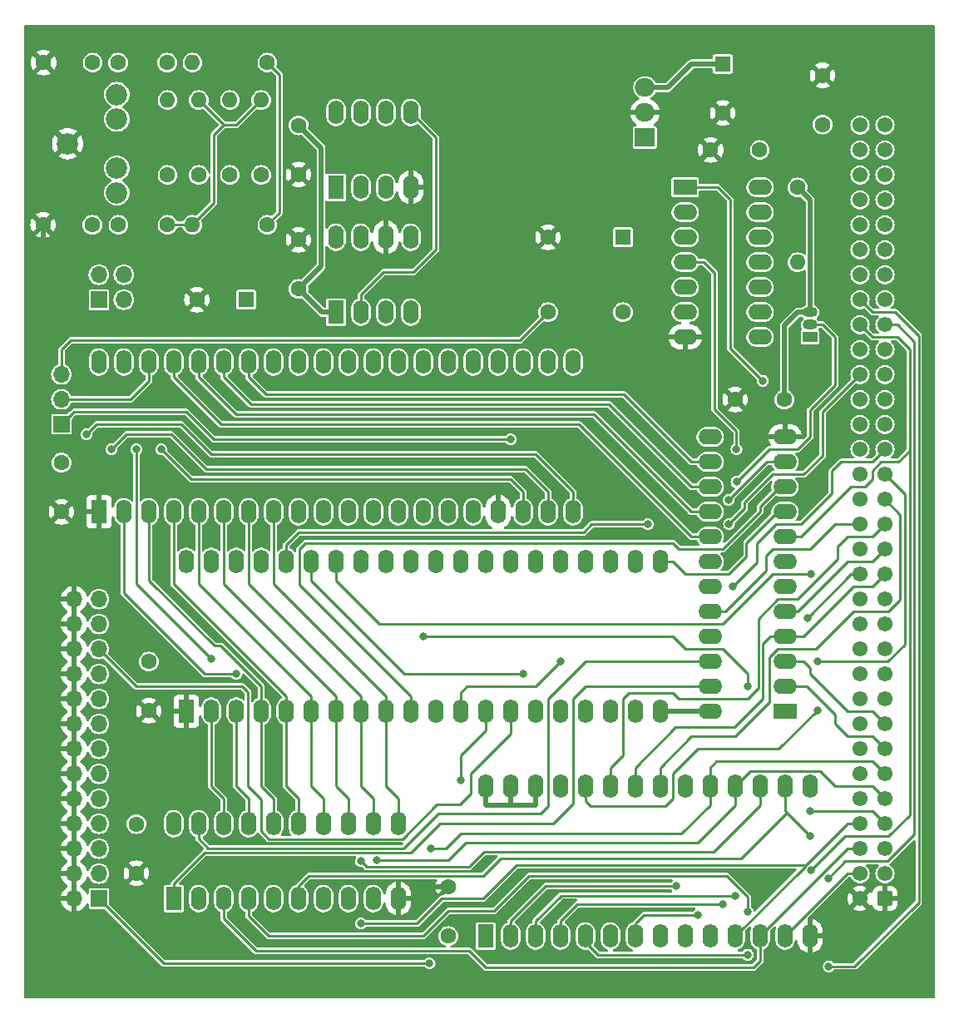
<source format=gbr>
%TF.GenerationSoftware,KiCad,Pcbnew,8.0.6+1*%
%TF.CreationDate,2024-11-11T20:47:57+01:00*%
%TF.ProjectId,QL_Qsound2,514c5f51-736f-4756-9e64-322e6b696361,2*%
%TF.SameCoordinates,Original*%
%TF.FileFunction,Copper,L2,Bot*%
%TF.FilePolarity,Positive*%
%FSLAX46Y46*%
G04 Gerber Fmt 4.6, Leading zero omitted, Abs format (unit mm)*
G04 Created by KiCad (PCBNEW 8.0.6+1) date 2024-11-11 20:47:57*
%MOMM*%
%LPD*%
G01*
G04 APERTURE LIST*
G04 Aperture macros list*
%AMRoundRect*
0 Rectangle with rounded corners*
0 $1 Rounding radius*
0 $2 $3 $4 $5 $6 $7 $8 $9 X,Y pos of 4 corners*
0 Add a 4 corners polygon primitive as box body*
4,1,4,$2,$3,$4,$5,$6,$7,$8,$9,$2,$3,0*
0 Add four circle primitives for the rounded corners*
1,1,$1+$1,$2,$3*
1,1,$1+$1,$4,$5*
1,1,$1+$1,$6,$7*
1,1,$1+$1,$8,$9*
0 Add four rect primitives between the rounded corners*
20,1,$1+$1,$2,$3,$4,$5,0*
20,1,$1+$1,$4,$5,$6,$7,0*
20,1,$1+$1,$6,$7,$8,$9,0*
20,1,$1+$1,$8,$9,$2,$3,0*%
G04 Aperture macros list end*
%TA.AperFunction,ComponentPad*%
%ADD10R,1.600000X2.400000*%
%TD*%
%TA.AperFunction,ComponentPad*%
%ADD11O,1.600000X2.400000*%
%TD*%
%TA.AperFunction,ComponentPad*%
%ADD12C,1.600000*%
%TD*%
%TA.AperFunction,ComponentPad*%
%ADD13R,1.500000X1.050000*%
%TD*%
%TA.AperFunction,ComponentPad*%
%ADD14O,1.500000X1.050000*%
%TD*%
%TA.AperFunction,ComponentPad*%
%ADD15O,1.600000X1.600000*%
%TD*%
%TA.AperFunction,ComponentPad*%
%ADD16R,1.700000X1.700000*%
%TD*%
%TA.AperFunction,ComponentPad*%
%ADD17O,1.700000X1.700000*%
%TD*%
%TA.AperFunction,ComponentPad*%
%ADD18C,2.184400*%
%TD*%
%TA.AperFunction,ComponentPad*%
%ADD19R,1.600000X1.600000*%
%TD*%
%TA.AperFunction,ComponentPad*%
%ADD20R,2.400000X1.600000*%
%TD*%
%TA.AperFunction,ComponentPad*%
%ADD21O,2.400000X1.600000*%
%TD*%
%TA.AperFunction,ComponentPad*%
%ADD22R,2.000000X1.905000*%
%TD*%
%TA.AperFunction,ComponentPad*%
%ADD23O,2.000000X1.905000*%
%TD*%
%TA.AperFunction,ComponentPad*%
%ADD24RoundRect,0.249999X0.525001X-0.525001X0.525001X0.525001X-0.525001X0.525001X-0.525001X-0.525001X0*%
%TD*%
%TA.AperFunction,ComponentPad*%
%ADD25C,1.550000*%
%TD*%
%TA.AperFunction,ViaPad*%
%ADD26C,0.800000*%
%TD*%
%TA.AperFunction,ViaPad*%
%ADD27C,1.000000*%
%TD*%
%TA.AperFunction,Conductor*%
%ADD28C,0.500000*%
%TD*%
%TA.AperFunction,Conductor*%
%ADD29C,0.250000*%
%TD*%
%ADD30C,0.350000*%
G04 APERTURE END LIST*
D10*
%TO.P,U9,1,VCC*%
%TO.N,VCC*%
X134620000Y-72390000D03*
D11*
%TO.P,U9,2,ToPull*%
%TO.N,Net-(U5B-+)*%
X137160000Y-72390000D03*
%TO.P,U9,3,LOAD*%
%TO.N,Net-(U7-SH)*%
X139700000Y-72390000D03*
%TO.P,U9,4,SD*%
%TO.N,Net-(U7-OP-0)*%
X142240000Y-72390000D03*
%TO.P,U9,5,oI*%
%TO.N,Net-(U7-oS)*%
X142240000Y-64770000D03*
%TO.P,U9,6,VSS*%
%TO.N,GND*%
X139700000Y-64770000D03*
%TO.P,U9,7,RB*%
%TO.N,Net-(U5A-+)*%
X137160000Y-64770000D03*
%TO.P,U9,8,MP*%
%TO.N,Net-(U5A--)*%
X134620000Y-64770000D03*
%TD*%
D10*
%TO.P,U7,1,VSS*%
%TO.N,GND*%
X110490000Y-92710000D03*
D11*
%TO.P,U7,2,DA1*%
%TO.N,/PA1*%
X113030000Y-92710000D03*
%TO.P,U7,3,DA2*%
%TO.N,/PA2*%
X115570000Y-92710000D03*
%TO.P,U7,4,DA3*%
%TO.N,/PA3*%
X118110000Y-92710000D03*
%TO.P,U7,5,DA4*%
%TO.N,/PA4*%
X120650000Y-92710000D03*
%TO.P,U7,6,DA5*%
%TO.N,/PA5*%
X123190000Y-92710000D03*
%TO.P,U7,7,DA6*%
%TO.N,/PA6*%
X125730000Y-92710000D03*
%TO.P,U7,8,DA7*%
%TO.N,/PA7*%
X128270000Y-92710000D03*
%TO.P,U7,9,IOA0*%
%TO.N,unconnected-(U7-IOA0-Pad9)*%
X130810000Y-92710000D03*
%TO.P,U7,10,IOA1*%
%TO.N,unconnected-(U7-IOA1-Pad10)*%
X133350000Y-92710000D03*
%TO.P,U7,11,IOA2*%
%TO.N,unconnected-(U7-IOA2-Pad11)*%
X135890000Y-92710000D03*
%TO.P,U7,12,IOA3*%
%TO.N,unconnected-(U7-IOA3-Pad12)*%
X138430000Y-92710000D03*
%TO.P,U7,13,IOA4*%
%TO.N,unconnected-(U7-IOA4-Pad13)*%
X140970000Y-92710000D03*
%TO.P,U7,14,IOA5*%
%TO.N,unconnected-(U7-IOA5-Pad14)*%
X143510000Y-92710000D03*
%TO.P,U7,15,IOA6*%
%TO.N,unconnected-(U7-IOA6-Pad15)*%
X146050000Y-92710000D03*
%TO.P,U7,16,IOA7*%
%TO.N,unconnected-(U7-IOA7-Pad16)*%
X148590000Y-92710000D03*
%TO.P,U7,17,AGND*%
%TO.N,GND*%
X151130000Y-92710000D03*
%TO.P,U7,18,C*%
%TO.N,/CH_C*%
X153670000Y-92710000D03*
%TO.P,U7,19,B*%
%TO.N,/CH_B*%
X156210000Y-92710000D03*
%TO.P,U7,20,A*%
%TO.N,/CH_A*%
X158750000Y-92710000D03*
%TO.P,U7,21,VCC*%
%TO.N,VCC*%
X158750000Y-77470000D03*
%TO.P,U7,22,SH*%
%TO.N,Net-(U7-SH)*%
X156210000Y-77470000D03*
%TO.P,U7,23,OP-0*%
%TO.N,Net-(U7-OP-0)*%
X153670000Y-77470000D03*
%TO.P,U7,24,~{RESET}*%
%TO.N,/RESET*%
X151130000Y-77470000D03*
%TO.P,U7,25,~{IRQ}*%
%TO.N,unconnected-(U7-~{IRQ}-Pad25)*%
X148590000Y-77470000D03*
%TO.P,U7,26,IOB0*%
%TO.N,/IOB0*%
X146050000Y-77470000D03*
%TO.P,U7,27,IOB1*%
%TO.N,/IOB1*%
X143510000Y-77470000D03*
%TO.P,U7,28,IOB2*%
%TO.N,/IOB2*%
X140970000Y-77470000D03*
%TO.P,U7,29,IOB3*%
%TO.N,/IOB3*%
X138430000Y-77470000D03*
%TO.P,U7,30,IOB4*%
%TO.N,/IOB4*%
X135890000Y-77470000D03*
%TO.P,U7,31,IOB5*%
%TO.N,/IOB5*%
X133350000Y-77470000D03*
%TO.P,U7,32,IOB6*%
%TO.N,/IOB6*%
X130810000Y-77470000D03*
%TO.P,U7,33,IOB7*%
%TO.N,/IOB7*%
X128270000Y-77470000D03*
%TO.P,U7,34,~{CS}*%
%TO.N,/YM_CS*%
X125730000Y-77470000D03*
%TO.P,U7,35,~{WR}*%
%TO.N,/YM_W*%
X123190000Y-77470000D03*
%TO.P,U7,36,~{RD}*%
%TO.N,/YM_R*%
X120650000Y-77470000D03*
%TO.P,U7,37,A0*%
%TO.N,/YM_A0*%
X118110000Y-77470000D03*
%TO.P,U7,38,oM*%
%TO.N,Net-(JP1-C)*%
X115570000Y-77470000D03*
%TO.P,U7,39,oS*%
%TO.N,Net-(U7-oS)*%
X113030000Y-77470000D03*
%TO.P,U7,40,DA0*%
%TO.N,/PA0*%
X110490000Y-77470000D03*
%TD*%
D12*
%TO.P,C1,1*%
%TO.N,+9V*%
X184150000Y-53300000D03*
%TO.P,C1,2*%
%TO.N,GND*%
X184150000Y-48300000D03*
%TD*%
%TO.P,C6,1*%
%TO.N,VCC*%
X180260000Y-81280000D03*
%TO.P,C6,2*%
%TO.N,GND*%
X175260000Y-81280000D03*
%TD*%
%TO.P,C7,1*%
%TO.N,VCC*%
X106680000Y-87710000D03*
%TO.P,C7,2*%
%TO.N,GND*%
X106680000Y-92710000D03*
%TD*%
D13*
%TO.P,Q1,1,E*%
%TO.N,/DSMC*%
X182880000Y-74930000D03*
D14*
%TO.P,Q1,2,B*%
%TO.N,/DSMC'*%
X182880000Y-73660000D03*
%TO.P,Q1,3,C*%
%TO.N,VCC*%
X182880000Y-72390000D03*
%TD*%
D12*
%TO.P,R2,1*%
%TO.N,Net-(JP2-Pin_3)*%
X127635000Y-46990000D03*
D15*
%TO.P,R2,2*%
%TO.N,Net-(C13-Pad1)*%
X120015000Y-46990000D03*
%TD*%
D12*
%TO.P,R6,1*%
%TO.N,Net-(JP2-Pin_2)*%
X127000000Y-58420000D03*
D15*
%TO.P,R6,2*%
%TO.N,Net-(C15-Pad1)*%
X127000000Y-50800000D03*
%TD*%
D10*
%TO.P,U8,1,A->B*%
%TO.N,/245_DIR*%
X118110000Y-132080000D03*
D11*
%TO.P,U8,2,A0*%
%TO.N,/D0*%
X120650000Y-132080000D03*
%TO.P,U8,3,A1*%
%TO.N,/D1*%
X123190000Y-132080000D03*
%TO.P,U8,4,A2*%
%TO.N,/D2*%
X125730000Y-132080000D03*
%TO.P,U8,5,A3*%
%TO.N,/D3*%
X128270000Y-132080000D03*
%TO.P,U8,6,A4*%
%TO.N,/D4*%
X130810000Y-132080000D03*
%TO.P,U8,7,A5*%
%TO.N,/D5*%
X133350000Y-132080000D03*
%TO.P,U8,8,A6*%
%TO.N,/D6*%
X135890000Y-132080000D03*
%TO.P,U8,9,A7*%
%TO.N,/D7*%
X138430000Y-132080000D03*
%TO.P,U8,10,GND*%
%TO.N,GND*%
X140970000Y-132080000D03*
%TO.P,U8,11,B7*%
%TO.N,/PA7*%
X140970000Y-124460000D03*
%TO.P,U8,12,B6*%
%TO.N,/PA6*%
X138430000Y-124460000D03*
%TO.P,U8,13,B5*%
%TO.N,/PA5*%
X135890000Y-124460000D03*
%TO.P,U8,14,B4*%
%TO.N,/PA4*%
X133350000Y-124460000D03*
%TO.P,U8,15,B3*%
%TO.N,/PA3*%
X130810000Y-124460000D03*
%TO.P,U8,16,B2*%
%TO.N,/PA2*%
X128270000Y-124460000D03*
%TO.P,U8,17,B1*%
%TO.N,/PA1*%
X125730000Y-124460000D03*
%TO.P,U8,18,B0*%
%TO.N,/PA0*%
X123190000Y-124460000D03*
%TO.P,U8,19,CE*%
%TO.N,/245_CS*%
X120650000Y-124460000D03*
%TO.P,U8,20,VCC*%
%TO.N,VCC*%
X118110000Y-124460000D03*
%TD*%
D16*
%TO.P,JP2,1,Pin_1*%
%TO.N,/CH_B*%
X110490000Y-71125000D03*
D17*
%TO.P,JP2,2,Pin_2*%
%TO.N,Net-(JP2-Pin_2)*%
X110490000Y-68585000D03*
%TO.P,JP2,3,Pin_3*%
%TO.N,Net-(JP2-Pin_3)*%
X113030000Y-71125000D03*
%TO.P,JP2,4,Pin_4*%
%TO.N,/CH_C*%
X113030000Y-68585000D03*
%TD*%
D10*
%TO.P,U5,1*%
%TO.N,Net-(U5A--)*%
X134620000Y-59690000D03*
D11*
%TO.P,U5,2,-*%
X137160000Y-59690000D03*
%TO.P,U5,3,+*%
%TO.N,Net-(U5A-+)*%
X139700000Y-59690000D03*
%TO.P,U5,4,V-*%
%TO.N,GND*%
X142240000Y-59690000D03*
%TO.P,U5,5,+*%
%TO.N,Net-(U5B-+)*%
X142240000Y-52070000D03*
%TO.P,U5,6,-*%
%TO.N,Net-(U5B--)*%
X139700000Y-52070000D03*
%TO.P,U5,7*%
X137160000Y-52070000D03*
%TO.P,U5,8,V+*%
%TO.N,VCC*%
X134620000Y-52070000D03*
%TD*%
D12*
%TO.P,C8,1*%
%TO.N,VCC*%
X114300000Y-124500000D03*
%TO.P,C8,2*%
%TO.N,GND*%
X114300000Y-129500000D03*
%TD*%
%TO.P,C14,1*%
%TO.N,Net-(C14-Pad1)*%
X109815000Y-63500000D03*
%TO.P,C14,2*%
%TO.N,GND*%
X104815000Y-63500000D03*
%TD*%
%TO.P,C2,1*%
%TO.N,VCC*%
X146050000Y-135890000D03*
%TO.P,C2,2*%
%TO.N,GND*%
X146050000Y-130890000D03*
%TD*%
%TO.P,R5,1*%
%TO.N,/CH_A*%
X123825000Y-58420000D03*
D15*
%TO.P,R5,2*%
%TO.N,Net-(C13-Pad1)*%
X123825000Y-50800000D03*
%TD*%
D12*
%TO.P,C13,1*%
%TO.N,Net-(C13-Pad1)*%
X117435000Y-46990000D03*
%TO.P,C13,2*%
%TO.N,Net-(C12-Pad1)*%
X112435000Y-46990000D03*
%TD*%
%TO.P,R1,1*%
%TO.N,VCC*%
X181610000Y-59690000D03*
D15*
%TO.P,R1,2*%
%TO.N,/MEM_SEL*%
X181610000Y-67310000D03*
%TD*%
D18*
%TO.P,J2,G*%
%TO.N,GND*%
X107315000Y-55245000D03*
%TO.P,J2,S*%
%TO.N,Net-(C12-Pad1)*%
X112315000Y-50245000D03*
%TO.P,J2,SN*%
%TO.N,unconnected-(J2-PadSN)*%
X112315000Y-52745000D03*
%TO.P,J2,T*%
%TO.N,Net-(C14-Pad1)*%
X112315000Y-60245000D03*
%TO.P,J2,TN*%
%TO.N,unconnected-(J2-PadTN)*%
X112315000Y-57745000D03*
%TD*%
D12*
%TO.P,R4,1*%
%TO.N,Net-(U5B--)*%
X120650000Y-58420000D03*
D15*
%TO.P,R4,2*%
%TO.N,Net-(C15-Pad1)*%
X120650000Y-50800000D03*
%TD*%
D12*
%TO.P,C9,1*%
%TO.N,VCC*%
X130810000Y-53380000D03*
%TO.P,C9,2*%
%TO.N,GND*%
X130810000Y-58380000D03*
%TD*%
%TO.P,R3,1*%
%TO.N,Net-(U5B--)*%
X117475000Y-58420000D03*
D15*
%TO.P,R3,2*%
%TO.N,Net-(C13-Pad1)*%
X117475000Y-50800000D03*
%TD*%
D16*
%TO.P,J3,1,Pin_1*%
%TO.N,/P_Strobe*%
X110490000Y-132080000D03*
D17*
%TO.P,J3,2,Pin_2*%
%TO.N,GND*%
X107950000Y-132080000D03*
%TO.P,J3,3,Pin_3*%
%TO.N,/IOB0*%
X110490000Y-129540000D03*
%TO.P,J3,4,Pin_4*%
%TO.N,GND*%
X107950000Y-129540000D03*
%TO.P,J3,5,Pin_5*%
%TO.N,/IOB1*%
X110490000Y-127000000D03*
%TO.P,J3,6,Pin_6*%
%TO.N,GND*%
X107950000Y-127000000D03*
%TO.P,J3,7,Pin_7*%
%TO.N,/IOB2*%
X110490000Y-124460000D03*
%TO.P,J3,8,Pin_8*%
%TO.N,GND*%
X107950000Y-124460000D03*
%TO.P,J3,9,Pin_9*%
%TO.N,/IOB3*%
X110490000Y-121920000D03*
%TO.P,J3,10,Pin_10*%
%TO.N,GND*%
X107950000Y-121920000D03*
%TO.P,J3,11,Pin_11*%
%TO.N,/IOB4*%
X110490000Y-119380000D03*
%TO.P,J3,12,Pin_12*%
%TO.N,GND*%
X107950000Y-119380000D03*
%TO.P,J3,13,Pin_13*%
%TO.N,/IOB5*%
X110490000Y-116840000D03*
%TO.P,J3,14,Pin_14*%
%TO.N,GND*%
X107950000Y-116840000D03*
%TO.P,J3,15,Pin_15*%
%TO.N,/IOB6*%
X110490000Y-114300000D03*
%TO.P,J3,16,Pin_16*%
%TO.N,GND*%
X107950000Y-114300000D03*
%TO.P,J3,17,Pin_17*%
%TO.N,/IOB7*%
X110490000Y-111760000D03*
%TO.P,J3,18,Pin_18*%
%TO.N,GND*%
X107950000Y-111760000D03*
%TO.P,J3,19,Pin_19*%
%TO.N,unconnected-(J3-Pin_19-Pad19)*%
X110490000Y-109220000D03*
%TO.P,J3,20,Pin_20*%
%TO.N,GND*%
X107950000Y-109220000D03*
%TO.P,J3,21,Pin_21*%
%TO.N,/P_Busy*%
X110490000Y-106680000D03*
%TO.P,J3,22,Pin_22*%
%TO.N,GND*%
X107950000Y-106680000D03*
%TO.P,J3,23,Pin_23*%
%TO.N,unconnected-(J3-Pin_23-Pad23)*%
X110490000Y-104140000D03*
%TO.P,J3,24,Pin_24*%
%TO.N,GND*%
X107950000Y-104140000D03*
%TO.P,J3,25,Pin_25*%
%TO.N,unconnected-(J3-Pin_25-Pad25)*%
X110490000Y-101600000D03*
%TO.P,J3,26,Pin_26*%
%TO.N,GND*%
X107950000Y-101600000D03*
%TD*%
D12*
%TO.P,C4,1*%
%TO.N,VCC*%
X115570000Y-107950000D03*
%TO.P,C4,2*%
%TO.N,GND*%
X115570000Y-112950000D03*
%TD*%
D19*
%TO.P,X1,1,EN*%
%TO.N,VCC*%
X163830000Y-64770000D03*
D12*
%TO.P,X1,4,GND*%
%TO.N,GND*%
X156210000Y-64770000D03*
%TO.P,X1,5,OUT*%
%TO.N,Net-(JP1-B)*%
X156210000Y-72390000D03*
%TO.P,X1,8,Vcc*%
%TO.N,VCC*%
X163830000Y-72390000D03*
%TD*%
D19*
%TO.P,C11,1*%
%TO.N,Net-(U5A-+)*%
X125476000Y-71120000D03*
D12*
%TO.P,C11,2*%
%TO.N,GND*%
X120476000Y-71120000D03*
%TD*%
D20*
%TO.P,U3,1*%
%TO.N,/A14*%
X170170000Y-59685000D03*
D21*
%TO.P,U3,2*%
%TO.N,/SP0*%
X170170000Y-62225000D03*
%TO.P,U3,3*%
%TO.N,/MEM_SEL*%
X170170000Y-64765000D03*
%TO.P,U3,4*%
X170170000Y-67305000D03*
%TO.P,U3,5*%
%TO.N,/A16*%
X170170000Y-69845000D03*
%TO.P,U3,6*%
%TO.N,/SP2*%
X170170000Y-72385000D03*
%TO.P,U3,7,GND*%
%TO.N,GND*%
X170170000Y-74925000D03*
%TO.P,U3,8*%
%TO.N,/A17*%
X177790000Y-74925000D03*
%TO.P,U3,9*%
%TO.N,/SP3*%
X177790000Y-72385000D03*
%TO.P,U3,10*%
%TO.N,/MEM_SEL*%
X177790000Y-69845000D03*
%TO.P,U3,11*%
X177790000Y-67305000D03*
%TO.P,U3,12*%
%TO.N,/SP1*%
X177790000Y-64765000D03*
%TO.P,U3,13*%
%TO.N,/A15*%
X177790000Y-62225000D03*
%TO.P,U3,14,VCC*%
%TO.N,VCC*%
X177790000Y-59685000D03*
%TD*%
D12*
%TO.P,C15,1*%
%TO.N,Net-(C15-Pad1)*%
X117475000Y-63500000D03*
%TO.P,C15,2*%
%TO.N,Net-(C14-Pad1)*%
X112475000Y-63500000D03*
%TD*%
D19*
%TO.P,C10,1*%
%TO.N,VCC*%
X173990000Y-47127349D03*
D12*
%TO.P,C10,2*%
%TO.N,GND*%
X173990000Y-52127349D03*
%TD*%
%TO.P,R7,1*%
%TO.N,Net-(JP2-Pin_3)*%
X127635000Y-63500000D03*
D15*
%TO.P,R7,2*%
%TO.N,Net-(C15-Pad1)*%
X120015000Y-63500000D03*
%TD*%
D16*
%TO.P,JP1,1,A*%
%TO.N,/E*%
X106680000Y-83805000D03*
D17*
%TO.P,JP1,2,C*%
%TO.N,Net-(JP1-C)*%
X106680000Y-81265000D03*
%TO.P,JP1,3,B*%
%TO.N,Net-(JP1-B)*%
X106680000Y-78725000D03*
%TD*%
D22*
%TO.P,U1,1,IN*%
%TO.N,+9V*%
X166075000Y-54610000D03*
D23*
%TO.P,U1,2,GND*%
%TO.N,GND*%
X166075000Y-52070000D03*
%TO.P,U1,3,OUT*%
%TO.N,VCC*%
X166075000Y-49530000D03*
%TD*%
D12*
%TO.P,C12,1*%
%TO.N,Net-(C12-Pad1)*%
X109855000Y-46990000D03*
%TO.P,C12,2*%
%TO.N,GND*%
X104855000Y-46990000D03*
%TD*%
%TO.P,C3,1*%
%TO.N,VCC*%
X177760000Y-55880000D03*
%TO.P,C3,2*%
%TO.N,GND*%
X172760000Y-55880000D03*
%TD*%
D20*
%TO.P,U6,1,I1/CLK*%
%TO.N,/E*%
X180340000Y-113030000D03*
D21*
%TO.P,U6,2,I2*%
%TO.N,/A19*%
X180340000Y-110490000D03*
%TO.P,U6,3,I3*%
%TO.N,/A18*%
X180340000Y-107950000D03*
%TO.P,U6,4,I4/PD*%
%TO.N,/A13*%
X180340000Y-105410000D03*
%TO.P,U6,5,I5*%
%TO.N,/A12*%
X180340000Y-102870000D03*
%TO.P,U6,6,I6*%
%TO.N,/DS*%
X180340000Y-100330000D03*
%TO.P,U6,7,I7*%
%TO.N,/MEM_SEL*%
X180340000Y-97790000D03*
%TO.P,U6,8,I8*%
%TO.N,/A1*%
X180340000Y-95250000D03*
%TO.P,U6,9,I9*%
%TO.N,/WRL*%
X180340000Y-92710000D03*
%TO.P,U6,10,I10*%
%TO.N,/BC1*%
X180340000Y-90170000D03*
%TO.P,U6,11,I11*%
%TO.N,/BDIR*%
X180340000Y-87630000D03*
%TO.P,U6,12,GND*%
%TO.N,GND*%
X180340000Y-85090000D03*
%TO.P,U6,13,I12*%
%TO.N,unconnected-(U6-I12-Pad13)*%
X172720000Y-85090000D03*
%TO.P,U6,14,IO10*%
%TO.N,/YM_CS*%
X172720000Y-87630000D03*
%TO.P,U6,15,IO9*%
%TO.N,/YM_W*%
X172720000Y-90170000D03*
%TO.P,U6,16,IO8*%
%TO.N,/YM_R*%
X172720000Y-92710000D03*
%TO.P,U6,17,IO7*%
%TO.N,/YM_A0*%
X172720000Y-95250000D03*
%TO.P,U6,18,IO6*%
%TO.N,/DSMC'*%
X172720000Y-97790000D03*
%TO.P,U6,19,IO5*%
%TO.N,/CS2{slash}OE*%
X172720000Y-100330000D03*
%TO.P,U6,20,I04*%
%TO.N,/VPA*%
X172720000Y-102870000D03*
%TO.P,U6,21,IO3*%
%TO.N,unconnected-(U6-IO3-Pad21)*%
X172720000Y-105410000D03*
%TO.P,U6,22,IO2*%
%TO.N,/245_CS*%
X172720000Y-107950000D03*
%TO.P,U6,23,IO1*%
%TO.N,/245_DIR*%
X172720000Y-110490000D03*
%TO.P,U6,24,VCC*%
%TO.N,VCC*%
X172720000Y-113030000D03*
%TD*%
D24*
%TO.P,J1,a1,GND*%
%TO.N,GND*%
X190500000Y-132080000D03*
D25*
%TO.P,J1,a2,D3*%
%TO.N,/D3*%
X190500000Y-129540000D03*
%TO.P,J1,a3,D4*%
%TO.N,/D4*%
X190500000Y-127000000D03*
%TO.P,J1,a4,D5*%
%TO.N,/D5*%
X190500000Y-124460000D03*
%TO.P,J1,a5,D6*%
%TO.N,/D6*%
X190500000Y-121920000D03*
%TO.P,J1,a6,D7*%
%TO.N,/D7*%
X190500000Y-119380000D03*
%TO.P,J1,a7,A19*%
%TO.N,/A19*%
X190500000Y-116840000D03*
%TO.P,J1,a8,A18*%
%TO.N,/A18*%
X190500000Y-114300000D03*
%TO.P,J1,a9,A17*%
%TO.N,/A17*%
X190500000Y-111760000D03*
%TO.P,J1,a10,A16*%
%TO.N,/A16*%
X190500000Y-109220000D03*
%TO.P,J1,a11,CLKCPU*%
%TO.N,unconnected-(J1-CLKCPU-Pada11)*%
X190500000Y-106680000D03*
%TO.P,J1,a12,RED*%
%TO.N,unconnected-(J1-RED-Pada12)*%
X190500000Y-104140000D03*
%TO.P,J1,a13,A14*%
%TO.N,/A14*%
X190500000Y-101600000D03*
%TO.P,J1,a14,A13*%
%TO.N,/A13*%
X190500000Y-99060000D03*
%TO.P,J1,a15,A12*%
%TO.N,/A12*%
X190500000Y-96520000D03*
%TO.P,J1,a16,A11*%
%TO.N,/A11*%
X190500000Y-93980000D03*
%TO.P,J1,a17,A10*%
%TO.N,/A10*%
X190500000Y-91440000D03*
%TO.P,J1,a18,A9*%
%TO.N,/A9*%
X190500000Y-88900000D03*
%TO.P,J1,a19,A8*%
%TO.N,/A8*%
X190500000Y-86360000D03*
%TO.P,J1,a20,A7*%
%TO.N,/A7*%
X190500000Y-83820000D03*
%TO.P,J1,a21,A6*%
%TO.N,/A6*%
X190500000Y-81280000D03*
%TO.P,J1,a22,A5*%
%TO.N,/A5*%
X190500000Y-78740000D03*
%TO.P,J1,a23,A4*%
%TO.N,/A4*%
X190500000Y-76200000D03*
%TO.P,J1,a24,A3*%
%TO.N,/A3*%
X190500000Y-73660000D03*
%TO.P,J1,a25,~{DBG}*%
%TO.N,unconnected-(J1-~{DBG}-Pada25)*%
X190500000Y-71120000D03*
%TO.P,J1,a26,SP2*%
%TO.N,/SP2*%
X190500000Y-68580000D03*
%TO.P,J1,a27,~{DSMC}*%
%TO.N,/DSMC*%
X190500000Y-66040000D03*
%TO.P,J1,a28,SP1*%
%TO.N,/SP1*%
X190500000Y-63500000D03*
%TO.P,J1,a29,SP0*%
%TO.N,/SP0*%
X190500000Y-60960000D03*
%TO.P,J1,a30,+12V*%
%TO.N,unconnected-(J1-+12V-Pada30)*%
X190500000Y-58420000D03*
%TO.P,J1,a31,-12V*%
%TO.N,unconnected-(J1--12V-Pada31)*%
X190500000Y-55880000D03*
%TO.P,J1,a32,Vin*%
%TO.N,+9V*%
X190500000Y-53340000D03*
%TO.P,J1,b1,GND*%
%TO.N,GND*%
X187960000Y-132080000D03*
%TO.P,J1,b2,D2*%
%TO.N,/D2*%
X187960000Y-129540000D03*
%TO.P,J1,b3,D1*%
%TO.N,/D1*%
X187960000Y-127000000D03*
%TO.P,J1,b4,D0*%
%TO.N,/D0*%
X187960000Y-124460000D03*
%TO.P,J1,b5,~{AS}*%
%TO.N,unconnected-(J1-~{AS}-Padb5)*%
X187960000Y-121920000D03*
%TO.P,J1,b6,~{DS}*%
%TO.N,/DS*%
X187960000Y-119380000D03*
%TO.P,J1,b7,~{DRW}*%
%TO.N,/WRL*%
X187960000Y-116840000D03*
%TO.P,J1,b8,~{DTACK}*%
%TO.N,unconnected-(J1-~{DTACK}-Padb8)*%
X187960000Y-114300000D03*
%TO.P,J1,b9,~{BG}*%
%TO.N,unconnected-(J1-~{BG}-Padb9)*%
X187960000Y-111760000D03*
%TO.P,J1,b10,~{BR}*%
%TO.N,unconnected-(J1-~{BR}-Padb10)*%
X187960000Y-109220000D03*
%TO.P,J1,b11,A15*%
%TO.N,/A15*%
X187960000Y-106680000D03*
%TO.P,J1,b12,~{RESETCPU}*%
%TO.N,/RESET*%
X187960000Y-104140000D03*
%TO.P,J1,b13,~{CSYNC}*%
%TO.N,unconnected-(J1-~{CSYNC}-Padb13)*%
X187960000Y-101600000D03*
%TO.P,J1,b14,E*%
%TO.N,/E*%
X187960000Y-99060000D03*
%TO.P,J1,b15,VSYNCH*%
%TO.N,unconnected-(J1-VSYNCH-Padb15)*%
X187960000Y-96520000D03*
%TO.P,J1,b16,~{VPA}*%
%TO.N,/VPA*%
X187960000Y-93980000D03*
%TO.P,J1,b17,GREEN*%
%TO.N,unconnected-(J1-GREEN-Padb17)*%
X187960000Y-91440000D03*
%TO.P,J1,b18,BLUE*%
%TO.N,unconnected-(J1-BLUE-Padb18)*%
X187960000Y-88900000D03*
%TO.P,J1,b19,FC2*%
%TO.N,unconnected-(J1-FC2-Padb19)*%
X187960000Y-86360000D03*
%TO.P,J1,b20,FC1*%
%TO.N,unconnected-(J1-FC1-Padb20)*%
X187960000Y-83820000D03*
%TO.P,J1,b21,FC0*%
%TO.N,unconnected-(J1-FC0-Padb21)*%
X187960000Y-81280000D03*
%TO.P,J1,b22,A0*%
%TO.N,/A0*%
X187960000Y-78740000D03*
%TO.P,J1,b23,ROMOEH*%
%TO.N,unconnected-(J1-ROMOEH-Padb23)*%
X187960000Y-76200000D03*
%TO.P,J1,b24,A1*%
%TO.N,/A1*%
X187960000Y-73660000D03*
%TO.P,J1,b25,A2*%
%TO.N,/A2*%
X187960000Y-71120000D03*
%TO.P,J1,b26,SP3*%
%TO.N,/SP3*%
X187960000Y-68580000D03*
%TO.P,J1,b27,~{IPLO}*%
%TO.N,unconnected-(J1-~{IPLO}-Padb27)*%
X187960000Y-66040000D03*
%TO.P,J1,b28,~{BERR}*%
%TO.N,unconnected-(J1-~{BERR}-Padb28)*%
X187960000Y-63500000D03*
%TO.P,J1,b29,~{IPL1}*%
%TO.N,unconnected-(J1-~{IPL1}-Padb29)*%
X187960000Y-60960000D03*
%TO.P,J1,b30,~{EXTINT}*%
%TO.N,unconnected-(J1-~{EXTINT}-Padb30)*%
X187960000Y-58420000D03*
%TO.P,J1,b31,Vin*%
%TO.N,+9V*%
X187960000Y-55880000D03*
%TO.P,J1,b32,Vin*%
X187960000Y-53340000D03*
%TD*%
D10*
%TO.P,U2,1,A15*%
%TO.N,VCC*%
X149860000Y-135890000D03*
D11*
%TO.P,U2,2,A12*%
%TO.N,/A12*%
X152400000Y-135890000D03*
%TO.P,U2,3,A7*%
%TO.N,/A7*%
X154940000Y-135890000D03*
%TO.P,U2,4,A6*%
%TO.N,/A6*%
X157480000Y-135890000D03*
%TO.P,U2,5,A5*%
%TO.N,/A5*%
X160020000Y-135890000D03*
%TO.P,U2,6,A4*%
%TO.N,/A4*%
X162560000Y-135890000D03*
%TO.P,U2,7,A3*%
%TO.N,/A3*%
X165100000Y-135890000D03*
%TO.P,U2,8,A2*%
%TO.N,/A2*%
X167640000Y-135890000D03*
%TO.P,U2,9,A1*%
%TO.N,/A1*%
X170180000Y-135890000D03*
%TO.P,U2,10,A0*%
%TO.N,/A0*%
X172720000Y-135890000D03*
%TO.P,U2,11,D0*%
%TO.N,/D0*%
X175260000Y-135890000D03*
%TO.P,U2,12,D1*%
%TO.N,/D1*%
X177800000Y-135890000D03*
%TO.P,U2,13,D2*%
%TO.N,/D2*%
X180340000Y-135890000D03*
%TO.P,U2,14,GND*%
%TO.N,GND*%
X182880000Y-135890000D03*
%TO.P,U2,15,D3*%
%TO.N,/D3*%
X182880000Y-120650000D03*
%TO.P,U2,16,D4*%
%TO.N,/D4*%
X180340000Y-120650000D03*
%TO.P,U2,17,D5*%
%TO.N,/D5*%
X177800000Y-120650000D03*
%TO.P,U2,18,D6*%
%TO.N,/D6*%
X175260000Y-120650000D03*
%TO.P,U2,19,D7*%
%TO.N,/D7*%
X172720000Y-120650000D03*
%TO.P,U2,20,~{CE}*%
%TO.N,/CS2{slash}OE*%
X170180000Y-120650000D03*
%TO.P,U2,21,A10*%
%TO.N,/A10*%
X167640000Y-120650000D03*
%TO.P,U2,22,~{OE/Vpp}*%
%TO.N,/A13*%
X165100000Y-120650000D03*
%TO.P,U2,23,A11*%
%TO.N,/A11*%
X162560000Y-120650000D03*
%TO.P,U2,24,A9*%
%TO.N,/A9*%
X160020000Y-120650000D03*
%TO.P,U2,25,A8*%
%TO.N,/A8*%
X157480000Y-120650000D03*
%TO.P,U2,26,A13*%
%TO.N,VCC*%
X154940000Y-120650000D03*
%TO.P,U2,27,A14*%
X152400000Y-120650000D03*
%TO.P,U2,28,VCC*%
X149860000Y-120650000D03*
%TD*%
D12*
%TO.P,C5,1*%
%TO.N,VCC*%
X130810000Y-70024000D03*
%TO.P,C5,2*%
%TO.N,GND*%
X130810000Y-65024000D03*
%TD*%
D10*
%TO.P,U4,1,VSS*%
%TO.N,GND*%
X119385000Y-113010000D03*
D11*
%TO.P,U4,2,PA0*%
%TO.N,/PA0*%
X121925000Y-113010000D03*
%TO.P,U4,3,PA1*%
%TO.N,/PA1*%
X124465000Y-113010000D03*
%TO.P,U4,4,PA2*%
%TO.N,/PA2*%
X127005000Y-113010000D03*
%TO.P,U4,5,PA3*%
%TO.N,/PA3*%
X129545000Y-113010000D03*
%TO.P,U4,6,PA4*%
%TO.N,/PA4*%
X132085000Y-113010000D03*
%TO.P,U4,7,PA5*%
%TO.N,/PA5*%
X134625000Y-113010000D03*
%TO.P,U4,8,PA6*%
%TO.N,/PA6*%
X137165000Y-113010000D03*
%TO.P,U4,9,PA7*%
%TO.N,/PA7*%
X139705000Y-113010000D03*
%TO.P,U4,10,PB0*%
%TO.N,/BC1*%
X142245000Y-113010000D03*
%TO.P,U4,11,PB1*%
%TO.N,unconnected-(U4-PB1-Pad11)*%
X144785000Y-113010000D03*
%TO.P,U4,12,PB2*%
%TO.N,/BDIR*%
X147325000Y-113010000D03*
%TO.P,U4,13,PB3*%
%TO.N,/P_Strobe*%
X149865000Y-113010000D03*
%TO.P,U4,14,PB4*%
%TO.N,/P_Busy*%
X152405000Y-113010000D03*
%TO.P,U4,15,PB5*%
%TO.N,unconnected-(U4-PB5-Pad15)*%
X154945000Y-113010000D03*
%TO.P,U4,16,PB6*%
%TO.N,unconnected-(U4-PB6-Pad16)*%
X157485000Y-113010000D03*
%TO.P,U4,17,PB7*%
%TO.N,unconnected-(U4-PB7-Pad17)*%
X160025000Y-113010000D03*
%TO.P,U4,18,CB1*%
%TO.N,unconnected-(U4-CB1-Pad18)*%
X162565000Y-113010000D03*
%TO.P,U4,19,CB2*%
%TO.N,unconnected-(U4-CB2-Pad19)*%
X165105000Y-113010000D03*
%TO.P,U4,20,VCC*%
%TO.N,VCC*%
X167645000Y-113010000D03*
%TO.P,U4,21,R/~{W}*%
%TO.N,/WRL*%
X167645000Y-97770000D03*
%TO.P,U4,22,CS0*%
%TO.N,/A13*%
X165105000Y-97770000D03*
%TO.P,U4,23,~{CS2}*%
%TO.N,/CS2{slash}OE*%
X162565000Y-97770000D03*
%TO.P,U4,24,CS1*%
%TO.N,/A13*%
X160025000Y-97770000D03*
%TO.P,U4,25,ENABLE*%
%TO.N,/E*%
X157485000Y-97770000D03*
%TO.P,U4,26,D7*%
%TO.N,/D7*%
X154945000Y-97770000D03*
%TO.P,U4,27,D6*%
%TO.N,/D6*%
X152405000Y-97770000D03*
%TO.P,U4,28,D5*%
%TO.N,/D5*%
X149865000Y-97770000D03*
%TO.P,U4,29,D4*%
%TO.N,/D4*%
X147325000Y-97770000D03*
%TO.P,U4,30,D3*%
%TO.N,/D3*%
X144785000Y-97770000D03*
%TO.P,U4,31,D2*%
%TO.N,/D2*%
X142245000Y-97770000D03*
%TO.P,U4,32,D1*%
%TO.N,/D1*%
X139705000Y-97770000D03*
%TO.P,U4,33,D0*%
%TO.N,/D0*%
X137165000Y-97770000D03*
%TO.P,U4,34,~{RESET}*%
%TO.N,/RESET*%
X134625000Y-97770000D03*
%TO.P,U4,35,RS1*%
%TO.N,/A1*%
X132085000Y-97770000D03*
%TO.P,U4,36,RS0*%
%TO.N,/A0*%
X129545000Y-97770000D03*
%TO.P,U4,37,~{IRQB}*%
%TO.N,unconnected-(U4-~{IRQB}-Pad37)*%
X127005000Y-97770000D03*
%TO.P,U4,38,~{IRQA}*%
%TO.N,unconnected-(U4-~{IRQA}-Pad38)*%
X124465000Y-97770000D03*
%TO.P,U4,39,CA2*%
%TO.N,unconnected-(U4-CA2-Pad39)*%
X121925000Y-97770000D03*
%TO.P,U4,40,CA1*%
%TO.N,unconnected-(U4-CA1-Pad40)*%
X119385000Y-97770000D03*
%TD*%
D26*
%TO.N,GND*%
X148590000Y-48260000D03*
X152400000Y-48260000D03*
X149860000Y-48260000D03*
X148590000Y-55880000D03*
X154940000Y-50800000D03*
X157480000Y-53340000D03*
X160020000Y-53340000D03*
X161290000Y-52070000D03*
X152400000Y-53340000D03*
X156210000Y-52070000D03*
X158750000Y-52070000D03*
X154940000Y-53340000D03*
X151130000Y-54610000D03*
X154940000Y-48260000D03*
X149860000Y-55880000D03*
X152400000Y-50800000D03*
X154940000Y-55880000D03*
X157480000Y-48260000D03*
X156210000Y-54610000D03*
X147320000Y-54610000D03*
X147320000Y-49530000D03*
X160020000Y-48260000D03*
X157480000Y-50800000D03*
X161290000Y-49530000D03*
X156210000Y-49530000D03*
X152400000Y-55880000D03*
D27*
X140970000Y-139700000D03*
D26*
X160020000Y-50800000D03*
X161290000Y-54610000D03*
D27*
X114300000Y-139700000D03*
D26*
X153670000Y-49530000D03*
X157480000Y-55880000D03*
X153670000Y-54610000D03*
X158750000Y-54610000D03*
X151130000Y-49530000D03*
X153670000Y-52070000D03*
X158750000Y-49530000D03*
X160020000Y-55880000D03*
%TO.N,/A14*%
X178054000Y-79375000D03*
%TO.N,/A12*%
X169242600Y-130810000D03*
%TO.N,/A9*%
X183635600Y-112909400D03*
X183635600Y-107950000D03*
%TO.N,/A8*%
X174983000Y-100353900D03*
%TO.N,/A7*%
X175260000Y-131771800D03*
%TO.N,/A6*%
X173990000Y-132662700D03*
%TO.N,/A5*%
X176530000Y-137795000D03*
%TO.N,/A3*%
X171450000Y-133758800D03*
X184749200Y-129995800D03*
%TO.N,/E*%
X182624300Y-103505000D03*
%TO.N,/RESET*%
X183007000Y-99060000D03*
%TO.N,/D0*%
X137160000Y-134620000D03*
%TO.N,/A0*%
X166370000Y-93980000D03*
X174625000Y-93980000D03*
%TO.N,/A1*%
X182996900Y-129188200D03*
X153670000Y-109220000D03*
%TO.N,/A2*%
X184785000Y-138975000D03*
%TO.N,/P_Strobe*%
X147320000Y-120015000D03*
X144145000Y-138684000D03*
%TO.N,/DSMC'*%
X175395200Y-89676000D03*
%TO.N,/MEM_SEL*%
X175387000Y-86360000D03*
%TO.N,/CH_A*%
X109220000Y-84836000D03*
%TO.N,/CH_B*%
X111760000Y-86360000D03*
%TO.N,/CH_C*%
X116840000Y-86360000D03*
%TO.N,/BDIR*%
X174575400Y-91523800D03*
X157480000Y-107950000D03*
%TO.N,/PA1*%
X124460000Y-109220000D03*
%TO.N,/PA0*%
X121920000Y-107648500D03*
X114300000Y-86360000D03*
%TO.N,/D3*%
X143510000Y-105410000D03*
X176530000Y-110490000D03*
%TO.N,/D4*%
X182880000Y-125730000D03*
%TO.N,/D5*%
X137160000Y-128270000D03*
X182880000Y-123190000D03*
%TO.N,/D6*%
X138793300Y-128127400D03*
%TO.N,/D7*%
X144272000Y-127000000D03*
%TO.N,/D2*%
X176530000Y-133399800D03*
%TO.N,/E*%
X152400000Y-85344000D03*
%TD*%
D28*
%TO.N,GND*%
X107950000Y-139700000D02*
X107950000Y-132080000D01*
X105410000Y-57607000D02*
X106223000Y-58420000D01*
X129540000Y-56896000D02*
X129540000Y-46990000D01*
X107315000Y-55187700D02*
X105410000Y-57092700D01*
X115570000Y-140970000D02*
X142240000Y-140970000D01*
X118190000Y-115570000D02*
X115570000Y-112950000D01*
X176530000Y-85090000D02*
X176530000Y-82550000D01*
X107950000Y-116840000D02*
X107950000Y-114300000D01*
X104815000Y-46932700D02*
X107298000Y-44450000D01*
X166075000Y-52070000D02*
X170815000Y-52070000D01*
X175514000Y-59055000D02*
X175768000Y-59309000D01*
X104140000Y-95250000D02*
X104140000Y-101600000D01*
X174752000Y-57785000D02*
X175514000Y-58547000D01*
X107950000Y-132080000D02*
X107950000Y-129540000D01*
X132080000Y-44450000D02*
X142240000Y-44450000D01*
X107298000Y-44450000D02*
X132080000Y-44450000D01*
X175260000Y-81280000D02*
X176530000Y-82550000D01*
X166075000Y-52070000D02*
X164465000Y-52070000D01*
X130810000Y-58380000D02*
X129540000Y-59650000D01*
X182325000Y-50165000D02*
X175952146Y-50165000D01*
X129540000Y-63754000D02*
X130810000Y-65024000D01*
X105410000Y-57092700D02*
X105410000Y-57607000D01*
X129433000Y-57003000D02*
X129540000Y-56896000D01*
X106680000Y-92710000D02*
X104140000Y-95250000D01*
X154940000Y-44450000D02*
X159258000Y-44450000D01*
X106680000Y-92710000D02*
X109220000Y-90170000D01*
X107950000Y-104140000D02*
X107950000Y-101600000D01*
X109220000Y-140970000D02*
X107950000Y-139700000D01*
X142955000Y-132080000D02*
X144145000Y-130890000D01*
X171450000Y-54610000D02*
X172720000Y-55880000D01*
X106223000Y-62034900D02*
X104815000Y-63442700D01*
X142240000Y-140970000D02*
X140970000Y-139700000D01*
X104815000Y-63442700D02*
X104815000Y-90845000D01*
X105467300Y-53340000D02*
X105467300Y-52825700D01*
X123016000Y-68580000D02*
X127254000Y-68580000D01*
X173990000Y-52127300D02*
X171507300Y-54610000D01*
X115570000Y-118745000D02*
X115570000Y-128230000D01*
X171450000Y-57150000D02*
X171450000Y-57785000D01*
X171450000Y-57785000D02*
X174752000Y-57785000D01*
X120476000Y-71120000D02*
X123016000Y-68580000D01*
X106223000Y-52070000D02*
X106223000Y-48340500D01*
X105467300Y-52825700D02*
X106223000Y-52070000D01*
X142240000Y-44450000D02*
X154940000Y-44450000D01*
X164465000Y-52070000D02*
X163830000Y-52070000D01*
X109220000Y-90170000D02*
X110490000Y-90170000D01*
X107950000Y-111760000D02*
X107950000Y-109220000D01*
X172720000Y-55880000D02*
X171450000Y-57150000D01*
X190500000Y-132080000D02*
X190500000Y-133985000D01*
X170815000Y-52070000D02*
X172373943Y-50511057D01*
X115570000Y-140970000D02*
X109220000Y-140970000D01*
X182880000Y-135890000D02*
X182880000Y-138430000D01*
X129540000Y-46990000D02*
X132080000Y-44450000D01*
X182880000Y-138430000D02*
X180340000Y-140970000D01*
X180340000Y-85090000D02*
X176530000Y-85090000D01*
X106223000Y-48340500D02*
X104815000Y-46932700D01*
X184150000Y-135890000D02*
X182880000Y-135890000D01*
X179197000Y-79883000D02*
X176530000Y-82550000D01*
X175768000Y-75565000D02*
X179197000Y-78994000D01*
X156210000Y-64770000D02*
X163830000Y-57150000D01*
X107950000Y-129540000D02*
X107950000Y-127000000D01*
X107950000Y-121920000D02*
X107950000Y-119380000D01*
X115570000Y-140970000D02*
X114300000Y-139700000D01*
X179197000Y-78994000D02*
X179197000Y-79883000D01*
X107315000Y-55187700D02*
X105467300Y-53340000D01*
X107950000Y-124460000D02*
X107950000Y-121920000D01*
X190500000Y-133985000D02*
X188595000Y-135890000D01*
X107950000Y-106680000D02*
X107950000Y-104140000D01*
X119380000Y-113030000D02*
X119380000Y-115570000D01*
X163068000Y-48260000D02*
X163068000Y-51308000D01*
X146050000Y-130890000D02*
X144145000Y-130890000D01*
X129540000Y-59650000D02*
X129540000Y-63754000D01*
X171507300Y-54610000D02*
X171450000Y-54610000D01*
X175514000Y-58547000D02*
X175514000Y-59055000D01*
X119380000Y-115570000D02*
X118190000Y-115570000D01*
X127254000Y-68580000D02*
X130810000Y-65024000D01*
X184150000Y-48340000D02*
X182325000Y-50165000D01*
X186055000Y-133985000D02*
X184150000Y-135890000D01*
X106223000Y-58420000D02*
X106223000Y-62034900D01*
X142240000Y-140970000D02*
X180340000Y-140970000D01*
X107950000Y-109220000D02*
X107950000Y-106680000D01*
X175952146Y-50165000D02*
X173990000Y-52127300D01*
X163068000Y-51308000D02*
X163830000Y-52070000D01*
X107950000Y-127000000D02*
X107950000Y-124460000D01*
X115570000Y-118190000D02*
X115570000Y-118745000D01*
X172373943Y-50511057D02*
X173990000Y-52127300D01*
X118190000Y-115570000D02*
X115570000Y-118190000D01*
X188595000Y-135890000D02*
X184150000Y-135890000D01*
X104140000Y-101600000D02*
X107950000Y-101600000D01*
X140970000Y-132080000D02*
X142955000Y-132080000D01*
X110490000Y-90170000D02*
X110490000Y-92710000D01*
X175768000Y-59309000D02*
X175768000Y-75565000D01*
X115570000Y-128230000D02*
X114300000Y-129500000D01*
X159258000Y-44450000D02*
X163068000Y-48260000D01*
X163830000Y-57150000D02*
X163830000Y-52070000D01*
X107950000Y-114300000D02*
X107950000Y-111760000D01*
X107950000Y-119380000D02*
X107950000Y-116840000D01*
X104815000Y-90845000D02*
X106680000Y-92710000D01*
X187960000Y-132080000D02*
X186055000Y-133985000D01*
X130810000Y-58380000D02*
X129433000Y-57003000D01*
%TO.N,VCC*%
X172720000Y-113030000D02*
X167640000Y-113030000D01*
X149860000Y-120650000D02*
X149860000Y-122555000D01*
X133096000Y-55666000D02*
X130810000Y-53380000D01*
X182880000Y-60960000D02*
X182880000Y-72390000D01*
X152400000Y-122555000D02*
X154940000Y-122555000D01*
X154940000Y-122555000D02*
X154940000Y-120650000D01*
X152400000Y-122555000D02*
X152400000Y-120650000D01*
X181630000Y-72390000D02*
X182880000Y-72390000D01*
X149860000Y-122555000D02*
X152400000Y-122555000D01*
X180260000Y-81280000D02*
X180260000Y-73760000D01*
X180260000Y-73760000D02*
X181630000Y-72390000D01*
X134620000Y-72390000D02*
X133176000Y-72390000D01*
X133176000Y-72390000D02*
X130810000Y-70024000D01*
X173990000Y-47127300D02*
X170815000Y-47127300D01*
X181610000Y-59690000D02*
X182880000Y-60960000D01*
X168412300Y-49530000D02*
X170815000Y-47127300D01*
X130810000Y-70024000D02*
X133096000Y-67738000D01*
X133096000Y-67738000D02*
X133096000Y-55666000D01*
X166075000Y-49530000D02*
X168412300Y-49530000D01*
D29*
%TO.N,/A19*%
X190500000Y-116840000D02*
X189230000Y-115570000D01*
X185420000Y-113350100D02*
X182559900Y-110490000D01*
X189230000Y-115570000D02*
X186690000Y-115570000D01*
X186690000Y-115570000D02*
X185420000Y-114300000D01*
X182559900Y-110490000D02*
X180340000Y-110490000D01*
X185420000Y-114300000D02*
X185420000Y-113350100D01*
%TO.N,/A18*%
X190500000Y-114300000D02*
X189230000Y-113030000D01*
X182880000Y-109220000D02*
X182880000Y-108585000D01*
X186690000Y-113030000D02*
X182880000Y-109220000D01*
X189230000Y-113030000D02*
X186690000Y-113030000D01*
X182880000Y-108585000D02*
X182245000Y-107950000D01*
X182245000Y-107950000D02*
X180340000Y-107950000D01*
%TO.N,/A14*%
X174752000Y-76073000D02*
X178054000Y-79375000D01*
X170170000Y-59685000D02*
X173477000Y-59685000D01*
X173477000Y-59685000D02*
X174752000Y-60960000D01*
X174752000Y-60960000D02*
X174752000Y-76073000D01*
%TO.N,/A13*%
X187325000Y-100330000D02*
X189230000Y-100330000D01*
X178813100Y-105410000D02*
X180340000Y-105410000D01*
X175173500Y-114653200D02*
X178066700Y-111760000D01*
X165100000Y-118745000D02*
X169191800Y-114653200D01*
X178066700Y-106156400D02*
X178813100Y-105410000D01*
X182245000Y-105410000D02*
X187325000Y-100330000D01*
X169191800Y-114653200D02*
X175173500Y-114653200D01*
X189230000Y-100330000D02*
X190500000Y-99060000D01*
X165100000Y-120650000D02*
X165100000Y-118745000D01*
X178066700Y-111760000D02*
X178066700Y-106156400D01*
X180340000Y-105410000D02*
X182245000Y-105410000D01*
%TO.N,/A12*%
X169242600Y-130810000D02*
X155953100Y-130810000D01*
X186690000Y-97790000D02*
X189230000Y-97790000D01*
X189230000Y-97790000D02*
X190500000Y-96520000D01*
X155953100Y-130810000D02*
X152400000Y-134363100D01*
X152400000Y-134363100D02*
X152400000Y-135890000D01*
X181610000Y-102870000D02*
X186690000Y-97790000D01*
X180340000Y-102870000D02*
X181610000Y-102870000D01*
%TO.N,/A11*%
X177614700Y-110675300D02*
X177614700Y-103584600D01*
X186690000Y-95250000D02*
X189230000Y-95250000D01*
X189230000Y-95250000D02*
X190500000Y-93980000D01*
X181610000Y-101600000D02*
X185674000Y-97536000D01*
X176530000Y-111760000D02*
X177614700Y-110675300D01*
X169545000Y-111760000D02*
X176530000Y-111760000D01*
X185674000Y-96266000D02*
X185674000Y-97536000D01*
X177614700Y-103584600D02*
X179599300Y-101600000D01*
X163830000Y-117475000D02*
X163830000Y-111760000D01*
X168910000Y-111125000D02*
X169545000Y-111760000D01*
X163830000Y-111760000D02*
X164465000Y-111125000D01*
X164465000Y-111125000D02*
X168910000Y-111125000D01*
X162560000Y-118745000D02*
X163830000Y-117475000D01*
X186690000Y-95250000D02*
X185674000Y-96266000D01*
X179599300Y-101600000D02*
X181610000Y-101600000D01*
X162560000Y-120650000D02*
X162560000Y-118745000D01*
%TO.N,/A10*%
X178738200Y-112091800D02*
X178738200Y-107547200D01*
X192065000Y-101629100D02*
X192065000Y-93005000D01*
X178738200Y-107547200D02*
X179605400Y-106680000D01*
X167640000Y-120650000D02*
X167640000Y-118745000D01*
X187325000Y-102870000D02*
X190824100Y-102870000D01*
X167640000Y-118745000D02*
X170815000Y-115570000D01*
X175260000Y-115570000D02*
X178738200Y-112091800D01*
X192065000Y-93005000D02*
X190500000Y-91440000D01*
X183515000Y-106680000D02*
X187325000Y-102870000D01*
X170815000Y-115570000D02*
X175260000Y-115570000D01*
X179605400Y-106680000D02*
X183515000Y-106680000D01*
X190824100Y-102870000D02*
X192065000Y-101629100D01*
%TO.N,/A9*%
X179705000Y-116840000D02*
X183635600Y-112909400D01*
X190785635Y-107950000D02*
X192521900Y-106213735D01*
X183635600Y-107950000D02*
X190785635Y-107950000D01*
X192521900Y-106213735D02*
X192521900Y-90921900D01*
X160020000Y-122176900D02*
X160526550Y-122683450D01*
X168146550Y-122683450D02*
X168910000Y-121920000D01*
X160020000Y-120650000D02*
X160020000Y-122176900D01*
X160526550Y-122683450D02*
X168146550Y-122683450D01*
X168910000Y-119380000D02*
X171450000Y-116840000D01*
X192521900Y-90921900D02*
X190500000Y-88900000D01*
X171450000Y-116840000D02*
X179705000Y-116840000D01*
X168910000Y-121920000D02*
X168910000Y-119380000D01*
%TO.N,/A8*%
X177482500Y-97854400D02*
X174983000Y-100353900D01*
X177482500Y-95885000D02*
X177482500Y-97854400D01*
X179387500Y-93980000D02*
X177482500Y-95885000D01*
X190500000Y-86360000D02*
X189230000Y-87630000D01*
X181991000Y-93980000D02*
X179387500Y-93980000D01*
X185102500Y-88582500D02*
X185102500Y-90868500D01*
X185102500Y-90868500D02*
X181991000Y-93980000D01*
X189230000Y-87630000D02*
X186055000Y-87630000D01*
X186055000Y-87630000D02*
X185102500Y-88582500D01*
%TO.N,/A7*%
X154940000Y-134363100D02*
X154940000Y-135890000D01*
X157531300Y-131771800D02*
X154940000Y-134363100D01*
X175260000Y-131771800D02*
X157531300Y-131771800D01*
%TO.N,/A6*%
X159180400Y-132662700D02*
X157480000Y-134363100D01*
X173990000Y-132662700D02*
X159180400Y-132662700D01*
X157480000Y-134363100D02*
X157480000Y-135890000D01*
%TO.N,/A5*%
X161290000Y-137795000D02*
X160020000Y-136525000D01*
X176530000Y-137795000D02*
X161290000Y-137795000D01*
%TO.N,/A3*%
X193491100Y-125576300D02*
X190797400Y-128270000D01*
X165961200Y-133758800D02*
X165100000Y-134620000D01*
X190500000Y-73660000D02*
X191770000Y-73660000D01*
X193491100Y-75381100D02*
X193491100Y-125576300D01*
X190797400Y-128270000D02*
X186475000Y-128270000D01*
X171450000Y-133758800D02*
X165961200Y-133758800D01*
X186475000Y-128270000D02*
X184749200Y-129995800D01*
X165100000Y-134620000D02*
X165100000Y-135890000D01*
X191770000Y-73660000D02*
X193491100Y-75381100D01*
%TO.N,/VPA*%
X179070000Y-96520000D02*
X182880000Y-96520000D01*
X178435000Y-97155000D02*
X179070000Y-96520000D01*
X172720000Y-102870000D02*
X174246900Y-102870000D01*
X178435000Y-98681900D02*
X178435000Y-97155000D01*
X185420000Y-93980000D02*
X182880000Y-96520000D01*
X187960000Y-93980000D02*
X185420000Y-93980000D01*
X174246900Y-102870000D02*
X178435000Y-98681900D01*
%TO.N,/E*%
X187069300Y-99060000D02*
X187960000Y-99060000D01*
X182624300Y-103505000D02*
X187069300Y-99060000D01*
%TO.N,/RESET*%
X183007000Y-99060000D02*
X179070000Y-99060000D01*
X179070000Y-99060000D02*
X173990000Y-104140000D01*
X134620000Y-99695000D02*
X134620000Y-97790000D01*
X173990000Y-104140000D02*
X139065000Y-104140000D01*
X139065000Y-104140000D02*
X134620000Y-99695000D01*
%TO.N,/D0*%
X153035000Y-128665100D02*
X160675300Y-128665100D01*
X186690000Y-124460000D02*
X182880000Y-128270000D01*
X182486400Y-128663600D02*
X182880000Y-128270000D01*
X149620100Y-132080000D02*
X153035000Y-128665100D01*
X182339700Y-128810300D02*
X175260000Y-135890000D01*
X182193000Y-128663600D02*
X182339700Y-128810300D01*
X182880000Y-128270000D02*
X182339700Y-128810300D01*
X160675300Y-128665100D02*
X160676800Y-128663600D01*
X145415000Y-132080000D02*
X149620100Y-132080000D01*
X142875000Y-134620000D02*
X145415000Y-132080000D01*
X160676800Y-128663600D02*
X182193000Y-128663600D01*
X182193000Y-128663600D02*
X182486400Y-128663600D01*
X187960000Y-124460000D02*
X186690000Y-124460000D01*
X137160000Y-134620000D02*
X142875000Y-134620000D01*
%TO.N,/WRL*%
X170180000Y-99060000D02*
X174625000Y-99060000D01*
X179576550Y-92710000D02*
X176401550Y-95885000D01*
X167640000Y-97790000D02*
X168910000Y-97790000D01*
X168910000Y-97790000D02*
X170180000Y-99060000D01*
X176401550Y-97283450D02*
X176401550Y-95885000D01*
X174625000Y-99060000D02*
X176401550Y-97283450D01*
%TO.N,/A0*%
X129540000Y-96074802D02*
X129540000Y-97790000D01*
X159830198Y-94804802D02*
X130810000Y-94804802D01*
X174625000Y-93980000D02*
X176212500Y-92392500D01*
X160655000Y-93980000D02*
X159830198Y-94804802D01*
X176212500Y-91757500D02*
X179070000Y-88900000D01*
X130810000Y-94804802D02*
X129540000Y-96074802D01*
X184150000Y-82550000D02*
X187960000Y-78740000D01*
X182245000Y-88900000D02*
X184150000Y-86995000D01*
X184150000Y-86995000D02*
X184150000Y-82550000D01*
X179070000Y-88900000D02*
X182245000Y-88900000D01*
X176212500Y-92392500D02*
X176212500Y-91757500D01*
X166370000Y-93980000D02*
X160655000Y-93980000D01*
%TO.N,/A1*%
X187960000Y-73660000D02*
X189230000Y-74930000D01*
X141605000Y-109220000D02*
X153670000Y-109220000D01*
X193005800Y-76165800D02*
X193005800Y-86487000D01*
X132080000Y-97790000D02*
X132080000Y-99695000D01*
X181991000Y-95250000D02*
X180340000Y-95250000D01*
X193005800Y-86487000D02*
X191862800Y-87630000D01*
X190119000Y-87630000D02*
X189230000Y-88519000D01*
X187071000Y-90170000D02*
X181991000Y-95250000D01*
X190867800Y-125730000D02*
X186455100Y-125730000D01*
X191862800Y-87630000D02*
X190119000Y-87630000D01*
X193005800Y-123592000D02*
X190867800Y-125730000D01*
X188468000Y-90170000D02*
X187071000Y-90170000D01*
X132080000Y-99695000D02*
X141605000Y-109220000D01*
X193005800Y-86487000D02*
X193005800Y-123592000D01*
X186455100Y-125730000D02*
X182996900Y-129188200D01*
X189230000Y-74930000D02*
X191770000Y-74930000D01*
X189230000Y-88519000D02*
X189230000Y-89408000D01*
X191770000Y-74930000D02*
X193005800Y-76165800D01*
X189230000Y-89408000D02*
X188468000Y-90170000D01*
%TO.N,/A2*%
X193941100Y-132448900D02*
X193941100Y-74815100D01*
X191516000Y-72390000D02*
X189230000Y-72390000D01*
X193941100Y-74815100D02*
X191516000Y-72390000D01*
X189230000Y-72390000D02*
X187960000Y-71120000D01*
X187415000Y-138975000D02*
X193941100Y-132448900D01*
X184785000Y-138975000D02*
X187415000Y-138975000D01*
%TO.N,/P_Strobe*%
X147320000Y-117475000D02*
X149860000Y-114935000D01*
X149860000Y-114935000D02*
X149860000Y-113030000D01*
X147320000Y-120015000D02*
X147320000Y-117475000D01*
X117094000Y-138684000D02*
X110490000Y-132080000D01*
X144145000Y-138684000D02*
X117094000Y-138684000D01*
%TO.N,/P_Busy*%
X125656100Y-120637500D02*
X125656100Y-111051100D01*
X127000000Y-121981400D02*
X125656100Y-120637500D01*
X127795900Y-126021300D02*
X127000000Y-125225400D01*
X148336000Y-121412000D02*
X147210600Y-122537400D01*
X148336000Y-119380000D02*
X148336000Y-121412000D01*
X141405500Y-126021300D02*
X127795900Y-126021300D01*
X152405000Y-113010000D02*
X152405000Y-115311000D01*
X125095000Y-110490000D02*
X114300000Y-110490000D01*
X144889400Y-122537400D02*
X141405500Y-126021300D01*
X152405000Y-115311000D02*
X148336000Y-119380000D01*
X127000000Y-125225400D02*
X127000000Y-121981400D01*
X152400000Y-113030000D02*
X152400000Y-114300000D01*
X114300000Y-110490000D02*
X110490000Y-106680000D01*
X125656100Y-111051100D02*
X125095000Y-110490000D01*
X147210600Y-122537400D02*
X144889400Y-122537400D01*
%TO.N,Net-(JP1-C)*%
X115570000Y-79375000D02*
X115570000Y-77470000D01*
X106680000Y-81265000D02*
X113680000Y-81265000D01*
X113680000Y-81265000D02*
X115570000Y-79375000D01*
%TO.N,/DSMC'*%
X184150000Y-73660000D02*
X185420000Y-74930000D01*
X181610000Y-86360000D02*
X182880000Y-85090000D01*
X175395200Y-89676000D02*
X178711200Y-86360000D01*
X182880000Y-85090000D02*
X182880000Y-82356900D01*
X185420000Y-79816900D02*
X182880000Y-82356900D01*
X178711200Y-86360000D02*
X181610000Y-86360000D01*
X185420000Y-74930000D02*
X185420000Y-79816900D01*
X182880000Y-73660000D02*
X184150000Y-73660000D01*
%TO.N,/MEM_SEL*%
X172080000Y-67305000D02*
X170170000Y-67305000D01*
X175387000Y-86360000D02*
X175383042Y-85598000D01*
X173129325Y-68354325D02*
X172080000Y-67305000D01*
X175383042Y-85598000D02*
X175383042Y-84521392D01*
X173129325Y-82267675D02*
X173129325Y-68354325D01*
X175383042Y-84521392D02*
X173129325Y-82267675D01*
%TO.N,/CH_A*%
X121920000Y-86868000D02*
X154940000Y-86868000D01*
X158750000Y-90678000D02*
X158750000Y-92710000D01*
X118872000Y-83820000D02*
X121920000Y-86868000D01*
X110236000Y-83820000D02*
X118872000Y-83820000D01*
X154940000Y-86868000D02*
X158750000Y-90678000D01*
X109220000Y-84836000D02*
X110236000Y-83820000D01*
%TO.N,/CH_B*%
X153924000Y-88392000D02*
X156210000Y-90678000D01*
X111760000Y-86360000D02*
X113284000Y-84836000D01*
X117856000Y-84836000D02*
X121412000Y-88392000D01*
X156210000Y-90678000D02*
X156210000Y-92710000D01*
X121412000Y-88392000D02*
X153924000Y-88392000D01*
X113284000Y-84836000D02*
X117856000Y-84836000D01*
%TO.N,/CH_C*%
X153670000Y-90678000D02*
X153670000Y-92710000D01*
X116840000Y-86360000D02*
X119888000Y-89408000D01*
X152400000Y-89408000D02*
X153670000Y-90678000D01*
X119888000Y-89408000D02*
X152400000Y-89408000D01*
%TO.N,/BDIR*%
X147955000Y-110490000D02*
X154940000Y-110490000D01*
X154940000Y-110490000D02*
X157480000Y-107950000D01*
X174575400Y-91523800D02*
X178469200Y-87630000D01*
X147320000Y-113030000D02*
X147320000Y-111125000D01*
X147320000Y-111125000D02*
X147955000Y-110490000D01*
X178469200Y-87630000D02*
X180340000Y-87630000D01*
%TO.N,/BC1*%
X131533600Y-95885000D02*
X130898600Y-96520000D01*
X177800000Y-92710000D02*
X173990000Y-96520000D01*
X173990000Y-96520000D02*
X169545000Y-96520000D01*
X142240000Y-111503100D02*
X142240000Y-113030000D01*
X169545000Y-96520000D02*
X168910000Y-95885000D01*
X168910000Y-95885000D02*
X131533600Y-95885000D01*
X177800000Y-92188600D02*
X177800000Y-92710000D01*
X130898600Y-100161700D02*
X142240000Y-111503100D01*
X130898600Y-96520000D02*
X130898600Y-100161700D01*
X179818600Y-90170000D02*
X177800000Y-92188600D01*
%TO.N,/PA7*%
X139700000Y-113030000D02*
X139700000Y-111503100D01*
X139700000Y-111503100D02*
X128270000Y-100073100D01*
X140970000Y-121920000D02*
X139700000Y-120650000D01*
X140970000Y-124460000D02*
X140970000Y-121920000D01*
X139700000Y-120650000D02*
X139700000Y-113030000D01*
X128270000Y-100073100D02*
X128270000Y-92710000D01*
%TO.N,/PA6*%
X137160000Y-113030000D02*
X137160000Y-111503100D01*
X125730000Y-100073100D02*
X125730000Y-92710000D01*
X137160000Y-120650000D02*
X137160000Y-113030000D01*
X138430000Y-124460000D02*
X138430000Y-121920000D01*
X137160000Y-111503100D02*
X125730000Y-100073100D01*
X138430000Y-121920000D02*
X137160000Y-120650000D01*
%TO.N,/PA5*%
X135890000Y-124460000D02*
X135890000Y-121920000D01*
X134620000Y-120650000D02*
X134620000Y-113030000D01*
X135890000Y-121920000D02*
X134620000Y-120650000D01*
X123190000Y-100073100D02*
X123190000Y-92710000D01*
X134620000Y-113030000D02*
X134620000Y-111503100D01*
X134620000Y-111503100D02*
X123190000Y-100073100D01*
%TO.N,/PA4*%
X132080000Y-113030000D02*
X132080000Y-111503100D01*
X133350000Y-121920000D02*
X132080000Y-120650000D01*
X133350000Y-124460000D02*
X133350000Y-121920000D01*
X132080000Y-111503100D02*
X120650000Y-100073100D01*
X132080000Y-120650000D02*
X132080000Y-113030000D01*
X120650000Y-100073100D02*
X120650000Y-92710000D01*
%TO.N,/PA3*%
X129540000Y-111503100D02*
X118110000Y-100073100D01*
X129540000Y-120650000D02*
X130810000Y-121920000D01*
X129540000Y-113030000D02*
X129540000Y-120650000D01*
X118110000Y-100073100D02*
X118110000Y-92710000D01*
X130810000Y-124460000D02*
X130810000Y-121920000D01*
X129540000Y-113030000D02*
X129540000Y-111503100D01*
%TO.N,/PA2*%
X127000000Y-110490000D02*
X127000000Y-113030000D01*
X115570000Y-92710000D02*
X115570000Y-99695000D01*
X127000000Y-120650000D02*
X128270000Y-121920000D01*
X122237500Y-106362500D02*
X122872500Y-106362500D01*
X122872500Y-106362500D02*
X127000000Y-110490000D01*
X115570000Y-99695000D02*
X122237500Y-106362500D01*
X127000000Y-113030000D02*
X127000000Y-120650000D01*
X128270000Y-124460000D02*
X128270000Y-121920000D01*
%TO.N,/PA1*%
X124460000Y-120650000D02*
X124460000Y-113030000D01*
X121285000Y-109220000D02*
X113030000Y-100965000D01*
X125730000Y-124460000D02*
X125730000Y-121920000D01*
X125730000Y-121920000D02*
X124460000Y-120650000D01*
X124460000Y-109220000D02*
X121285000Y-109220000D01*
X113030000Y-100965000D02*
X113030000Y-92710000D01*
%TO.N,/PA0*%
X114300000Y-86360000D02*
X114300000Y-100028500D01*
X121920000Y-113030000D02*
X121920000Y-120650000D01*
X123190000Y-121920000D02*
X121920000Y-120650000D01*
X123190000Y-124460000D02*
X123190000Y-121920000D01*
X114300000Y-100028500D02*
X121920000Y-107648500D01*
%TO.N,Net-(C15-Pad1)*%
X120015000Y-63442700D02*
X122208850Y-61248850D01*
X122208850Y-61248850D02*
X122208850Y-54321150D01*
X123190000Y-53340000D02*
X124460000Y-53340000D01*
X120650000Y-50742700D02*
X123190000Y-53282700D01*
X124460000Y-53340000D02*
X127000000Y-50800000D01*
X122208850Y-54321150D02*
X123190000Y-53340000D01*
X120015000Y-63442700D02*
X117435000Y-63442700D01*
X123190000Y-53282700D02*
X123190000Y-53340000D01*
%TO.N,Net-(JP2-Pin_3)*%
X127635000Y-63500000D02*
X128858000Y-62277000D01*
X128858000Y-48213000D02*
X127635000Y-46990000D01*
X128858000Y-62277000D02*
X128858000Y-48213000D01*
%TO.N,Net-(JP1-B)*%
X153349000Y-75251000D02*
X107629000Y-75251000D01*
X106680000Y-76200000D02*
X106680000Y-78725000D01*
X156210000Y-72390000D02*
X153349000Y-75251000D01*
X107629000Y-75251000D02*
X106680000Y-76200000D01*
%TO.N,/YM_CS*%
X170815000Y-87630000D02*
X163957000Y-80772000D01*
X163957000Y-80772000D02*
X127508000Y-80772000D01*
X127508000Y-80772000D02*
X125730000Y-78994000D01*
X125730000Y-78994000D02*
X125730000Y-77470000D01*
X172720000Y-87630000D02*
X170815000Y-87630000D01*
%TO.N,/YM_W*%
X170815000Y-90170000D02*
X172720000Y-90170000D01*
X125984000Y-81788000D02*
X162433000Y-81788000D01*
X123190000Y-78994000D02*
X125984000Y-81788000D01*
X162433000Y-81788000D02*
X170815000Y-90170000D01*
X123190000Y-77470000D02*
X123190000Y-78994000D01*
%TO.N,/YM_R*%
X120650000Y-78994000D02*
X120650000Y-77470000D01*
X170815000Y-92710000D02*
X160909000Y-82804000D01*
X160909000Y-82804000D02*
X124460000Y-82804000D01*
X124460000Y-82804000D02*
X120650000Y-78994000D01*
X172720000Y-92710000D02*
X170815000Y-92710000D01*
%TO.N,/YM_A0*%
X172720000Y-95250000D02*
X170815000Y-95250000D01*
X159385000Y-83820000D02*
X122936000Y-83820000D01*
X122936000Y-83820000D02*
X118110000Y-78994000D01*
X118110000Y-78994000D02*
X118110000Y-77470000D01*
X170815000Y-95250000D02*
X159385000Y-83820000D01*
%TO.N,/245_DIR*%
X145180500Y-124460000D02*
X156718000Y-124460000D01*
X118110000Y-130553100D02*
X121262600Y-127400500D01*
X118110000Y-132080000D02*
X118110000Y-130553100D01*
X121262600Y-127400500D02*
X142240000Y-127400500D01*
X142240000Y-127400500D02*
X145180500Y-124460000D01*
X158750000Y-111760000D02*
X160020000Y-110490000D01*
X158750000Y-122428000D02*
X158750000Y-111760000D01*
X160020000Y-110490000D02*
X172720000Y-110490000D01*
X156718000Y-124460000D02*
X158750000Y-122428000D01*
%TO.N,/245_CS*%
X145002200Y-123444000D02*
X141498000Y-126948200D01*
X141498000Y-126948200D02*
X121611300Y-126948200D01*
X121611300Y-126948200D02*
X120650000Y-125986900D01*
X172720000Y-107950000D02*
X160020000Y-107950000D01*
X120650000Y-125986900D02*
X120650000Y-124460000D01*
X160020000Y-107950000D02*
X156210000Y-111760000D01*
X156210000Y-122682000D02*
X155448000Y-123444000D01*
X156210000Y-111760000D02*
X156210000Y-122682000D01*
X155448000Y-123444000D02*
X145002200Y-123444000D01*
%TO.N,/D3*%
X173990000Y-106680000D02*
X170180000Y-106680000D01*
X170180000Y-106680000D02*
X168910000Y-105410000D01*
X176530000Y-109220000D02*
X173990000Y-106680000D01*
X168910000Y-105410000D02*
X143510000Y-105410000D01*
X176530000Y-110490000D02*
X176530000Y-109220000D01*
%TO.N,/D4*%
X151358300Y-127984900D02*
X175871200Y-127984900D01*
X180340000Y-123190000D02*
X180503100Y-123353000D01*
X149578200Y-129765000D02*
X151358300Y-127984900D01*
X131855000Y-129765000D02*
X149578200Y-129765000D01*
X175871200Y-127984900D02*
X180503100Y-123353000D01*
X130810000Y-132080000D02*
X130810000Y-130810000D01*
X130810000Y-130810000D02*
X131855000Y-129765000D01*
X180340000Y-120650000D02*
X180340000Y-123190000D01*
X182880000Y-125730000D02*
X180503100Y-123353000D01*
%TO.N,/D5*%
X137745800Y-128855800D02*
X137160000Y-128270000D01*
X173047100Y-127307900D02*
X149678400Y-127307900D01*
X177800000Y-122555000D02*
X173047100Y-127307900D01*
X177800000Y-120650000D02*
X177800000Y-122555000D01*
X189230000Y-123190000D02*
X190500000Y-124460000D01*
X182880000Y-123190000D02*
X189230000Y-123190000D01*
X149678400Y-127307900D02*
X148130500Y-128855800D01*
X148130500Y-128855800D02*
X137745800Y-128855800D01*
%TO.N,/D6*%
X175260000Y-120650000D02*
X175260000Y-122555000D01*
X183895000Y-119125000D02*
X185420000Y-120650000D01*
X175260000Y-122555000D02*
X171450000Y-126365000D01*
X185420000Y-120650000D02*
X189230000Y-120650000D01*
X146050000Y-128127400D02*
X138793300Y-128127400D01*
X171450000Y-126365000D02*
X147812400Y-126365000D01*
X189230000Y-120650000D02*
X190500000Y-121920000D01*
X176785000Y-119125000D02*
X183895000Y-119125000D01*
X147812400Y-126365000D02*
X146050000Y-128127400D01*
X175260000Y-120650000D02*
X176785000Y-119125000D01*
%TO.N,/D7*%
X147320000Y-125476000D02*
X145796000Y-127000000D01*
X173355000Y-118110000D02*
X189230000Y-118110000D01*
X147320000Y-125476000D02*
X169799000Y-125476000D01*
X189230000Y-118110000D02*
X190500000Y-119380000D01*
X145796000Y-127000000D02*
X144272000Y-127000000D01*
X169799000Y-125476000D02*
X172720000Y-122555000D01*
X172720000Y-118745000D02*
X173355000Y-118110000D01*
X172720000Y-122555000D02*
X172720000Y-120650000D01*
X172720000Y-120650000D02*
X172720000Y-118745000D01*
%TO.N,/D2*%
X146050000Y-133350000D02*
X150707000Y-133350000D01*
X187960000Y-129540000D02*
X186690000Y-129540000D01*
X125730000Y-132080000D02*
X125730000Y-133858000D01*
X176530000Y-131933800D02*
X176530000Y-133399800D01*
X150707000Y-133350000D02*
X154272600Y-129784400D01*
X125730000Y-133858000D02*
X127762000Y-135890000D01*
X174380600Y-129784400D02*
X176530000Y-131933800D01*
X143510000Y-135890000D02*
X146050000Y-133350000D01*
X186690000Y-129540000D02*
X180340000Y-135890000D01*
X154272600Y-129784400D02*
X174380600Y-129784400D01*
X127762000Y-135890000D02*
X143510000Y-135890000D01*
%TO.N,/D1*%
X123190000Y-134112000D02*
X126494900Y-137416900D01*
X126494900Y-137416900D02*
X148211900Y-137416900D01*
X123190000Y-132080000D02*
X123190000Y-134112000D01*
X148211900Y-137416900D02*
X149860000Y-139065000D01*
X186690000Y-127000000D02*
X177800000Y-135890000D01*
X149860000Y-139065000D02*
X177165000Y-139065000D01*
X177800000Y-138430000D02*
X177800000Y-135890000D01*
X187960000Y-127000000D02*
X186690000Y-127000000D01*
X177165000Y-139065000D02*
X177800000Y-138430000D01*
%TO.N,Net-(U5B-+)*%
X142240000Y-52070000D02*
X144780000Y-54610000D01*
X144780000Y-66040000D02*
X142494000Y-68326000D01*
X137160000Y-70612000D02*
X137160000Y-72390000D01*
X144780000Y-54610000D02*
X144780000Y-66040000D01*
X142494000Y-68326000D02*
X139446000Y-68326000D01*
X139446000Y-68326000D02*
X137160000Y-70612000D01*
%TO.N,/E*%
X119380000Y-82550000D02*
X107950000Y-82550000D01*
X107950000Y-82550000D02*
X107696000Y-82804000D01*
X152400000Y-85344000D02*
X122174000Y-85344000D01*
X122174000Y-85344000D02*
X119380000Y-82550000D01*
X107696000Y-82804000D02*
X107681000Y-82804000D01*
X107681000Y-82804000D02*
X106680000Y-83805000D01*
%TD*%
%TA.AperFunction,Conductor*%
%TO.N,GND*%
G36*
X108200000Y-131646988D02*
G01*
X108142993Y-131614075D01*
X108015826Y-131580000D01*
X107884174Y-131580000D01*
X107757007Y-131614075D01*
X107700000Y-131646988D01*
X107700000Y-129973012D01*
X107757007Y-130005925D01*
X107884174Y-130040000D01*
X108015826Y-130040000D01*
X108142993Y-130005925D01*
X108200000Y-129973012D01*
X108200000Y-131646988D01*
G37*
%TD.AperFunction*%
%TA.AperFunction,Conductor*%
G36*
X108200000Y-129106988D02*
G01*
X108142993Y-129074075D01*
X108015826Y-129040000D01*
X107884174Y-129040000D01*
X107757007Y-129074075D01*
X107700000Y-129106988D01*
X107700000Y-127433012D01*
X107757007Y-127465925D01*
X107884174Y-127500000D01*
X108015826Y-127500000D01*
X108142993Y-127465925D01*
X108200000Y-127433012D01*
X108200000Y-129106988D01*
G37*
%TD.AperFunction*%
%TA.AperFunction,Conductor*%
G36*
X108200000Y-126566988D02*
G01*
X108142993Y-126534075D01*
X108015826Y-126500000D01*
X107884174Y-126500000D01*
X107757007Y-126534075D01*
X107700000Y-126566988D01*
X107700000Y-124893012D01*
X107757007Y-124925925D01*
X107884174Y-124960000D01*
X108015826Y-124960000D01*
X108142993Y-124925925D01*
X108200000Y-124893012D01*
X108200000Y-126566988D01*
G37*
%TD.AperFunction*%
%TA.AperFunction,Conductor*%
G36*
X108200000Y-124026988D02*
G01*
X108142993Y-123994075D01*
X108015826Y-123960000D01*
X107884174Y-123960000D01*
X107757007Y-123994075D01*
X107700000Y-124026988D01*
X107700000Y-122353012D01*
X107757007Y-122385925D01*
X107884174Y-122420000D01*
X108015826Y-122420000D01*
X108142993Y-122385925D01*
X108200000Y-122353012D01*
X108200000Y-124026988D01*
G37*
%TD.AperFunction*%
%TA.AperFunction,Conductor*%
G36*
X108200000Y-121486988D02*
G01*
X108142993Y-121454075D01*
X108015826Y-121420000D01*
X107884174Y-121420000D01*
X107757007Y-121454075D01*
X107700000Y-121486988D01*
X107700000Y-119813012D01*
X107757007Y-119845925D01*
X107884174Y-119880000D01*
X108015826Y-119880000D01*
X108142993Y-119845925D01*
X108200000Y-119813012D01*
X108200000Y-121486988D01*
G37*
%TD.AperFunction*%
%TA.AperFunction,Conductor*%
G36*
X108200000Y-118946988D02*
G01*
X108142993Y-118914075D01*
X108015826Y-118880000D01*
X107884174Y-118880000D01*
X107757007Y-118914075D01*
X107700000Y-118946988D01*
X107700000Y-117273012D01*
X107757007Y-117305925D01*
X107884174Y-117340000D01*
X108015826Y-117340000D01*
X108142993Y-117305925D01*
X108200000Y-117273012D01*
X108200000Y-118946988D01*
G37*
%TD.AperFunction*%
%TA.AperFunction,Conductor*%
G36*
X108200000Y-116406988D02*
G01*
X108142993Y-116374075D01*
X108015826Y-116340000D01*
X107884174Y-116340000D01*
X107757007Y-116374075D01*
X107700000Y-116406988D01*
X107700000Y-114733012D01*
X107757007Y-114765925D01*
X107884174Y-114800000D01*
X108015826Y-114800000D01*
X108142993Y-114765925D01*
X108200000Y-114733012D01*
X108200000Y-116406988D01*
G37*
%TD.AperFunction*%
%TA.AperFunction,Conductor*%
G36*
X108200000Y-113866988D02*
G01*
X108142993Y-113834075D01*
X108015826Y-113800000D01*
X107884174Y-113800000D01*
X107757007Y-113834075D01*
X107700000Y-113866988D01*
X107700000Y-112193012D01*
X107757007Y-112225925D01*
X107884174Y-112260000D01*
X108015826Y-112260000D01*
X108142993Y-112225925D01*
X108200000Y-112193012D01*
X108200000Y-113866988D01*
G37*
%TD.AperFunction*%
%TA.AperFunction,Conductor*%
G36*
X108200000Y-111326988D02*
G01*
X108142993Y-111294075D01*
X108015826Y-111260000D01*
X107884174Y-111260000D01*
X107757007Y-111294075D01*
X107700000Y-111326988D01*
X107700000Y-109653012D01*
X107757007Y-109685925D01*
X107884174Y-109720000D01*
X108015826Y-109720000D01*
X108142993Y-109685925D01*
X108200000Y-109653012D01*
X108200000Y-111326988D01*
G37*
%TD.AperFunction*%
%TA.AperFunction,Conductor*%
G36*
X108200000Y-108786988D02*
G01*
X108142993Y-108754075D01*
X108015826Y-108720000D01*
X107884174Y-108720000D01*
X107757007Y-108754075D01*
X107700000Y-108786988D01*
X107700000Y-107113012D01*
X107757007Y-107145925D01*
X107884174Y-107180000D01*
X108015826Y-107180000D01*
X108142993Y-107145925D01*
X108200000Y-107113012D01*
X108200000Y-108786988D01*
G37*
%TD.AperFunction*%
%TA.AperFunction,Conductor*%
G36*
X108200000Y-106246988D02*
G01*
X108142993Y-106214075D01*
X108015826Y-106180000D01*
X107884174Y-106180000D01*
X107757007Y-106214075D01*
X107700000Y-106246988D01*
X107700000Y-104573012D01*
X107757007Y-104605925D01*
X107884174Y-104640000D01*
X108015826Y-104640000D01*
X108142993Y-104605925D01*
X108200000Y-104573012D01*
X108200000Y-106246988D01*
G37*
%TD.AperFunction*%
%TA.AperFunction,Conductor*%
G36*
X108200000Y-103706988D02*
G01*
X108142993Y-103674075D01*
X108015826Y-103640000D01*
X107884174Y-103640000D01*
X107757007Y-103674075D01*
X107700000Y-103706988D01*
X107700000Y-102033012D01*
X107757007Y-102065925D01*
X107884174Y-102100000D01*
X108015826Y-102100000D01*
X108142993Y-102065925D01*
X108200000Y-102033012D01*
X108200000Y-103706988D01*
G37*
%TD.AperFunction*%
%TA.AperFunction,Conductor*%
G36*
X195523039Y-43199685D02*
G01*
X195568794Y-43252489D01*
X195580000Y-43304000D01*
X195580000Y-142116000D01*
X195560315Y-142183039D01*
X195507511Y-142228794D01*
X195456000Y-142240000D01*
X102994000Y-142240000D01*
X102926961Y-142220315D01*
X102881206Y-142167511D01*
X102870000Y-142116000D01*
X102870000Y-101349999D01*
X106619364Y-101349999D01*
X106619364Y-101350000D01*
X107516988Y-101350000D01*
X107484075Y-101407007D01*
X107450000Y-101534174D01*
X107450000Y-101665826D01*
X107484075Y-101792993D01*
X107516988Y-101850000D01*
X106619364Y-101850000D01*
X106676567Y-102063486D01*
X106676570Y-102063492D01*
X106776399Y-102277578D01*
X106911894Y-102471082D01*
X107078917Y-102638105D01*
X107265031Y-102768425D01*
X107308656Y-102823003D01*
X107315848Y-102892501D01*
X107284326Y-102954856D01*
X107265031Y-102971575D01*
X107078922Y-103101890D01*
X107078920Y-103101891D01*
X106911891Y-103268920D01*
X106911886Y-103268926D01*
X106776400Y-103462420D01*
X106776399Y-103462422D01*
X106676570Y-103676507D01*
X106676567Y-103676513D01*
X106619364Y-103889999D01*
X106619364Y-103890000D01*
X107516988Y-103890000D01*
X107484075Y-103947007D01*
X107450000Y-104074174D01*
X107450000Y-104205826D01*
X107484075Y-104332993D01*
X107516988Y-104390000D01*
X106619364Y-104390000D01*
X106676567Y-104603486D01*
X106676570Y-104603492D01*
X106776399Y-104817578D01*
X106911894Y-105011082D01*
X107078917Y-105178105D01*
X107265031Y-105308425D01*
X107308656Y-105363003D01*
X107315848Y-105432501D01*
X107284326Y-105494856D01*
X107265031Y-105511575D01*
X107078922Y-105641890D01*
X107078920Y-105641891D01*
X106911891Y-105808920D01*
X106911886Y-105808926D01*
X106776400Y-106002420D01*
X106776399Y-106002422D01*
X106676570Y-106216507D01*
X106676567Y-106216513D01*
X106619364Y-106429999D01*
X106619364Y-106430000D01*
X107516988Y-106430000D01*
X107484075Y-106487007D01*
X107450000Y-106614174D01*
X107450000Y-106745826D01*
X107484075Y-106872993D01*
X107516988Y-106930000D01*
X106619364Y-106930000D01*
X106676567Y-107143486D01*
X106676570Y-107143492D01*
X106776399Y-107357578D01*
X106911894Y-107551082D01*
X107078917Y-107718105D01*
X107265031Y-107848425D01*
X107308656Y-107903003D01*
X107315848Y-107972501D01*
X107284326Y-108034856D01*
X107265031Y-108051575D01*
X107078922Y-108181890D01*
X107078920Y-108181891D01*
X106911891Y-108348920D01*
X106911886Y-108348926D01*
X106776400Y-108542420D01*
X106776399Y-108542422D01*
X106676570Y-108756507D01*
X106676567Y-108756513D01*
X106619364Y-108969999D01*
X106619364Y-108970000D01*
X107516988Y-108970000D01*
X107484075Y-109027007D01*
X107450000Y-109154174D01*
X107450000Y-109285826D01*
X107484075Y-109412993D01*
X107516988Y-109470000D01*
X106619364Y-109470000D01*
X106676567Y-109683486D01*
X106676570Y-109683492D01*
X106776399Y-109897578D01*
X106911894Y-110091082D01*
X107078917Y-110258105D01*
X107265031Y-110388425D01*
X107308656Y-110443003D01*
X107315848Y-110512501D01*
X107284326Y-110574856D01*
X107265031Y-110591575D01*
X107078922Y-110721890D01*
X107078920Y-110721891D01*
X106911891Y-110888920D01*
X106911886Y-110888926D01*
X106776400Y-111082420D01*
X106776399Y-111082422D01*
X106676570Y-111296507D01*
X106676567Y-111296513D01*
X106619364Y-111509999D01*
X106619364Y-111510000D01*
X107516988Y-111510000D01*
X107484075Y-111567007D01*
X107450000Y-111694174D01*
X107450000Y-111825826D01*
X107484075Y-111952993D01*
X107516988Y-112010000D01*
X106619364Y-112010000D01*
X106676567Y-112223486D01*
X106676570Y-112223492D01*
X106776399Y-112437578D01*
X106911894Y-112631082D01*
X107078917Y-112798105D01*
X107265031Y-112928425D01*
X107308656Y-112983003D01*
X107315848Y-113052501D01*
X107284326Y-113114856D01*
X107265031Y-113131575D01*
X107078922Y-113261890D01*
X107078920Y-113261891D01*
X106911891Y-113428920D01*
X106911886Y-113428926D01*
X106776400Y-113622420D01*
X106776399Y-113622422D01*
X106676570Y-113836507D01*
X106676567Y-113836513D01*
X106619364Y-114049999D01*
X106619364Y-114050000D01*
X107516988Y-114050000D01*
X107484075Y-114107007D01*
X107450000Y-114234174D01*
X107450000Y-114365826D01*
X107484075Y-114492993D01*
X107516988Y-114550000D01*
X106619364Y-114550000D01*
X106676567Y-114763486D01*
X106676570Y-114763492D01*
X106776399Y-114977578D01*
X106911894Y-115171082D01*
X107078917Y-115338105D01*
X107265031Y-115468425D01*
X107308656Y-115523003D01*
X107315848Y-115592501D01*
X107284326Y-115654856D01*
X107265031Y-115671575D01*
X107078922Y-115801890D01*
X107078920Y-115801891D01*
X106911891Y-115968920D01*
X106911886Y-115968926D01*
X106776400Y-116162420D01*
X106776399Y-116162422D01*
X106676570Y-116376507D01*
X106676567Y-116376513D01*
X106619364Y-116589999D01*
X106619364Y-116590000D01*
X107516988Y-116590000D01*
X107484075Y-116647007D01*
X107450000Y-116774174D01*
X107450000Y-116905826D01*
X107484075Y-117032993D01*
X107516988Y-117090000D01*
X106619364Y-117090000D01*
X106676567Y-117303486D01*
X106676570Y-117303492D01*
X106776399Y-117517578D01*
X106911894Y-117711082D01*
X107078917Y-117878105D01*
X107265031Y-118008425D01*
X107308656Y-118063003D01*
X107315848Y-118132501D01*
X107284326Y-118194856D01*
X107265031Y-118211575D01*
X107078922Y-118341890D01*
X107078920Y-118341891D01*
X106911891Y-118508920D01*
X106911886Y-118508926D01*
X106776400Y-118702420D01*
X106776399Y-118702422D01*
X106676570Y-118916507D01*
X106676567Y-118916513D01*
X106619364Y-119129999D01*
X106619364Y-119130000D01*
X107516988Y-119130000D01*
X107484075Y-119187007D01*
X107450000Y-119314174D01*
X107450000Y-119445826D01*
X107484075Y-119572993D01*
X107516988Y-119630000D01*
X106619364Y-119630000D01*
X106676567Y-119843486D01*
X106676570Y-119843492D01*
X106776399Y-120057578D01*
X106911894Y-120251082D01*
X107078917Y-120418105D01*
X107265031Y-120548425D01*
X107308656Y-120603003D01*
X107315848Y-120672501D01*
X107284326Y-120734856D01*
X107265031Y-120751575D01*
X107078922Y-120881890D01*
X107078920Y-120881891D01*
X106911891Y-121048920D01*
X106911886Y-121048926D01*
X106776400Y-121242420D01*
X106776399Y-121242422D01*
X106676570Y-121456507D01*
X106676567Y-121456513D01*
X106619364Y-121669999D01*
X106619364Y-121670000D01*
X107516988Y-121670000D01*
X107484075Y-121727007D01*
X107450000Y-121854174D01*
X107450000Y-121985826D01*
X107484075Y-122112993D01*
X107516988Y-122170000D01*
X106619364Y-122170000D01*
X106676567Y-122383486D01*
X106676570Y-122383492D01*
X106776399Y-122597578D01*
X106911894Y-122791082D01*
X107078917Y-122958105D01*
X107265031Y-123088425D01*
X107308656Y-123143003D01*
X107315848Y-123212501D01*
X107284326Y-123274856D01*
X107265031Y-123291575D01*
X107078922Y-123421890D01*
X107078920Y-123421891D01*
X106911891Y-123588920D01*
X106911886Y-123588926D01*
X106776400Y-123782420D01*
X106776399Y-123782422D01*
X106676570Y-123996507D01*
X106676567Y-123996513D01*
X106619364Y-124209999D01*
X106619364Y-124210000D01*
X107516988Y-124210000D01*
X107484075Y-124267007D01*
X107450000Y-124394174D01*
X107450000Y-124525826D01*
X107484075Y-124652993D01*
X107516988Y-124710000D01*
X106619364Y-124710000D01*
X106676567Y-124923486D01*
X106676570Y-124923492D01*
X106776399Y-125137578D01*
X106911894Y-125331082D01*
X107078917Y-125498105D01*
X107265031Y-125628425D01*
X107308656Y-125683003D01*
X107315848Y-125752501D01*
X107284326Y-125814856D01*
X107265031Y-125831575D01*
X107078922Y-125961890D01*
X107078920Y-125961891D01*
X106911891Y-126128920D01*
X106911886Y-126128926D01*
X106776400Y-126322420D01*
X106776399Y-126322422D01*
X106676570Y-126536507D01*
X106676567Y-126536513D01*
X106619364Y-126749999D01*
X106619364Y-126750000D01*
X107516988Y-126750000D01*
X107484075Y-126807007D01*
X107450000Y-126934174D01*
X107450000Y-127065826D01*
X107484075Y-127192993D01*
X107516988Y-127250000D01*
X106619364Y-127250000D01*
X106676567Y-127463486D01*
X106676570Y-127463492D01*
X106776399Y-127677578D01*
X106911894Y-127871082D01*
X107078917Y-128038105D01*
X107265031Y-128168425D01*
X107308656Y-128223003D01*
X107315848Y-128292501D01*
X107284326Y-128354856D01*
X107265031Y-128371575D01*
X107078922Y-128501890D01*
X107078920Y-128501891D01*
X106911891Y-128668920D01*
X106911886Y-128668926D01*
X106776400Y-128862420D01*
X106776399Y-128862422D01*
X106676570Y-129076507D01*
X106676567Y-129076513D01*
X106619364Y-129289999D01*
X106619364Y-129290000D01*
X107516988Y-129290000D01*
X107484075Y-129347007D01*
X107450000Y-129474174D01*
X107450000Y-129605826D01*
X107484075Y-129732993D01*
X107516988Y-129790000D01*
X106619364Y-129790000D01*
X106676567Y-130003486D01*
X106676570Y-130003492D01*
X106776399Y-130217578D01*
X106911894Y-130411082D01*
X107078917Y-130578105D01*
X107265031Y-130708425D01*
X107308656Y-130763003D01*
X107315848Y-130832501D01*
X107284326Y-130894856D01*
X107265031Y-130911575D01*
X107078922Y-131041890D01*
X107078920Y-131041891D01*
X106911891Y-131208920D01*
X106911886Y-131208926D01*
X106776400Y-131402420D01*
X106776399Y-131402422D01*
X106676570Y-131616507D01*
X106676567Y-131616513D01*
X106619364Y-131829999D01*
X106619364Y-131830000D01*
X107516988Y-131830000D01*
X107484075Y-131887007D01*
X107450000Y-132014174D01*
X107450000Y-132145826D01*
X107484075Y-132272993D01*
X107516988Y-132330000D01*
X106619364Y-132330000D01*
X106676567Y-132543486D01*
X106676570Y-132543492D01*
X106776399Y-132757578D01*
X106911894Y-132951082D01*
X107078917Y-133118105D01*
X107272421Y-133253600D01*
X107486507Y-133353429D01*
X107486516Y-133353433D01*
X107700000Y-133410634D01*
X107700000Y-132513012D01*
X107757007Y-132545925D01*
X107884174Y-132580000D01*
X108015826Y-132580000D01*
X108142993Y-132545925D01*
X108200000Y-132513012D01*
X108200000Y-133410633D01*
X108413483Y-133353433D01*
X108413492Y-133353429D01*
X108627578Y-133253600D01*
X108821082Y-133118105D01*
X108988105Y-132951082D01*
X109123599Y-132757578D01*
X109203118Y-132587051D01*
X109249290Y-132534612D01*
X109316484Y-132515460D01*
X109383365Y-132535676D01*
X109428699Y-132588841D01*
X109439500Y-132639456D01*
X109439500Y-132949752D01*
X109451131Y-133008229D01*
X109451132Y-133008230D01*
X109495447Y-133074552D01*
X109561769Y-133118867D01*
X109561770Y-133118868D01*
X109620247Y-133130499D01*
X109620250Y-133130500D01*
X109620252Y-133130500D01*
X111028811Y-133130500D01*
X111095850Y-133150185D01*
X111116492Y-133166819D01*
X116833534Y-138883861D01*
X116833535Y-138883862D01*
X116894138Y-138944465D01*
X116894140Y-138944466D01*
X116894144Y-138944469D01*
X116947023Y-138974998D01*
X116968362Y-138987318D01*
X117051147Y-139009500D01*
X143576701Y-139009500D01*
X143643740Y-139029185D01*
X143675076Y-139058013D01*
X143716718Y-139112282D01*
X143842159Y-139208536D01*
X143988238Y-139269044D01*
X144055043Y-139277839D01*
X144144999Y-139289682D01*
X144145000Y-139289682D01*
X144145001Y-139289682D01*
X144197254Y-139282802D01*
X144301762Y-139269044D01*
X144447841Y-139208536D01*
X144573282Y-139112282D01*
X144669536Y-138986841D01*
X144730044Y-138840762D01*
X144748157Y-138703181D01*
X144750682Y-138684001D01*
X144750682Y-138683998D01*
X144732609Y-138546719D01*
X144730044Y-138527238D01*
X144669536Y-138381159D01*
X144573282Y-138255718D01*
X144447841Y-138159464D01*
X144401297Y-138140185D01*
X144301762Y-138098956D01*
X144301760Y-138098955D01*
X144145001Y-138078318D01*
X144144999Y-138078318D01*
X143988239Y-138098955D01*
X143988237Y-138098956D01*
X143842160Y-138159463D01*
X143716716Y-138255719D01*
X143675077Y-138309986D01*
X143618649Y-138351189D01*
X143576701Y-138358500D01*
X117280189Y-138358500D01*
X117213150Y-138338815D01*
X117192508Y-138322181D01*
X111576819Y-132706492D01*
X111543334Y-132645169D01*
X111540500Y-132618811D01*
X111540500Y-131210249D01*
X111540499Y-131210247D01*
X111528868Y-131151770D01*
X111528867Y-131151769D01*
X111484552Y-131085447D01*
X111418230Y-131041132D01*
X111418229Y-131041131D01*
X111359752Y-131029500D01*
X111359748Y-131029500D01*
X109620252Y-131029500D01*
X109620247Y-131029500D01*
X109561770Y-131041131D01*
X109561769Y-131041132D01*
X109495447Y-131085447D01*
X109451132Y-131151769D01*
X109451131Y-131151770D01*
X109439500Y-131210247D01*
X109439500Y-131520543D01*
X109419815Y-131587582D01*
X109367011Y-131633337D01*
X109297853Y-131643281D01*
X109234297Y-131614256D01*
X109203118Y-131572948D01*
X109123600Y-131402422D01*
X109123599Y-131402420D01*
X108988113Y-131208926D01*
X108988108Y-131208920D01*
X108821082Y-131041894D01*
X108634968Y-130911575D01*
X108591344Y-130856998D01*
X108584151Y-130787499D01*
X108615673Y-130725145D01*
X108634968Y-130708425D01*
X108821082Y-130578105D01*
X108988105Y-130411082D01*
X109123600Y-130217578D01*
X109223429Y-130003492D01*
X109223433Y-130003483D01*
X109256158Y-129881350D01*
X109292522Y-129821690D01*
X109355369Y-129791160D01*
X109424745Y-129799454D01*
X109478623Y-129843939D01*
X109494593Y-129877447D01*
X109509922Y-129927980D01*
X109514769Y-129943956D01*
X109521502Y-129956554D01*
X109612315Y-130126450D01*
X109642302Y-130162989D01*
X109743589Y-130286410D01*
X109827194Y-130355022D01*
X109903550Y-130417685D01*
X110086046Y-130515232D01*
X110284066Y-130575300D01*
X110284065Y-130575300D01*
X110302529Y-130577118D01*
X110490000Y-130595583D01*
X110695934Y-130575300D01*
X110893954Y-130515232D01*
X111076450Y-130417685D01*
X111236410Y-130286410D01*
X111367685Y-130126450D01*
X111465232Y-129943954D01*
X111525300Y-129745934D01*
X111545583Y-129540000D01*
X111541643Y-129499997D01*
X112995034Y-129499997D01*
X112995034Y-129500002D01*
X113014858Y-129726599D01*
X113014860Y-129726610D01*
X113073730Y-129946317D01*
X113073735Y-129946331D01*
X113169863Y-130152478D01*
X113220974Y-130225472D01*
X113900000Y-129546446D01*
X113900000Y-129552661D01*
X113927259Y-129654394D01*
X113979920Y-129745606D01*
X114054394Y-129820080D01*
X114145606Y-129872741D01*
X114247339Y-129900000D01*
X114253553Y-129900000D01*
X113574526Y-130579025D01*
X113647513Y-130630132D01*
X113647521Y-130630136D01*
X113853668Y-130726264D01*
X113853682Y-130726269D01*
X114073389Y-130785139D01*
X114073400Y-130785141D01*
X114299998Y-130804966D01*
X114300002Y-130804966D01*
X114526599Y-130785141D01*
X114526610Y-130785139D01*
X114746317Y-130726269D01*
X114746331Y-130726264D01*
X114952478Y-130630136D01*
X115025471Y-130579024D01*
X114346447Y-129900000D01*
X114352661Y-129900000D01*
X114454394Y-129872741D01*
X114545606Y-129820080D01*
X114620080Y-129745606D01*
X114672741Y-129654394D01*
X114700000Y-129552661D01*
X114700000Y-129546447D01*
X115379024Y-130225471D01*
X115430136Y-130152478D01*
X115526264Y-129946331D01*
X115526269Y-129946317D01*
X115585139Y-129726610D01*
X115585141Y-129726599D01*
X115604966Y-129500002D01*
X115604966Y-129499997D01*
X115585141Y-129273400D01*
X115585139Y-129273389D01*
X115526269Y-129053682D01*
X115526264Y-129053668D01*
X115430136Y-128847521D01*
X115430132Y-128847513D01*
X115379025Y-128774526D01*
X114700000Y-129453551D01*
X114700000Y-129447339D01*
X114672741Y-129345606D01*
X114620080Y-129254394D01*
X114545606Y-129179920D01*
X114454394Y-129127259D01*
X114352661Y-129100000D01*
X114346448Y-129100000D01*
X115025472Y-128420974D01*
X114952478Y-128369863D01*
X114746331Y-128273735D01*
X114746317Y-128273730D01*
X114526610Y-128214860D01*
X114526599Y-128214858D01*
X114300002Y-128195034D01*
X114299998Y-128195034D01*
X114073400Y-128214858D01*
X114073389Y-128214860D01*
X113853682Y-128273730D01*
X113853673Y-128273734D01*
X113647516Y-128369866D01*
X113647512Y-128369868D01*
X113574526Y-128420973D01*
X113574526Y-128420974D01*
X114253553Y-129100000D01*
X114247339Y-129100000D01*
X114145606Y-129127259D01*
X114054394Y-129179920D01*
X113979920Y-129254394D01*
X113927259Y-129345606D01*
X113900000Y-129447339D01*
X113900000Y-129453552D01*
X113220974Y-128774526D01*
X113220973Y-128774526D01*
X113169868Y-128847512D01*
X113169866Y-128847516D01*
X113073734Y-129053673D01*
X113073730Y-129053682D01*
X113014860Y-129273389D01*
X113014858Y-129273400D01*
X112995034Y-129499997D01*
X111541643Y-129499997D01*
X111525300Y-129334066D01*
X111465232Y-129136046D01*
X111367685Y-128953550D01*
X111292897Y-128862420D01*
X111236410Y-128793589D01*
X111086539Y-128670595D01*
X111076450Y-128662315D01*
X110893954Y-128564768D01*
X110695934Y-128504700D01*
X110695932Y-128504699D01*
X110695934Y-128504699D01*
X110490000Y-128484417D01*
X110284067Y-128504699D01*
X110086043Y-128564769D01*
X109991723Y-128615185D01*
X109903550Y-128662315D01*
X109903548Y-128662316D01*
X109903547Y-128662317D01*
X109743589Y-128793589D01*
X109612317Y-128953547D01*
X109612315Y-128953550D01*
X109589935Y-128995419D01*
X109514767Y-129136046D01*
X109494593Y-129202552D01*
X109456296Y-129260990D01*
X109392483Y-129289447D01*
X109323416Y-129278886D01*
X109271023Y-129232661D01*
X109256158Y-129198649D01*
X109223433Y-129076516D01*
X109223429Y-129076507D01*
X109123600Y-128862422D01*
X109123599Y-128862420D01*
X108988113Y-128668926D01*
X108988108Y-128668920D01*
X108821082Y-128501894D01*
X108634968Y-128371575D01*
X108591344Y-128316998D01*
X108584151Y-128247499D01*
X108615673Y-128185145D01*
X108634968Y-128168425D01*
X108821082Y-128038105D01*
X108988105Y-127871082D01*
X109123600Y-127677578D01*
X109223429Y-127463492D01*
X109223433Y-127463483D01*
X109256158Y-127341350D01*
X109292522Y-127281690D01*
X109355369Y-127251160D01*
X109424745Y-127259454D01*
X109478623Y-127303939D01*
X109494593Y-127337447D01*
X109514768Y-127403954D01*
X109612315Y-127586450D01*
X109642377Y-127623081D01*
X109743589Y-127746410D01*
X109807752Y-127799066D01*
X109903550Y-127877685D01*
X110086046Y-127975232D01*
X110284066Y-128035300D01*
X110284065Y-128035300D01*
X110302529Y-128037118D01*
X110490000Y-128055583D01*
X110695934Y-128035300D01*
X110893954Y-127975232D01*
X111076450Y-127877685D01*
X111236410Y-127746410D01*
X111367685Y-127586450D01*
X111465232Y-127403954D01*
X111525300Y-127205934D01*
X111545583Y-127000000D01*
X111525300Y-126794066D01*
X111465232Y-126596046D01*
X111367685Y-126413550D01*
X111294700Y-126324617D01*
X111236410Y-126253589D01*
X111094562Y-126137179D01*
X111076450Y-126122315D01*
X110893954Y-126024768D01*
X110695934Y-125964700D01*
X110695932Y-125964699D01*
X110695934Y-125964699D01*
X110490000Y-125944417D01*
X110284067Y-125964699D01*
X110086043Y-126024769D01*
X110016985Y-126061682D01*
X109903550Y-126122315D01*
X109903548Y-126122316D01*
X109903547Y-126122317D01*
X109743589Y-126253589D01*
X109612317Y-126413547D01*
X109612315Y-126413550D01*
X109589935Y-126455419D01*
X109514767Y-126596046D01*
X109494593Y-126662552D01*
X109456296Y-126720990D01*
X109392483Y-126749447D01*
X109323416Y-126738886D01*
X109271023Y-126692661D01*
X109256158Y-126658649D01*
X109223433Y-126536516D01*
X109223429Y-126536507D01*
X109123600Y-126322422D01*
X109123599Y-126322420D01*
X108988113Y-126128926D01*
X108988108Y-126128920D01*
X108821082Y-125961894D01*
X108634968Y-125831575D01*
X108591344Y-125776998D01*
X108584151Y-125707499D01*
X108615673Y-125645145D01*
X108634968Y-125628425D01*
X108821082Y-125498105D01*
X108988105Y-125331082D01*
X109123600Y-125137578D01*
X109223429Y-124923492D01*
X109223433Y-124923483D01*
X109256158Y-124801350D01*
X109292522Y-124741690D01*
X109355369Y-124711160D01*
X109424745Y-124719454D01*
X109478623Y-124763939D01*
X109494593Y-124797447D01*
X109514768Y-124863954D01*
X109612315Y-125046450D01*
X109622236Y-125058539D01*
X109743589Y-125206410D01*
X109812366Y-125262853D01*
X109903550Y-125337685D01*
X110086046Y-125435232D01*
X110284066Y-125495300D01*
X110284065Y-125495300D01*
X110302529Y-125497118D01*
X110490000Y-125515583D01*
X110695934Y-125495300D01*
X110893954Y-125435232D01*
X111076450Y-125337685D01*
X111236410Y-125206410D01*
X111367685Y-125046450D01*
X111465232Y-124863954D01*
X111525300Y-124665934D01*
X111541643Y-124500000D01*
X113294659Y-124500000D01*
X113313975Y-124696129D01*
X113371188Y-124884733D01*
X113464086Y-125058532D01*
X113464090Y-125058539D01*
X113589116Y-125210883D01*
X113741460Y-125335909D01*
X113741467Y-125335913D01*
X113915266Y-125428811D01*
X113915269Y-125428811D01*
X113915273Y-125428814D01*
X114103868Y-125486024D01*
X114300000Y-125505341D01*
X114496132Y-125486024D01*
X114684727Y-125428814D01*
X114687822Y-125427160D01*
X114791009Y-125372005D01*
X114858538Y-125335910D01*
X115010883Y-125210883D01*
X115135910Y-125058538D01*
X115188580Y-124960000D01*
X115189359Y-124958543D01*
X117109499Y-124958543D01*
X117147947Y-125151829D01*
X117147950Y-125151839D01*
X117223364Y-125333907D01*
X117223371Y-125333920D01*
X117332860Y-125497781D01*
X117332863Y-125497785D01*
X117472214Y-125637136D01*
X117472218Y-125637139D01*
X117636079Y-125746628D01*
X117636092Y-125746635D01*
X117818160Y-125822049D01*
X117818165Y-125822051D01*
X117818169Y-125822051D01*
X117818170Y-125822052D01*
X118011456Y-125860500D01*
X118011459Y-125860500D01*
X118208543Y-125860500D01*
X118353955Y-125831575D01*
X118401835Y-125822051D01*
X118583914Y-125746632D01*
X118747782Y-125637139D01*
X118887139Y-125497782D01*
X118996632Y-125333914D01*
X119072051Y-125151835D01*
X119110500Y-124958541D01*
X119110500Y-123961459D01*
X119110500Y-123961456D01*
X119072052Y-123768170D01*
X119072051Y-123768169D01*
X119072051Y-123768165D01*
X119052392Y-123720703D01*
X118996635Y-123586092D01*
X118996628Y-123586079D01*
X118887139Y-123422218D01*
X118887136Y-123422214D01*
X118747785Y-123282863D01*
X118747781Y-123282860D01*
X118583920Y-123173371D01*
X118583907Y-123173364D01*
X118401839Y-123097950D01*
X118401829Y-123097947D01*
X118208543Y-123059500D01*
X118208541Y-123059500D01*
X118011459Y-123059500D01*
X118011457Y-123059500D01*
X117818170Y-123097947D01*
X117818160Y-123097950D01*
X117636092Y-123173364D01*
X117636079Y-123173371D01*
X117472218Y-123282860D01*
X117472214Y-123282863D01*
X117332863Y-123422214D01*
X117332860Y-123422218D01*
X117223371Y-123586079D01*
X117223364Y-123586092D01*
X117147950Y-123768160D01*
X117147947Y-123768170D01*
X117109500Y-123961456D01*
X117109500Y-123961459D01*
X117109500Y-124958541D01*
X117109500Y-124958543D01*
X117109499Y-124958543D01*
X115189359Y-124958543D01*
X115228811Y-124884733D01*
X115228811Y-124884732D01*
X115228814Y-124884727D01*
X115286024Y-124696132D01*
X115305341Y-124500000D01*
X115286024Y-124303868D01*
X115228814Y-124115273D01*
X115228811Y-124115269D01*
X115228811Y-124115266D01*
X115135913Y-123941467D01*
X115135909Y-123941460D01*
X115010883Y-123789116D01*
X114858539Y-123664090D01*
X114858532Y-123664086D01*
X114684733Y-123571188D01*
X114684727Y-123571186D01*
X114509958Y-123518170D01*
X114496129Y-123513975D01*
X114300000Y-123494659D01*
X114103870Y-123513975D01*
X113915266Y-123571188D01*
X113741467Y-123664086D01*
X113741460Y-123664090D01*
X113589116Y-123789116D01*
X113464090Y-123941460D01*
X113464086Y-123941467D01*
X113371188Y-124115266D01*
X113313975Y-124303870D01*
X113294659Y-124500000D01*
X111541643Y-124500000D01*
X111545583Y-124460000D01*
X111525300Y-124254066D01*
X111465232Y-124056046D01*
X111367685Y-123873550D01*
X111282293Y-123769499D01*
X111236410Y-123713589D01*
X111107459Y-123607763D01*
X111076450Y-123582315D01*
X110893954Y-123484768D01*
X110695934Y-123424700D01*
X110695932Y-123424699D01*
X110695934Y-123424699D01*
X110490000Y-123404417D01*
X110284067Y-123424699D01*
X110125335Y-123472850D01*
X110102490Y-123479780D01*
X110086043Y-123484769D01*
X110014873Y-123522811D01*
X109903550Y-123582315D01*
X109903548Y-123582316D01*
X109903547Y-123582317D01*
X109743589Y-123713589D01*
X109612317Y-123873547D01*
X109612315Y-123873550D01*
X109589935Y-123915419D01*
X109514767Y-124056046D01*
X109494593Y-124122552D01*
X109456296Y-124180990D01*
X109392483Y-124209447D01*
X109323416Y-124198886D01*
X109271023Y-124152661D01*
X109256158Y-124118649D01*
X109223433Y-123996516D01*
X109223429Y-123996507D01*
X109123600Y-123782422D01*
X109123599Y-123782420D01*
X108988113Y-123588926D01*
X108988108Y-123588920D01*
X108821082Y-123421894D01*
X108634968Y-123291575D01*
X108591344Y-123236998D01*
X108584151Y-123167499D01*
X108615673Y-123105145D01*
X108634968Y-123088425D01*
X108821082Y-122958105D01*
X108988105Y-122791082D01*
X109123600Y-122597578D01*
X109223429Y-122383492D01*
X109223433Y-122383483D01*
X109256158Y-122261350D01*
X109292522Y-122201690D01*
X109355369Y-122171160D01*
X109424745Y-122179454D01*
X109478623Y-122223939D01*
X109494593Y-122257447D01*
X109514768Y-122323954D01*
X109612315Y-122506450D01*
X109645735Y-122547173D01*
X109743589Y-122666410D01*
X109829841Y-122737194D01*
X109903550Y-122797685D01*
X110086046Y-122895232D01*
X110284066Y-122955300D01*
X110284065Y-122955300D01*
X110302529Y-122957118D01*
X110490000Y-122975583D01*
X110695934Y-122955300D01*
X110893954Y-122895232D01*
X111076450Y-122797685D01*
X111236410Y-122666410D01*
X111367685Y-122506450D01*
X111465232Y-122323954D01*
X111525300Y-122125934D01*
X111545583Y-121920000D01*
X111525300Y-121714066D01*
X111465232Y-121516046D01*
X111367685Y-121333550D01*
X111280143Y-121226879D01*
X111236410Y-121173589D01*
X111107459Y-121067763D01*
X111076450Y-121042315D01*
X110893954Y-120944768D01*
X110695934Y-120884700D01*
X110695932Y-120884699D01*
X110695934Y-120884699D01*
X110490000Y-120864417D01*
X110284067Y-120884699D01*
X110108692Y-120937898D01*
X110102490Y-120939780D01*
X110086043Y-120944769D01*
X109991723Y-120995185D01*
X109903550Y-121042315D01*
X109903548Y-121042316D01*
X109903547Y-121042317D01*
X109743589Y-121173589D01*
X109612317Y-121333547D01*
X109612315Y-121333550D01*
X109589935Y-121375419D01*
X109514767Y-121516046D01*
X109494593Y-121582552D01*
X109456296Y-121640990D01*
X109392483Y-121669447D01*
X109323416Y-121658886D01*
X109271023Y-121612661D01*
X109256158Y-121578649D01*
X109223433Y-121456516D01*
X109223429Y-121456507D01*
X109123600Y-121242422D01*
X109123599Y-121242420D01*
X108988113Y-121048926D01*
X108988108Y-121048920D01*
X108821082Y-120881894D01*
X108634968Y-120751575D01*
X108591344Y-120696998D01*
X108584151Y-120627499D01*
X108615673Y-120565145D01*
X108634968Y-120548425D01*
X108821082Y-120418105D01*
X108988105Y-120251082D01*
X109123600Y-120057578D01*
X109223429Y-119843492D01*
X109223433Y-119843483D01*
X109256158Y-119721350D01*
X109292522Y-119661690D01*
X109355369Y-119631160D01*
X109424745Y-119639454D01*
X109478623Y-119683939D01*
X109494593Y-119717447D01*
X109514768Y-119783954D01*
X109612315Y-119966450D01*
X109612317Y-119966452D01*
X109743589Y-120126410D01*
X109812366Y-120182853D01*
X109903550Y-120257685D01*
X110086046Y-120355232D01*
X110284066Y-120415300D01*
X110284065Y-120415300D01*
X110302529Y-120417118D01*
X110490000Y-120435583D01*
X110695934Y-120415300D01*
X110893954Y-120355232D01*
X111076450Y-120257685D01*
X111236410Y-120126410D01*
X111367685Y-119966450D01*
X111465232Y-119783954D01*
X111525300Y-119585934D01*
X111545583Y-119380000D01*
X111525300Y-119174066D01*
X111465232Y-118976046D01*
X111367685Y-118793550D01*
X111274088Y-118679501D01*
X111236410Y-118633589D01*
X111107459Y-118527763D01*
X111076450Y-118502315D01*
X110893954Y-118404768D01*
X110695934Y-118344700D01*
X110695932Y-118344699D01*
X110695934Y-118344699D01*
X110490000Y-118324417D01*
X110284067Y-118344699D01*
X110108692Y-118397898D01*
X110102490Y-118399780D01*
X110086043Y-118404769D01*
X109991723Y-118455185D01*
X109903550Y-118502315D01*
X109903548Y-118502316D01*
X109903547Y-118502317D01*
X109743589Y-118633589D01*
X109612317Y-118793547D01*
X109612315Y-118793550D01*
X109589935Y-118835419D01*
X109514767Y-118976046D01*
X109494593Y-119042552D01*
X109456296Y-119100990D01*
X109392483Y-119129447D01*
X109323416Y-119118886D01*
X109271023Y-119072661D01*
X109256158Y-119038649D01*
X109223433Y-118916516D01*
X109223429Y-118916507D01*
X109123600Y-118702422D01*
X109123599Y-118702420D01*
X108988113Y-118508926D01*
X108988108Y-118508920D01*
X108821082Y-118341894D01*
X108634968Y-118211575D01*
X108591344Y-118156998D01*
X108584151Y-118087499D01*
X108615673Y-118025145D01*
X108634968Y-118008425D01*
X108821082Y-117878105D01*
X108988105Y-117711082D01*
X109123600Y-117517578D01*
X109223429Y-117303492D01*
X109223433Y-117303483D01*
X109256158Y-117181350D01*
X109292522Y-117121690D01*
X109355369Y-117091160D01*
X109424745Y-117099454D01*
X109478623Y-117143939D01*
X109494593Y-117177447D01*
X109514768Y-117243954D01*
X109612315Y-117426450D01*
X109646969Y-117468677D01*
X109743589Y-117586410D01*
X109812366Y-117642853D01*
X109903550Y-117717685D01*
X110086046Y-117815232D01*
X110284066Y-117875300D01*
X110284065Y-117875300D01*
X110302529Y-117877118D01*
X110490000Y-117895583D01*
X110695934Y-117875300D01*
X110893954Y-117815232D01*
X111076450Y-117717685D01*
X111236410Y-117586410D01*
X111367685Y-117426450D01*
X111465232Y-117243954D01*
X111525300Y-117045934D01*
X111545583Y-116840000D01*
X111525300Y-116634066D01*
X111465232Y-116436046D01*
X111367685Y-116253550D01*
X111280143Y-116146879D01*
X111236410Y-116093589D01*
X111107459Y-115987763D01*
X111076450Y-115962315D01*
X110893954Y-115864768D01*
X110695934Y-115804700D01*
X110695932Y-115804699D01*
X110695934Y-115804699D01*
X110490000Y-115784417D01*
X110284067Y-115804699D01*
X110108692Y-115857898D01*
X110102490Y-115859780D01*
X110086043Y-115864769D01*
X109991723Y-115915185D01*
X109903550Y-115962315D01*
X109903548Y-115962316D01*
X109903547Y-115962317D01*
X109743589Y-116093589D01*
X109612317Y-116253547D01*
X109612315Y-116253550D01*
X109589935Y-116295419D01*
X109514767Y-116436046D01*
X109494593Y-116502552D01*
X109456296Y-116560990D01*
X109392483Y-116589447D01*
X109323416Y-116578886D01*
X109271023Y-116532661D01*
X109256158Y-116498649D01*
X109223433Y-116376516D01*
X109223429Y-116376507D01*
X109123600Y-116162422D01*
X109123599Y-116162420D01*
X108988113Y-115968926D01*
X108988108Y-115968920D01*
X108821082Y-115801894D01*
X108634968Y-115671575D01*
X108591344Y-115616998D01*
X108584151Y-115547499D01*
X108615673Y-115485145D01*
X108634968Y-115468425D01*
X108821082Y-115338105D01*
X108988105Y-115171082D01*
X109123600Y-114977578D01*
X109223429Y-114763492D01*
X109223433Y-114763483D01*
X109256158Y-114641350D01*
X109292522Y-114581690D01*
X109355369Y-114551160D01*
X109424745Y-114559454D01*
X109478623Y-114603939D01*
X109494593Y-114637447D01*
X109514768Y-114703954D01*
X109612315Y-114886450D01*
X109612317Y-114886452D01*
X109743589Y-115046410D01*
X109812366Y-115102853D01*
X109903550Y-115177685D01*
X110086046Y-115275232D01*
X110284066Y-115335300D01*
X110284065Y-115335300D01*
X110302529Y-115337118D01*
X110490000Y-115355583D01*
X110695934Y-115335300D01*
X110893954Y-115275232D01*
X111076450Y-115177685D01*
X111236410Y-115046410D01*
X111367685Y-114886450D01*
X111465232Y-114703954D01*
X111525300Y-114505934D01*
X111545583Y-114300000D01*
X111525300Y-114094066D01*
X111465232Y-113896046D01*
X111367685Y-113713550D01*
X111280143Y-113606879D01*
X111236410Y-113553589D01*
X111090610Y-113433936D01*
X111076450Y-113422315D01*
X110893954Y-113324768D01*
X110695934Y-113264700D01*
X110695932Y-113264699D01*
X110695934Y-113264699D01*
X110490000Y-113244417D01*
X110284067Y-113264699D01*
X110108692Y-113317898D01*
X110102490Y-113319780D01*
X110086043Y-113324769D01*
X109991723Y-113375185D01*
X109903550Y-113422315D01*
X109903548Y-113422316D01*
X109903547Y-113422317D01*
X109743589Y-113553589D01*
X109612317Y-113713547D01*
X109612315Y-113713550D01*
X109589935Y-113755419D01*
X109514767Y-113896046D01*
X109494593Y-113962552D01*
X109456296Y-114020990D01*
X109392483Y-114049447D01*
X109323416Y-114038886D01*
X109271023Y-113992661D01*
X109256158Y-113958649D01*
X109223433Y-113836516D01*
X109223429Y-113836507D01*
X109123600Y-113622422D01*
X109123599Y-113622420D01*
X108988113Y-113428926D01*
X108988108Y-113428920D01*
X108821082Y-113261894D01*
X108634968Y-113131575D01*
X108591344Y-113076998D01*
X108584151Y-113007499D01*
X108613220Y-112949997D01*
X114265034Y-112949997D01*
X114265034Y-112950002D01*
X114284858Y-113176599D01*
X114284860Y-113176610D01*
X114343730Y-113396317D01*
X114343735Y-113396331D01*
X114439863Y-113602478D01*
X114490974Y-113675472D01*
X115170000Y-112996446D01*
X115170000Y-113002661D01*
X115197259Y-113104394D01*
X115249920Y-113195606D01*
X115324394Y-113270080D01*
X115415606Y-113322741D01*
X115517339Y-113350000D01*
X115523553Y-113350000D01*
X114844526Y-114029025D01*
X114917513Y-114080132D01*
X114917521Y-114080136D01*
X115123668Y-114176264D01*
X115123682Y-114176269D01*
X115343389Y-114235139D01*
X115343400Y-114235141D01*
X115569998Y-114254966D01*
X115570002Y-114254966D01*
X115796599Y-114235141D01*
X115796610Y-114235139D01*
X116016317Y-114176269D01*
X116016331Y-114176264D01*
X116222478Y-114080136D01*
X116295471Y-114029024D01*
X115616447Y-113350000D01*
X115622661Y-113350000D01*
X115724394Y-113322741D01*
X115815606Y-113270080D01*
X115890080Y-113195606D01*
X115942741Y-113104394D01*
X115970000Y-113002661D01*
X115970000Y-112996447D01*
X116649024Y-113675471D01*
X116700136Y-113602478D01*
X116796264Y-113396331D01*
X116796269Y-113396317D01*
X116855139Y-113176610D01*
X116855141Y-113176599D01*
X116874966Y-112950002D01*
X116874966Y-112949997D01*
X116855141Y-112723400D01*
X116855139Y-112723389D01*
X116796269Y-112503682D01*
X116796264Y-112503668D01*
X116700136Y-112297521D01*
X116700132Y-112297513D01*
X116649025Y-112224526D01*
X115970000Y-112903551D01*
X115970000Y-112897339D01*
X115942741Y-112795606D01*
X115890080Y-112704394D01*
X115815606Y-112629920D01*
X115724394Y-112577259D01*
X115622661Y-112550000D01*
X115616448Y-112550000D01*
X116295472Y-111870974D01*
X116222478Y-111819863D01*
X116098723Y-111762155D01*
X118085000Y-111762155D01*
X118085000Y-112760000D01*
X119069314Y-112760000D01*
X119064920Y-112764394D01*
X119012259Y-112855606D01*
X118985000Y-112957339D01*
X118985000Y-113062661D01*
X119012259Y-113164394D01*
X119064920Y-113255606D01*
X119069314Y-113260000D01*
X118085000Y-113260000D01*
X118085000Y-114257844D01*
X118091401Y-114317372D01*
X118091403Y-114317379D01*
X118141645Y-114452086D01*
X118141649Y-114452093D01*
X118227809Y-114567187D01*
X118227812Y-114567190D01*
X118342906Y-114653350D01*
X118342913Y-114653354D01*
X118477620Y-114703596D01*
X118477627Y-114703598D01*
X118537155Y-114709999D01*
X118537172Y-114710000D01*
X119135000Y-114710000D01*
X119135000Y-113325686D01*
X119139394Y-113330080D01*
X119230606Y-113382741D01*
X119332339Y-113410000D01*
X119437661Y-113410000D01*
X119539394Y-113382741D01*
X119630606Y-113330080D01*
X119635000Y-113325686D01*
X119635000Y-114710000D01*
X120232828Y-114710000D01*
X120232844Y-114709999D01*
X120292372Y-114703598D01*
X120292379Y-114703596D01*
X120427086Y-114653354D01*
X120427093Y-114653350D01*
X120542187Y-114567190D01*
X120542190Y-114567187D01*
X120628350Y-114452093D01*
X120628354Y-114452086D01*
X120678596Y-114317379D01*
X120678598Y-114317372D01*
X120684999Y-114257844D01*
X120685000Y-114257827D01*
X120685000Y-113563487D01*
X120704685Y-113496448D01*
X120757489Y-113450693D01*
X120826647Y-113440749D01*
X120890203Y-113469774D01*
X120927977Y-113528552D01*
X120930617Y-113539295D01*
X120962947Y-113701829D01*
X120962950Y-113701839D01*
X121038364Y-113883907D01*
X121038371Y-113883920D01*
X121147860Y-114047781D01*
X121147863Y-114047785D01*
X121287217Y-114187139D01*
X121443227Y-114291381D01*
X121451086Y-114296632D01*
X121517953Y-114324328D01*
X121572355Y-114368168D01*
X121594421Y-114434462D01*
X121594500Y-114438889D01*
X121594500Y-120692852D01*
X121616682Y-120775640D01*
X121638108Y-120812750D01*
X121659535Y-120849862D01*
X121659537Y-120849864D01*
X122828181Y-122018508D01*
X122861666Y-122079831D01*
X122864500Y-122106189D01*
X122864500Y-123029038D01*
X122844815Y-123096077D01*
X122792011Y-123141832D01*
X122787953Y-123143599D01*
X122716089Y-123173366D01*
X122716079Y-123173371D01*
X122552218Y-123282860D01*
X122552214Y-123282863D01*
X122412863Y-123422214D01*
X122412860Y-123422218D01*
X122303371Y-123586079D01*
X122303364Y-123586092D01*
X122227950Y-123768160D01*
X122227947Y-123768170D01*
X122189500Y-123961456D01*
X122189500Y-123961459D01*
X122189500Y-124958541D01*
X122189500Y-124958543D01*
X122189499Y-124958543D01*
X122227947Y-125151829D01*
X122227950Y-125151839D01*
X122303364Y-125333907D01*
X122303371Y-125333920D01*
X122412860Y-125497781D01*
X122412863Y-125497785D01*
X122552214Y-125637136D01*
X122552218Y-125637139D01*
X122716079Y-125746628D01*
X122716092Y-125746635D01*
X122898160Y-125822049D01*
X122898165Y-125822051D01*
X122898169Y-125822051D01*
X122898170Y-125822052D01*
X123091456Y-125860500D01*
X123091459Y-125860500D01*
X123288543Y-125860500D01*
X123433955Y-125831575D01*
X123481835Y-125822051D01*
X123663914Y-125746632D01*
X123827782Y-125637139D01*
X123967139Y-125497782D01*
X124076632Y-125333914D01*
X124152051Y-125151835D01*
X124190500Y-124958541D01*
X124190500Y-123961459D01*
X124190500Y-123961456D01*
X124152052Y-123768170D01*
X124152051Y-123768169D01*
X124152051Y-123768165D01*
X124132392Y-123720703D01*
X124076635Y-123586092D01*
X124076628Y-123586079D01*
X123967139Y-123422218D01*
X123967136Y-123422214D01*
X123827785Y-123282863D01*
X123827781Y-123282860D01*
X123663920Y-123173371D01*
X123663910Y-123173366D01*
X123592047Y-123143599D01*
X123537643Y-123099757D01*
X123515579Y-123033463D01*
X123515500Y-123029038D01*
X123515500Y-121877149D01*
X123515500Y-121877147D01*
X123493318Y-121794362D01*
X123493318Y-121794361D01*
X123450465Y-121720138D01*
X122281819Y-120551492D01*
X122248334Y-120490169D01*
X122245500Y-120463811D01*
X122245500Y-114443031D01*
X122265185Y-114375992D01*
X122317989Y-114330237D01*
X122322004Y-114328488D01*
X122398914Y-114296632D01*
X122562782Y-114187139D01*
X122702139Y-114047782D01*
X122811632Y-113883914D01*
X122887051Y-113701835D01*
X122906815Y-113602478D01*
X122925500Y-113508543D01*
X122925500Y-112511456D01*
X122887052Y-112318170D01*
X122887051Y-112318169D01*
X122887051Y-112318165D01*
X122864500Y-112263721D01*
X122811635Y-112136092D01*
X122811628Y-112136079D01*
X122702139Y-111972218D01*
X122702136Y-111972214D01*
X122562785Y-111832863D01*
X122562781Y-111832860D01*
X122398920Y-111723371D01*
X122398907Y-111723364D01*
X122216839Y-111647950D01*
X122216829Y-111647947D01*
X122023543Y-111609500D01*
X122023541Y-111609500D01*
X121826459Y-111609500D01*
X121826457Y-111609500D01*
X121633170Y-111647947D01*
X121633160Y-111647950D01*
X121451092Y-111723364D01*
X121451079Y-111723371D01*
X121287218Y-111832860D01*
X121287214Y-111832863D01*
X121147863Y-111972214D01*
X121147860Y-111972218D01*
X121038371Y-112136079D01*
X121038364Y-112136092D01*
X120962950Y-112318160D01*
X120962947Y-112318170D01*
X120930617Y-112480704D01*
X120898232Y-112542615D01*
X120837516Y-112577189D01*
X120767747Y-112573449D01*
X120711075Y-112532582D01*
X120685493Y-112467564D01*
X120685000Y-112456512D01*
X120685000Y-111762172D01*
X120684999Y-111762155D01*
X120678598Y-111702627D01*
X120678596Y-111702620D01*
X120628354Y-111567913D01*
X120628350Y-111567906D01*
X120542190Y-111452812D01*
X120542187Y-111452809D01*
X120427093Y-111366649D01*
X120427086Y-111366645D01*
X120292379Y-111316403D01*
X120292372Y-111316401D01*
X120232844Y-111310000D01*
X119635000Y-111310000D01*
X119635000Y-112694314D01*
X119630606Y-112689920D01*
X119539394Y-112637259D01*
X119437661Y-112610000D01*
X119332339Y-112610000D01*
X119230606Y-112637259D01*
X119139394Y-112689920D01*
X119135000Y-112694314D01*
X119135000Y-111310000D01*
X118537155Y-111310000D01*
X118477627Y-111316401D01*
X118477620Y-111316403D01*
X118342913Y-111366645D01*
X118342906Y-111366649D01*
X118227812Y-111452809D01*
X118227809Y-111452812D01*
X118141649Y-111567906D01*
X118141645Y-111567913D01*
X118091403Y-111702620D01*
X118091401Y-111702627D01*
X118085000Y-111762155D01*
X116098723Y-111762155D01*
X116016331Y-111723735D01*
X116016317Y-111723730D01*
X115796610Y-111664860D01*
X115796599Y-111664858D01*
X115570002Y-111645034D01*
X115569998Y-111645034D01*
X115343400Y-111664858D01*
X115343389Y-111664860D01*
X115123682Y-111723730D01*
X115123673Y-111723734D01*
X114917516Y-111819866D01*
X114917512Y-111819868D01*
X114844526Y-111870973D01*
X114844526Y-111870974D01*
X115523553Y-112550000D01*
X115517339Y-112550000D01*
X115415606Y-112577259D01*
X115324394Y-112629920D01*
X115249920Y-112704394D01*
X115197259Y-112795606D01*
X115170000Y-112897339D01*
X115170000Y-112903552D01*
X114490974Y-112224526D01*
X114490973Y-112224526D01*
X114439868Y-112297512D01*
X114439866Y-112297516D01*
X114343734Y-112503673D01*
X114343730Y-112503682D01*
X114284860Y-112723389D01*
X114284858Y-112723400D01*
X114265034Y-112949997D01*
X108613220Y-112949997D01*
X108615673Y-112945145D01*
X108634968Y-112928425D01*
X108821082Y-112798105D01*
X108988105Y-112631082D01*
X109123600Y-112437578D01*
X109223429Y-112223492D01*
X109223433Y-112223483D01*
X109256158Y-112101350D01*
X109292522Y-112041690D01*
X109355369Y-112011160D01*
X109424745Y-112019454D01*
X109478623Y-112063939D01*
X109494593Y-112097447D01*
X109514768Y-112163954D01*
X109612315Y-112346450D01*
X109617088Y-112352266D01*
X109743589Y-112506410D01*
X109812366Y-112562853D01*
X109903550Y-112637685D01*
X110086046Y-112735232D01*
X110284066Y-112795300D01*
X110284065Y-112795300D01*
X110302529Y-112797118D01*
X110490000Y-112815583D01*
X110695934Y-112795300D01*
X110893954Y-112735232D01*
X111076450Y-112637685D01*
X111236410Y-112506410D01*
X111367685Y-112346450D01*
X111465232Y-112163954D01*
X111525300Y-111965934D01*
X111545583Y-111760000D01*
X111525300Y-111554066D01*
X111465232Y-111356046D01*
X111367685Y-111173550D01*
X111247460Y-111027054D01*
X111236410Y-111013589D01*
X111118677Y-110916969D01*
X111076450Y-110882315D01*
X110893954Y-110784768D01*
X110695934Y-110724700D01*
X110695932Y-110724699D01*
X110695934Y-110724699D01*
X110490000Y-110704417D01*
X110284067Y-110724699D01*
X110108692Y-110777898D01*
X110102490Y-110779780D01*
X110086043Y-110784769D01*
X110016985Y-110821682D01*
X109903550Y-110882315D01*
X109903548Y-110882316D01*
X109903547Y-110882317D01*
X109743589Y-111013589D01*
X109612615Y-111173184D01*
X109612315Y-111173550D01*
X109589935Y-111215419D01*
X109514767Y-111356046D01*
X109494593Y-111422552D01*
X109456296Y-111480990D01*
X109392483Y-111509447D01*
X109323416Y-111498886D01*
X109271023Y-111452661D01*
X109256158Y-111418649D01*
X109223433Y-111296516D01*
X109223429Y-111296507D01*
X109123600Y-111082422D01*
X109123599Y-111082420D01*
X108988113Y-110888926D01*
X108988108Y-110888920D01*
X108821082Y-110721894D01*
X108634968Y-110591575D01*
X108591344Y-110536998D01*
X108584151Y-110467499D01*
X108615673Y-110405145D01*
X108634968Y-110388425D01*
X108821082Y-110258105D01*
X108988105Y-110091082D01*
X109123600Y-109897578D01*
X109223429Y-109683492D01*
X109223433Y-109683483D01*
X109256158Y-109561350D01*
X109292522Y-109501690D01*
X109355369Y-109471160D01*
X109424745Y-109479454D01*
X109478623Y-109523939D01*
X109494593Y-109557447D01*
X109514768Y-109623954D01*
X109612315Y-109806450D01*
X109612317Y-109806452D01*
X109743589Y-109966410D01*
X109804128Y-110016092D01*
X109903550Y-110097685D01*
X110086046Y-110195232D01*
X110284066Y-110255300D01*
X110284065Y-110255300D01*
X110302529Y-110257118D01*
X110490000Y-110275583D01*
X110695934Y-110255300D01*
X110893954Y-110195232D01*
X111076450Y-110097685D01*
X111236410Y-109966410D01*
X111367685Y-109806450D01*
X111465232Y-109623954D01*
X111525300Y-109425934D01*
X111545583Y-109220000D01*
X111525300Y-109014066D01*
X111465232Y-108816046D01*
X111367685Y-108633550D01*
X111296453Y-108546753D01*
X111236410Y-108473589D01*
X111107459Y-108367763D01*
X111076450Y-108342315D01*
X110893954Y-108244768D01*
X110695934Y-108184700D01*
X110695932Y-108184699D01*
X110695934Y-108184699D01*
X110490000Y-108164417D01*
X110284067Y-108184699D01*
X110086043Y-108244769D01*
X110014873Y-108282811D01*
X109903550Y-108342315D01*
X109903548Y-108342316D01*
X109903547Y-108342317D01*
X109743589Y-108473589D01*
X109612317Y-108633547D01*
X109612315Y-108633550D01*
X109589935Y-108675419D01*
X109514767Y-108816046D01*
X109494593Y-108882552D01*
X109456296Y-108940990D01*
X109392483Y-108969447D01*
X109323416Y-108958886D01*
X109271023Y-108912661D01*
X109256158Y-108878649D01*
X109223433Y-108756516D01*
X109223429Y-108756507D01*
X109123600Y-108542422D01*
X109123599Y-108542420D01*
X108988113Y-108348926D01*
X108988108Y-108348920D01*
X108821082Y-108181894D01*
X108634968Y-108051575D01*
X108591344Y-107996998D01*
X108584151Y-107927499D01*
X108615673Y-107865145D01*
X108634968Y-107848425D01*
X108821082Y-107718105D01*
X108988105Y-107551082D01*
X109123600Y-107357578D01*
X109223429Y-107143492D01*
X109223433Y-107143483D01*
X109256158Y-107021350D01*
X109292522Y-106961690D01*
X109355369Y-106931160D01*
X109424745Y-106939454D01*
X109478623Y-106983939D01*
X109494593Y-107017447D01*
X109514768Y-107083954D01*
X109612315Y-107266450D01*
X109612317Y-107266452D01*
X109743589Y-107426410D01*
X109823193Y-107491738D01*
X109903550Y-107557685D01*
X110086046Y-107655232D01*
X110284066Y-107715300D01*
X110284065Y-107715300D01*
X110302529Y-107717118D01*
X110490000Y-107735583D01*
X110695934Y-107715300D01*
X110893954Y-107655232D01*
X110893969Y-107655223D01*
X110895843Y-107654448D01*
X110896918Y-107654332D01*
X110899784Y-107653463D01*
X110899948Y-107654005D01*
X110965311Y-107646969D01*
X111027795Y-107678234D01*
X111030994Y-107681321D01*
X114035194Y-110685520D01*
X114035204Y-110685531D01*
X114039534Y-110689861D01*
X114039535Y-110689862D01*
X114100138Y-110750465D01*
X114137250Y-110771891D01*
X114137252Y-110771893D01*
X114174358Y-110793317D01*
X114174360Y-110793317D01*
X114174361Y-110793318D01*
X114257147Y-110815501D01*
X114257149Y-110815501D01*
X114350449Y-110815501D01*
X114350465Y-110815500D01*
X124908811Y-110815500D01*
X124975850Y-110835185D01*
X124996492Y-110851819D01*
X125294281Y-111149608D01*
X125327766Y-111210931D01*
X125330600Y-111237289D01*
X125330600Y-111761316D01*
X125310915Y-111828355D01*
X125258111Y-111874110D01*
X125188953Y-111884054D01*
X125125397Y-111855029D01*
X125118919Y-111848997D01*
X125102785Y-111832863D01*
X125102781Y-111832860D01*
X124938920Y-111723371D01*
X124938907Y-111723364D01*
X124756839Y-111647950D01*
X124756829Y-111647947D01*
X124563543Y-111609500D01*
X124563541Y-111609500D01*
X124366459Y-111609500D01*
X124366457Y-111609500D01*
X124173170Y-111647947D01*
X124173160Y-111647950D01*
X123991092Y-111723364D01*
X123991079Y-111723371D01*
X123827218Y-111832860D01*
X123827214Y-111832863D01*
X123687863Y-111972214D01*
X123687860Y-111972218D01*
X123578371Y-112136079D01*
X123578364Y-112136092D01*
X123502950Y-112318160D01*
X123502947Y-112318170D01*
X123464500Y-112511456D01*
X123464500Y-112511459D01*
X123464500Y-113508541D01*
X123464500Y-113508543D01*
X123464499Y-113508543D01*
X123502947Y-113701829D01*
X123502950Y-113701839D01*
X123578364Y-113883907D01*
X123578371Y-113883920D01*
X123687860Y-114047781D01*
X123687863Y-114047785D01*
X123827217Y-114187139D01*
X123983227Y-114291381D01*
X123991086Y-114296632D01*
X124057953Y-114324328D01*
X124112355Y-114368168D01*
X124134421Y-114434462D01*
X124134500Y-114438889D01*
X124134500Y-120692852D01*
X124156682Y-120775640D01*
X124178108Y-120812750D01*
X124199535Y-120849862D01*
X124199537Y-120849864D01*
X125368181Y-122018508D01*
X125401666Y-122079831D01*
X125404500Y-122106189D01*
X125404500Y-123029038D01*
X125384815Y-123096077D01*
X125332011Y-123141832D01*
X125327953Y-123143599D01*
X125256089Y-123173366D01*
X125256079Y-123173371D01*
X125092218Y-123282860D01*
X125092214Y-123282863D01*
X124952863Y-123422214D01*
X124952860Y-123422218D01*
X124843371Y-123586079D01*
X124843364Y-123586092D01*
X124767950Y-123768160D01*
X124767947Y-123768170D01*
X124729500Y-123961456D01*
X124729500Y-123961459D01*
X124729500Y-124958541D01*
X124729500Y-124958543D01*
X124729499Y-124958543D01*
X124767947Y-125151829D01*
X124767950Y-125151839D01*
X124843364Y-125333907D01*
X124843371Y-125333920D01*
X124952860Y-125497781D01*
X124952863Y-125497785D01*
X125092214Y-125637136D01*
X125092218Y-125637139D01*
X125256079Y-125746628D01*
X125256092Y-125746635D01*
X125438160Y-125822049D01*
X125438165Y-125822051D01*
X125438169Y-125822051D01*
X125438170Y-125822052D01*
X125631456Y-125860500D01*
X125631459Y-125860500D01*
X125828543Y-125860500D01*
X125973955Y-125831575D01*
X126021835Y-125822051D01*
X126203914Y-125746632D01*
X126367782Y-125637139D01*
X126507139Y-125497782D01*
X126545327Y-125440628D01*
X126598939Y-125395823D01*
X126668264Y-125387116D01*
X126731292Y-125417270D01*
X126736111Y-125421838D01*
X126739534Y-125425261D01*
X126739535Y-125425262D01*
X127136325Y-125822052D01*
X127531094Y-126216820D01*
X127531104Y-126216831D01*
X127535434Y-126221161D01*
X127535435Y-126221162D01*
X127596038Y-126281765D01*
X127639539Y-126306880D01*
X127639540Y-126306881D01*
X127670256Y-126324615D01*
X127670259Y-126324617D01*
X127670261Y-126324617D01*
X127670262Y-126324618D01*
X127753048Y-126346801D01*
X127753050Y-126346801D01*
X127846349Y-126346801D01*
X127846365Y-126346800D01*
X141339711Y-126346800D01*
X141406750Y-126366485D01*
X141452505Y-126419289D01*
X141462449Y-126488447D01*
X141433424Y-126552003D01*
X141427392Y-126558481D01*
X141399492Y-126586381D01*
X141338169Y-126619866D01*
X141311811Y-126622700D01*
X121797489Y-126622700D01*
X121730450Y-126603015D01*
X121709808Y-126586381D01*
X121075635Y-125952208D01*
X121042150Y-125890885D01*
X121047134Y-125821193D01*
X121089006Y-125765260D01*
X121115863Y-125749966D01*
X121123914Y-125746632D01*
X121287782Y-125637139D01*
X121427139Y-125497782D01*
X121536632Y-125333914D01*
X121612051Y-125151835D01*
X121650500Y-124958541D01*
X121650500Y-123961459D01*
X121650500Y-123961456D01*
X121612052Y-123768170D01*
X121612051Y-123768169D01*
X121612051Y-123768165D01*
X121592392Y-123720703D01*
X121536635Y-123586092D01*
X121536628Y-123586079D01*
X121427139Y-123422218D01*
X121427136Y-123422214D01*
X121287785Y-123282863D01*
X121287781Y-123282860D01*
X121123920Y-123173371D01*
X121123907Y-123173364D01*
X120941839Y-123097950D01*
X120941829Y-123097947D01*
X120748543Y-123059500D01*
X120748541Y-123059500D01*
X120551459Y-123059500D01*
X120551457Y-123059500D01*
X120358170Y-123097947D01*
X120358160Y-123097950D01*
X120176092Y-123173364D01*
X120176079Y-123173371D01*
X120012218Y-123282860D01*
X120012214Y-123282863D01*
X119872863Y-123422214D01*
X119872860Y-123422218D01*
X119763371Y-123586079D01*
X119763364Y-123586092D01*
X119687950Y-123768160D01*
X119687947Y-123768170D01*
X119649500Y-123961456D01*
X119649500Y-123961459D01*
X119649500Y-124958541D01*
X119649500Y-124958543D01*
X119649499Y-124958543D01*
X119687947Y-125151829D01*
X119687950Y-125151839D01*
X119763364Y-125333907D01*
X119763371Y-125333920D01*
X119872860Y-125497781D01*
X119872863Y-125497785D01*
X120012217Y-125637139D01*
X120160868Y-125736464D01*
X120176086Y-125746632D01*
X120247953Y-125776399D01*
X120302355Y-125820239D01*
X120324421Y-125886533D01*
X120324500Y-125890960D01*
X120324500Y-125944047D01*
X120324500Y-126029753D01*
X120332158Y-126058334D01*
X120346682Y-126112540D01*
X120356143Y-126128926D01*
X120389535Y-126186762D01*
X120389537Y-126186764D01*
X121126027Y-126923254D01*
X121159512Y-126984577D01*
X121154528Y-127054269D01*
X121112656Y-127110202D01*
X121100348Y-127118320D01*
X121084944Y-127127213D01*
X121062739Y-127140034D01*
X121062736Y-127140036D01*
X117849537Y-130353235D01*
X117849535Y-130353238D01*
X117820580Y-130403390D01*
X117806682Y-130427461D01*
X117792082Y-130481950D01*
X117792082Y-130481951D01*
X117792081Y-130481950D01*
X117784500Y-130510245D01*
X117784500Y-130555500D01*
X117764815Y-130622539D01*
X117712011Y-130668294D01*
X117660500Y-130679500D01*
X117290247Y-130679500D01*
X117231770Y-130691131D01*
X117231769Y-130691132D01*
X117165447Y-130735447D01*
X117121132Y-130801769D01*
X117121131Y-130801770D01*
X117109500Y-130860247D01*
X117109500Y-133299752D01*
X117121131Y-133358229D01*
X117121132Y-133358230D01*
X117165447Y-133424552D01*
X117231769Y-133468867D01*
X117231770Y-133468868D01*
X117290247Y-133480499D01*
X117290250Y-133480500D01*
X117290252Y-133480500D01*
X118929750Y-133480500D01*
X118929751Y-133480499D01*
X118944568Y-133477552D01*
X118988229Y-133468868D01*
X118988229Y-133468867D01*
X118988231Y-133468867D01*
X119054552Y-133424552D01*
X119098867Y-133358231D01*
X119098867Y-133358229D01*
X119098868Y-133358229D01*
X119110499Y-133299752D01*
X119110500Y-133299750D01*
X119110500Y-132578543D01*
X119649499Y-132578543D01*
X119687947Y-132771829D01*
X119687950Y-132771839D01*
X119763364Y-132953907D01*
X119763371Y-132953920D01*
X119872860Y-133117781D01*
X119872863Y-133117785D01*
X120012214Y-133257136D01*
X120012218Y-133257139D01*
X120176079Y-133366628D01*
X120176092Y-133366635D01*
X120337038Y-133433300D01*
X120358165Y-133442051D01*
X120358169Y-133442051D01*
X120358170Y-133442052D01*
X120551456Y-133480500D01*
X120551459Y-133480500D01*
X120748543Y-133480500D01*
X120878582Y-133454632D01*
X120941835Y-133442051D01*
X121123914Y-133366632D01*
X121287782Y-133257139D01*
X121427139Y-133117782D01*
X121536632Y-132953914D01*
X121612051Y-132771835D01*
X121648034Y-132590938D01*
X121650500Y-132578543D01*
X121650500Y-131581456D01*
X121612052Y-131388170D01*
X121612051Y-131388169D01*
X121612051Y-131388165D01*
X121606839Y-131375581D01*
X121536635Y-131206092D01*
X121536628Y-131206079D01*
X121427139Y-131042218D01*
X121427136Y-131042214D01*
X121287785Y-130902863D01*
X121287781Y-130902860D01*
X121123920Y-130793371D01*
X121123907Y-130793364D01*
X120941839Y-130717950D01*
X120941829Y-130717947D01*
X120748543Y-130679500D01*
X120748541Y-130679500D01*
X120551459Y-130679500D01*
X120551457Y-130679500D01*
X120358170Y-130717947D01*
X120358160Y-130717950D01*
X120176092Y-130793364D01*
X120176079Y-130793371D01*
X120012218Y-130902860D01*
X120012214Y-130902863D01*
X119872863Y-131042214D01*
X119872860Y-131042218D01*
X119763371Y-131206079D01*
X119763364Y-131206092D01*
X119687950Y-131388160D01*
X119687947Y-131388170D01*
X119649500Y-131581456D01*
X119649500Y-131581459D01*
X119649500Y-132578541D01*
X119649500Y-132578543D01*
X119649499Y-132578543D01*
X119110500Y-132578543D01*
X119110500Y-130860249D01*
X119110499Y-130860247D01*
X119098868Y-130801770D01*
X119098867Y-130801769D01*
X119054552Y-130735447D01*
X118988230Y-130691132D01*
X118988229Y-130691131D01*
X118929752Y-130679500D01*
X118929748Y-130679500D01*
X118743289Y-130679500D01*
X118676250Y-130659815D01*
X118630495Y-130607011D01*
X118620551Y-130537853D01*
X118649576Y-130474297D01*
X118655608Y-130467819D01*
X121361107Y-127762319D01*
X121422430Y-127728834D01*
X121448788Y-127726000D01*
X136569065Y-127726000D01*
X136636104Y-127745685D01*
X136681859Y-127798489D01*
X136691803Y-127867647D01*
X136667440Y-127925487D01*
X136635464Y-127967157D01*
X136574956Y-128113237D01*
X136574955Y-128113239D01*
X136554318Y-128269998D01*
X136554318Y-128270001D01*
X136574955Y-128426760D01*
X136574956Y-128426762D01*
X136606075Y-128501891D01*
X136635464Y-128572841D01*
X136731718Y-128698282D01*
X136857159Y-128794536D01*
X137003238Y-128855044D01*
X137031548Y-128858771D01*
X137159999Y-128875682D01*
X137159999Y-128875681D01*
X137160000Y-128875682D01*
X137227817Y-128866753D01*
X137296852Y-128877518D01*
X137331684Y-128902011D01*
X137485334Y-129055661D01*
X137485335Y-129055662D01*
X137545938Y-129116265D01*
X137545940Y-129116266D01*
X137545944Y-129116269D01*
X137620155Y-129159114D01*
X137620162Y-129159118D01*
X137702947Y-129181300D01*
X137702949Y-129181300D01*
X148173351Y-129181300D01*
X148173353Y-129181300D01*
X148256139Y-129159118D01*
X148330362Y-129116265D01*
X149776908Y-127669719D01*
X149838231Y-127636234D01*
X149864589Y-127633400D01*
X150950111Y-127633400D01*
X151017150Y-127653085D01*
X151062905Y-127705889D01*
X151072849Y-127775047D01*
X151043824Y-127838603D01*
X151037792Y-127845081D01*
X149479692Y-129403181D01*
X149418369Y-129436666D01*
X149392011Y-129439500D01*
X131812147Y-129439500D01*
X131729359Y-129461682D01*
X131655138Y-129504535D01*
X131655135Y-129504537D01*
X130549537Y-130610135D01*
X130549535Y-130610138D01*
X130502618Y-130691400D01*
X130501208Y-130690586D01*
X130463318Y-130737601D01*
X130440057Y-130750301D01*
X130336089Y-130793366D01*
X130336079Y-130793371D01*
X130172218Y-130902860D01*
X130172214Y-130902863D01*
X130032863Y-131042214D01*
X130032860Y-131042218D01*
X129923371Y-131206079D01*
X129923364Y-131206092D01*
X129847950Y-131388160D01*
X129847947Y-131388170D01*
X129809500Y-131581456D01*
X129809500Y-131581459D01*
X129809500Y-132578541D01*
X129809500Y-132578543D01*
X129809499Y-132578543D01*
X129847947Y-132771829D01*
X129847950Y-132771839D01*
X129923364Y-132953907D01*
X129923371Y-132953920D01*
X130032860Y-133117781D01*
X130032863Y-133117785D01*
X130172214Y-133257136D01*
X130172218Y-133257139D01*
X130336079Y-133366628D01*
X130336092Y-133366635D01*
X130497038Y-133433300D01*
X130518165Y-133442051D01*
X130518169Y-133442051D01*
X130518170Y-133442052D01*
X130711456Y-133480500D01*
X130711459Y-133480500D01*
X130908543Y-133480500D01*
X131038582Y-133454632D01*
X131101835Y-133442051D01*
X131283914Y-133366632D01*
X131447782Y-133257139D01*
X131587139Y-133117782D01*
X131696632Y-132953914D01*
X131772051Y-132771835D01*
X131808034Y-132590938D01*
X131810500Y-132578543D01*
X132349499Y-132578543D01*
X132387947Y-132771829D01*
X132387950Y-132771839D01*
X132463364Y-132953907D01*
X132463371Y-132953920D01*
X132572860Y-133117781D01*
X132572863Y-133117785D01*
X132712214Y-133257136D01*
X132712218Y-133257139D01*
X132876079Y-133366628D01*
X132876092Y-133366635D01*
X133037038Y-133433300D01*
X133058165Y-133442051D01*
X133058169Y-133442051D01*
X133058170Y-133442052D01*
X133251456Y-133480500D01*
X133251459Y-133480500D01*
X133448543Y-133480500D01*
X133578582Y-133454632D01*
X133641835Y-133442051D01*
X133823914Y-133366632D01*
X133987782Y-133257139D01*
X134127139Y-133117782D01*
X134236632Y-132953914D01*
X134312051Y-132771835D01*
X134348034Y-132590938D01*
X134350500Y-132578543D01*
X134889499Y-132578543D01*
X134927947Y-132771829D01*
X134927950Y-132771839D01*
X135003364Y-132953907D01*
X135003371Y-132953920D01*
X135112860Y-133117781D01*
X135112863Y-133117785D01*
X135252214Y-133257136D01*
X135252218Y-133257139D01*
X135416079Y-133366628D01*
X135416092Y-133366635D01*
X135577038Y-133433300D01*
X135598165Y-133442051D01*
X135598169Y-133442051D01*
X135598170Y-133442052D01*
X135791456Y-133480500D01*
X135791459Y-133480500D01*
X135988543Y-133480500D01*
X136118582Y-133454632D01*
X136181835Y-133442051D01*
X136363914Y-133366632D01*
X136527782Y-133257139D01*
X136667139Y-133117782D01*
X136776632Y-132953914D01*
X136852051Y-132771835D01*
X136888034Y-132590938D01*
X136890500Y-132578543D01*
X137429499Y-132578543D01*
X137467947Y-132771829D01*
X137467950Y-132771839D01*
X137543364Y-132953907D01*
X137543371Y-132953920D01*
X137652860Y-133117781D01*
X137652863Y-133117785D01*
X137792214Y-133257136D01*
X137792218Y-133257139D01*
X137956079Y-133366628D01*
X137956092Y-133366635D01*
X138117038Y-133433300D01*
X138138165Y-133442051D01*
X138138169Y-133442051D01*
X138138170Y-133442052D01*
X138331456Y-133480500D01*
X138331459Y-133480500D01*
X138528543Y-133480500D01*
X138658582Y-133454632D01*
X138721835Y-133442051D01*
X138903914Y-133366632D01*
X139067782Y-133257139D01*
X139207139Y-133117782D01*
X139316632Y-132953914D01*
X139392051Y-132771835D01*
X139428034Y-132590937D01*
X139460419Y-132529027D01*
X139521134Y-132494453D01*
X139590904Y-132498192D01*
X139647576Y-132539059D01*
X139672124Y-132595731D01*
X139702009Y-132784417D01*
X139765244Y-132979031D01*
X139858140Y-133161349D01*
X139978417Y-133326894D01*
X139978417Y-133326895D01*
X140123104Y-133471582D01*
X140288650Y-133591859D01*
X140470968Y-133684754D01*
X140665578Y-133747988D01*
X140720000Y-133756607D01*
X140720000Y-132395686D01*
X140724394Y-132400080D01*
X140815606Y-132452741D01*
X140917339Y-132480000D01*
X141022661Y-132480000D01*
X141124394Y-132452741D01*
X141215606Y-132400080D01*
X141220000Y-132395686D01*
X141220000Y-133756606D01*
X141274421Y-133747988D01*
X141469031Y-133684754D01*
X141651349Y-133591859D01*
X141816894Y-133471582D01*
X141816895Y-133471582D01*
X141961582Y-133326895D01*
X141961582Y-133326894D01*
X142081859Y-133161349D01*
X142174755Y-132979031D01*
X142237990Y-132784417D01*
X142270000Y-132582317D01*
X142270000Y-132330000D01*
X141285686Y-132330000D01*
X141290080Y-132325606D01*
X141342741Y-132234394D01*
X141370000Y-132132661D01*
X141370000Y-132027339D01*
X141342741Y-131925606D01*
X141290080Y-131834394D01*
X141285686Y-131830000D01*
X142270000Y-131830000D01*
X142270000Y-131577682D01*
X142237990Y-131375582D01*
X142174755Y-131180968D01*
X142081859Y-130998650D01*
X141961582Y-130833105D01*
X141961582Y-130833104D01*
X141816895Y-130688417D01*
X141651349Y-130568140D01*
X141469029Y-130475244D01*
X141274413Y-130412009D01*
X141220000Y-130403390D01*
X141220000Y-131764314D01*
X141215606Y-131759920D01*
X141124394Y-131707259D01*
X141022661Y-131680000D01*
X140917339Y-131680000D01*
X140815606Y-131707259D01*
X140724394Y-131759920D01*
X140720000Y-131764314D01*
X140720000Y-130403390D01*
X140665586Y-130412009D01*
X140470970Y-130475244D01*
X140288650Y-130568140D01*
X140123105Y-130688417D01*
X140123104Y-130688417D01*
X139978417Y-130833104D01*
X139978417Y-130833105D01*
X139858140Y-130998650D01*
X139765244Y-131180968D01*
X139702010Y-131375581D01*
X139672124Y-131564269D01*
X139642194Y-131627403D01*
X139582883Y-131664334D01*
X139513020Y-131663336D01*
X139454788Y-131624726D01*
X139428034Y-131569061D01*
X139418383Y-131520543D01*
X139392051Y-131388165D01*
X139386839Y-131375581D01*
X139316635Y-131206092D01*
X139316628Y-131206079D01*
X139207139Y-131042218D01*
X139207136Y-131042214D01*
X139067785Y-130902863D01*
X139067781Y-130902860D01*
X138903920Y-130793371D01*
X138903907Y-130793364D01*
X138721839Y-130717950D01*
X138721829Y-130717947D01*
X138528543Y-130679500D01*
X138528541Y-130679500D01*
X138331459Y-130679500D01*
X138331457Y-130679500D01*
X138138170Y-130717947D01*
X138138160Y-130717950D01*
X137956092Y-130793364D01*
X137956079Y-130793371D01*
X137792218Y-130902860D01*
X137792214Y-130902863D01*
X137652863Y-131042214D01*
X137652860Y-131042218D01*
X137543371Y-131206079D01*
X137543364Y-131206092D01*
X137467950Y-131388160D01*
X137467947Y-131388170D01*
X137429500Y-131581456D01*
X137429500Y-131581459D01*
X137429500Y-132578541D01*
X137429500Y-132578543D01*
X137429499Y-132578543D01*
X136890500Y-132578543D01*
X136890500Y-131581456D01*
X136852052Y-131388170D01*
X136852051Y-131388169D01*
X136852051Y-131388165D01*
X136846839Y-131375581D01*
X136776635Y-131206092D01*
X136776628Y-131206079D01*
X136667139Y-131042218D01*
X136667136Y-131042214D01*
X136527785Y-130902863D01*
X136527781Y-130902860D01*
X136363920Y-130793371D01*
X136363907Y-130793364D01*
X136181839Y-130717950D01*
X136181829Y-130717947D01*
X135988543Y-130679500D01*
X135988541Y-130679500D01*
X135791459Y-130679500D01*
X135791457Y-130679500D01*
X135598170Y-130717947D01*
X135598160Y-130717950D01*
X135416092Y-130793364D01*
X135416079Y-130793371D01*
X135252218Y-130902860D01*
X135252214Y-130902863D01*
X135112863Y-131042214D01*
X135112860Y-131042218D01*
X135003371Y-131206079D01*
X135003364Y-131206092D01*
X134927950Y-131388160D01*
X134927947Y-131388170D01*
X134889500Y-131581456D01*
X134889500Y-131581459D01*
X134889500Y-132578541D01*
X134889500Y-132578543D01*
X134889499Y-132578543D01*
X134350500Y-132578543D01*
X134350500Y-131581456D01*
X134312052Y-131388170D01*
X134312051Y-131388169D01*
X134312051Y-131388165D01*
X134306839Y-131375581D01*
X134236635Y-131206092D01*
X134236628Y-131206079D01*
X134127139Y-131042218D01*
X134127136Y-131042214D01*
X133987785Y-130902863D01*
X133987781Y-130902860D01*
X133823920Y-130793371D01*
X133823907Y-130793364D01*
X133641839Y-130717950D01*
X133641829Y-130717947D01*
X133448543Y-130679500D01*
X133448541Y-130679500D01*
X133251459Y-130679500D01*
X133251457Y-130679500D01*
X133058170Y-130717947D01*
X133058160Y-130717950D01*
X132876092Y-130793364D01*
X132876079Y-130793371D01*
X132712218Y-130902860D01*
X132712214Y-130902863D01*
X132572863Y-131042214D01*
X132572860Y-131042218D01*
X132463371Y-131206079D01*
X132463364Y-131206092D01*
X132387950Y-131388160D01*
X132387947Y-131388170D01*
X132349500Y-131581456D01*
X132349500Y-131581459D01*
X132349500Y-132578541D01*
X132349500Y-132578543D01*
X132349499Y-132578543D01*
X131810500Y-132578543D01*
X131810500Y-131581456D01*
X131772052Y-131388170D01*
X131772051Y-131388169D01*
X131772051Y-131388165D01*
X131766839Y-131375581D01*
X131696635Y-131206092D01*
X131696628Y-131206079D01*
X131587139Y-131042218D01*
X131587136Y-131042214D01*
X131447784Y-130902862D01*
X131428530Y-130889997D01*
X131411368Y-130878529D01*
X131366563Y-130824919D01*
X131357856Y-130755594D01*
X131388010Y-130692566D01*
X131392557Y-130687769D01*
X131953508Y-130126819D01*
X132014831Y-130093334D01*
X132041189Y-130090500D01*
X144793780Y-130090500D01*
X144860819Y-130110185D01*
X144906574Y-130162989D01*
X144916518Y-130232147D01*
X144906162Y-130266904D01*
X144823735Y-130443668D01*
X144823730Y-130443682D01*
X144764860Y-130663389D01*
X144764858Y-130663400D01*
X144745034Y-130889997D01*
X144745034Y-130890002D01*
X144764858Y-131116599D01*
X144764860Y-131116610D01*
X144823730Y-131336317D01*
X144823735Y-131336331D01*
X144919863Y-131542478D01*
X144970974Y-131615472D01*
X145650000Y-130936446D01*
X145650000Y-130942661D01*
X145677259Y-131044394D01*
X145729920Y-131135606D01*
X145804394Y-131210080D01*
X145895606Y-131262741D01*
X145997339Y-131290000D01*
X146003553Y-131290000D01*
X145575372Y-131718181D01*
X145514049Y-131751666D01*
X145487691Y-131754500D01*
X145372147Y-131754500D01*
X145289362Y-131776682D01*
X145289355Y-131776685D01*
X145234837Y-131808161D01*
X145215144Y-131819530D01*
X145215136Y-131819536D01*
X142776492Y-134258181D01*
X142715169Y-134291666D01*
X142688811Y-134294500D01*
X137728299Y-134294500D01*
X137661260Y-134274815D01*
X137629923Y-134245986D01*
X137588283Y-134191719D01*
X137582239Y-134187081D01*
X137462841Y-134095464D01*
X137418721Y-134077189D01*
X137316762Y-134034956D01*
X137316760Y-134034955D01*
X137160001Y-134014318D01*
X137159999Y-134014318D01*
X137003239Y-134034955D01*
X137003237Y-134034956D01*
X136857160Y-134095463D01*
X136731718Y-134191718D01*
X136635463Y-134317160D01*
X136574956Y-134463237D01*
X136574955Y-134463239D01*
X136554318Y-134619998D01*
X136554318Y-134620001D01*
X136574955Y-134776760D01*
X136574956Y-134776762D01*
X136635464Y-134922841D01*
X136731718Y-135048282D01*
X136857159Y-135144536D01*
X137003238Y-135205044D01*
X137081619Y-135215363D01*
X137159999Y-135225682D01*
X137160000Y-135225682D01*
X137160001Y-135225682D01*
X137212254Y-135218802D01*
X137316762Y-135205044D01*
X137462841Y-135144536D01*
X137588282Y-135048282D01*
X137629923Y-134994013D01*
X137686351Y-134952811D01*
X137728299Y-134945500D01*
X142917851Y-134945500D01*
X142917853Y-134945500D01*
X143000639Y-134923318D01*
X143074862Y-134880465D01*
X145513508Y-132441819D01*
X145574831Y-132408334D01*
X145601189Y-132405500D01*
X149662951Y-132405500D01*
X149662953Y-132405500D01*
X149745739Y-132383318D01*
X149819962Y-132340465D01*
X153133508Y-129026919D01*
X153194831Y-128993434D01*
X153221189Y-128990600D01*
X160718150Y-128990600D01*
X160718153Y-128990600D01*
X160718155Y-128990599D01*
X160721484Y-128990161D01*
X160737672Y-128989100D01*
X181401212Y-128989100D01*
X181468251Y-129008785D01*
X181514006Y-129061589D01*
X181523950Y-129130747D01*
X181494925Y-129194303D01*
X181488893Y-129200781D01*
X177331419Y-133358252D01*
X177270096Y-133391737D01*
X177200404Y-133386753D01*
X177144471Y-133344881D01*
X177120799Y-133286755D01*
X177120263Y-133282685D01*
X177115044Y-133243038D01*
X177054536Y-133096959D01*
X176958282Y-132971518D01*
X176958280Y-132971516D01*
X176958279Y-132971515D01*
X176904012Y-132929874D01*
X176862810Y-132873446D01*
X176855500Y-132831499D01*
X176855500Y-131986655D01*
X176855501Y-131986642D01*
X176855501Y-131890948D01*
X176854092Y-131885691D01*
X176833318Y-131808162D01*
X176833317Y-131808161D01*
X176833317Y-131808159D01*
X176833316Y-131808158D01*
X176790467Y-131733941D01*
X176790466Y-131733940D01*
X176790465Y-131733938D01*
X176729862Y-131673335D01*
X176729861Y-131673334D01*
X176725531Y-131669004D01*
X176725520Y-131668994D01*
X174580464Y-129523937D01*
X174580463Y-129523936D01*
X174580462Y-129523935D01*
X174539004Y-129499999D01*
X174506240Y-129481082D01*
X174460464Y-129468817D01*
X174423453Y-129458900D01*
X154315453Y-129458900D01*
X154229747Y-129458900D01*
X154146959Y-129481082D01*
X154072738Y-129523935D01*
X154072735Y-129523937D01*
X150608492Y-132988181D01*
X150547169Y-133021666D01*
X150520811Y-133024500D01*
X146007147Y-133024500D01*
X145924362Y-133046682D01*
X145924355Y-133046685D01*
X145850144Y-133089530D01*
X145850136Y-133089536D01*
X143411492Y-135528181D01*
X143350169Y-135561666D01*
X143323811Y-135564500D01*
X127948189Y-135564500D01*
X127881150Y-135544815D01*
X127860508Y-135528181D01*
X126091819Y-133759492D01*
X126058334Y-133698169D01*
X126055500Y-133671811D01*
X126055500Y-133510960D01*
X126075185Y-133443921D01*
X126127989Y-133398166D01*
X126132005Y-133396417D01*
X126203914Y-133366632D01*
X126367782Y-133257139D01*
X126507139Y-133117782D01*
X126616632Y-132953914D01*
X126692051Y-132771835D01*
X126728034Y-132590938D01*
X126730500Y-132578543D01*
X127269499Y-132578543D01*
X127307947Y-132771829D01*
X127307950Y-132771839D01*
X127383364Y-132953907D01*
X127383371Y-132953920D01*
X127492860Y-133117781D01*
X127492863Y-133117785D01*
X127632214Y-133257136D01*
X127632218Y-133257139D01*
X127796079Y-133366628D01*
X127796092Y-133366635D01*
X127957038Y-133433300D01*
X127978165Y-133442051D01*
X127978169Y-133442051D01*
X127978170Y-133442052D01*
X128171456Y-133480500D01*
X128171459Y-133480500D01*
X128368543Y-133480500D01*
X128498582Y-133454632D01*
X128561835Y-133442051D01*
X128743914Y-133366632D01*
X128907782Y-133257139D01*
X129047139Y-133117782D01*
X129156632Y-132953914D01*
X129232051Y-132771835D01*
X129268034Y-132590938D01*
X129270500Y-132578543D01*
X129270500Y-131581456D01*
X129232052Y-131388170D01*
X129232051Y-131388169D01*
X129232051Y-131388165D01*
X129226839Y-131375581D01*
X129156635Y-131206092D01*
X129156628Y-131206079D01*
X129047139Y-131042218D01*
X129047136Y-131042214D01*
X128907785Y-130902863D01*
X128907781Y-130902860D01*
X128743920Y-130793371D01*
X128743907Y-130793364D01*
X128561839Y-130717950D01*
X128561829Y-130717947D01*
X128368543Y-130679500D01*
X128368541Y-130679500D01*
X128171459Y-130679500D01*
X128171457Y-130679500D01*
X127978170Y-130717947D01*
X127978160Y-130717950D01*
X127796092Y-130793364D01*
X127796079Y-130793371D01*
X127632218Y-130902860D01*
X127632214Y-130902863D01*
X127492863Y-131042214D01*
X127492860Y-131042218D01*
X127383371Y-131206079D01*
X127383364Y-131206092D01*
X127307950Y-131388160D01*
X127307947Y-131388170D01*
X127269500Y-131581456D01*
X127269500Y-131581459D01*
X127269500Y-132578541D01*
X127269500Y-132578543D01*
X127269499Y-132578543D01*
X126730500Y-132578543D01*
X126730500Y-131581456D01*
X126692052Y-131388170D01*
X126692051Y-131388169D01*
X126692051Y-131388165D01*
X126686839Y-131375581D01*
X126616635Y-131206092D01*
X126616628Y-131206079D01*
X126507139Y-131042218D01*
X126507136Y-131042214D01*
X126367785Y-130902863D01*
X126367781Y-130902860D01*
X126203920Y-130793371D01*
X126203907Y-130793364D01*
X126021839Y-130717950D01*
X126021829Y-130717947D01*
X125828543Y-130679500D01*
X125828541Y-130679500D01*
X125631459Y-130679500D01*
X125631457Y-130679500D01*
X125438170Y-130717947D01*
X125438160Y-130717950D01*
X125256092Y-130793364D01*
X125256079Y-130793371D01*
X125092218Y-130902860D01*
X125092214Y-130902863D01*
X124952863Y-131042214D01*
X124952860Y-131042218D01*
X124843371Y-131206079D01*
X124843364Y-131206092D01*
X124767950Y-131388160D01*
X124767947Y-131388170D01*
X124729500Y-131581456D01*
X124729500Y-131581459D01*
X124729500Y-132578541D01*
X124729500Y-132578543D01*
X124729499Y-132578543D01*
X124767947Y-132771829D01*
X124767950Y-132771839D01*
X124843364Y-132953907D01*
X124843371Y-132953920D01*
X124952860Y-133117781D01*
X124952863Y-133117785D01*
X125092217Y-133257139D01*
X125243513Y-133358231D01*
X125256086Y-133366632D01*
X125327953Y-133396399D01*
X125382355Y-133440239D01*
X125404421Y-133506533D01*
X125404500Y-133510960D01*
X125404500Y-133900852D01*
X125426682Y-133983640D01*
X125430700Y-133990599D01*
X125469535Y-134057862D01*
X127562138Y-136150465D01*
X127636361Y-136193318D01*
X127719147Y-136215500D01*
X127719149Y-136215500D01*
X143552851Y-136215500D01*
X143552853Y-136215500D01*
X143635639Y-136193318D01*
X143709862Y-136150465D01*
X145190080Y-134670247D01*
X148859500Y-134670247D01*
X148859500Y-137109752D01*
X148871131Y-137168229D01*
X148871132Y-137168230D01*
X148915447Y-137234552D01*
X148981769Y-137278867D01*
X148981770Y-137278868D01*
X149040247Y-137290499D01*
X149040250Y-137290500D01*
X149040252Y-137290500D01*
X150679750Y-137290500D01*
X150679751Y-137290499D01*
X150694568Y-137287552D01*
X150738229Y-137278868D01*
X150738229Y-137278867D01*
X150738231Y-137278867D01*
X150804552Y-137234552D01*
X150848867Y-137168231D01*
X150848867Y-137168229D01*
X150848868Y-137168229D01*
X150860499Y-137109752D01*
X150860500Y-137109750D01*
X150860500Y-134670249D01*
X150860499Y-134670247D01*
X150848868Y-134611770D01*
X150848867Y-134611769D01*
X150804552Y-134545447D01*
X150738230Y-134501132D01*
X150738229Y-134501131D01*
X150679752Y-134489500D01*
X150679748Y-134489500D01*
X149040252Y-134489500D01*
X149040247Y-134489500D01*
X148981770Y-134501131D01*
X148981769Y-134501132D01*
X148915447Y-134545447D01*
X148871132Y-134611769D01*
X148871131Y-134611770D01*
X148859500Y-134670247D01*
X145190080Y-134670247D01*
X146148508Y-133711819D01*
X146209831Y-133678334D01*
X146236189Y-133675500D01*
X150749851Y-133675500D01*
X150749853Y-133675500D01*
X150832639Y-133653318D01*
X150906862Y-133610465D01*
X154371108Y-130146219D01*
X154432431Y-130112734D01*
X154458789Y-130109900D01*
X168803266Y-130109900D01*
X168870305Y-130129585D01*
X168916060Y-130182389D01*
X168926004Y-130251547D01*
X168896979Y-130315103D01*
X168878756Y-130332272D01*
X168851438Y-130353235D01*
X168814316Y-130381719D01*
X168772677Y-130435986D01*
X168716249Y-130477189D01*
X168674301Y-130484500D01*
X155910247Y-130484500D01*
X155827459Y-130506682D01*
X155753238Y-130549535D01*
X155753235Y-130549537D01*
X152139537Y-134163235D01*
X152139535Y-134163238D01*
X152110580Y-134213390D01*
X152096682Y-134237461D01*
X152084390Y-134283336D01*
X152084390Y-134283337D01*
X152084389Y-134283336D01*
X152074500Y-134320243D01*
X152074500Y-134459038D01*
X152054815Y-134526077D01*
X152002011Y-134571832D01*
X151997953Y-134573599D01*
X151926089Y-134603366D01*
X151926079Y-134603371D01*
X151762218Y-134712860D01*
X151762214Y-134712863D01*
X151622863Y-134852214D01*
X151622860Y-134852218D01*
X151513371Y-135016079D01*
X151513364Y-135016092D01*
X151437950Y-135198160D01*
X151437947Y-135198170D01*
X151399500Y-135391456D01*
X151399500Y-135391459D01*
X151399500Y-136388541D01*
X151399500Y-136388543D01*
X151399499Y-136388543D01*
X151437947Y-136581829D01*
X151437950Y-136581839D01*
X151513364Y-136763907D01*
X151513371Y-136763920D01*
X151622860Y-136927781D01*
X151622863Y-136927785D01*
X151762214Y-137067136D01*
X151762218Y-137067139D01*
X151926079Y-137176628D01*
X151926092Y-137176635D01*
X152103790Y-137250239D01*
X152108165Y-137252051D01*
X152108169Y-137252051D01*
X152108170Y-137252052D01*
X152301456Y-137290500D01*
X152301459Y-137290500D01*
X152498543Y-137290500D01*
X152670891Y-137256217D01*
X152691835Y-137252051D01*
X152873914Y-137176632D01*
X153037782Y-137067139D01*
X153177139Y-136927782D01*
X153286632Y-136763914D01*
X153362051Y-136581835D01*
X153400500Y-136388541D01*
X153400500Y-135391459D01*
X153400500Y-135391456D01*
X153362052Y-135198170D01*
X153362051Y-135198169D01*
X153362051Y-135198165D01*
X153354161Y-135179116D01*
X153286635Y-135016092D01*
X153286628Y-135016079D01*
X153177139Y-134852218D01*
X153177136Y-134852214D01*
X153037785Y-134712863D01*
X153037781Y-134712860D01*
X152873920Y-134603371D01*
X152873911Y-134603366D01*
X152865863Y-134600033D01*
X152811460Y-134556192D01*
X152789395Y-134489898D01*
X152806674Y-134422199D01*
X152825631Y-134397795D01*
X156051608Y-131171819D01*
X156112931Y-131138334D01*
X156139289Y-131135500D01*
X168674301Y-131135500D01*
X168741340Y-131155185D01*
X168772676Y-131184013D01*
X168812473Y-131235878D01*
X168819266Y-131244730D01*
X168817088Y-131246400D01*
X168844140Y-131295942D01*
X168839156Y-131365634D01*
X168797284Y-131421567D01*
X168731820Y-131445984D01*
X168722974Y-131446300D01*
X157581765Y-131446300D01*
X157581749Y-131446299D01*
X157574153Y-131446299D01*
X157488447Y-131446299D01*
X157455333Y-131455172D01*
X157405659Y-131468482D01*
X157405658Y-131468483D01*
X157331441Y-131511332D01*
X157331436Y-131511336D01*
X154679537Y-134163235D01*
X154679535Y-134163238D01*
X154650580Y-134213390D01*
X154636682Y-134237461D01*
X154624390Y-134283336D01*
X154624390Y-134283337D01*
X154624389Y-134283336D01*
X154614500Y-134320243D01*
X154614500Y-134459038D01*
X154594815Y-134526077D01*
X154542011Y-134571832D01*
X154537953Y-134573599D01*
X154466089Y-134603366D01*
X154466079Y-134603371D01*
X154302218Y-134712860D01*
X154302214Y-134712863D01*
X154162863Y-134852214D01*
X154162860Y-134852218D01*
X154053371Y-135016079D01*
X154053364Y-135016092D01*
X153977950Y-135198160D01*
X153977947Y-135198170D01*
X153939500Y-135391456D01*
X153939500Y-135391459D01*
X153939500Y-136388541D01*
X153939500Y-136388543D01*
X153939499Y-136388543D01*
X153977947Y-136581829D01*
X153977950Y-136581839D01*
X154053364Y-136763907D01*
X154053371Y-136763920D01*
X154162860Y-136927781D01*
X154162863Y-136927785D01*
X154302214Y-137067136D01*
X154302218Y-137067139D01*
X154466079Y-137176628D01*
X154466092Y-137176635D01*
X154643790Y-137250239D01*
X154648165Y-137252051D01*
X154648169Y-137252051D01*
X154648170Y-137252052D01*
X154841456Y-137290500D01*
X154841459Y-137290500D01*
X155038543Y-137290500D01*
X155210891Y-137256217D01*
X155231835Y-137252051D01*
X155413914Y-137176632D01*
X155577782Y-137067139D01*
X155717139Y-136927782D01*
X155826632Y-136763914D01*
X155902051Y-136581835D01*
X155940500Y-136388541D01*
X155940500Y-135391459D01*
X155940500Y-135391456D01*
X155902052Y-135198170D01*
X155902051Y-135198169D01*
X155902051Y-135198165D01*
X155894161Y-135179116D01*
X155826635Y-135016092D01*
X155826628Y-135016079D01*
X155717139Y-134852218D01*
X155717136Y-134852214D01*
X155577785Y-134712863D01*
X155577781Y-134712860D01*
X155413920Y-134603371D01*
X155413906Y-134603364D01*
X155405856Y-134600029D01*
X155351456Y-134556185D01*
X155329395Y-134489889D01*
X155346678Y-134422191D01*
X155365631Y-134397794D01*
X157629807Y-132133619D01*
X157691130Y-132100134D01*
X157717488Y-132097300D01*
X159090989Y-132097300D01*
X159158028Y-132116985D01*
X159203783Y-132169789D01*
X159213727Y-132238947D01*
X159184702Y-132302503D01*
X159125924Y-132340277D01*
X159123105Y-132341068D01*
X159105182Y-132345871D01*
X159054758Y-132359382D01*
X159023411Y-132377482D01*
X159023409Y-132377483D01*
X159013304Y-132383318D01*
X158980539Y-132402234D01*
X158980536Y-132402236D01*
X157219537Y-134163235D01*
X157219535Y-134163238D01*
X157190580Y-134213390D01*
X157176682Y-134237461D01*
X157164390Y-134283336D01*
X157164390Y-134283337D01*
X157164389Y-134283336D01*
X157154500Y-134320243D01*
X157154500Y-134459038D01*
X157134815Y-134526077D01*
X157082011Y-134571832D01*
X157077953Y-134573599D01*
X157006089Y-134603366D01*
X157006079Y-134603371D01*
X156842218Y-134712860D01*
X156842214Y-134712863D01*
X156702863Y-134852214D01*
X156702860Y-134852218D01*
X156593371Y-135016079D01*
X156593364Y-135016092D01*
X156517950Y-135198160D01*
X156517947Y-135198170D01*
X156479500Y-135391456D01*
X156479500Y-135391459D01*
X156479500Y-136388541D01*
X156479500Y-136388543D01*
X156479499Y-136388543D01*
X156517947Y-136581829D01*
X156517950Y-136581839D01*
X156593364Y-136763907D01*
X156593371Y-136763920D01*
X156702860Y-136927781D01*
X156702863Y-136927785D01*
X156842214Y-137067136D01*
X156842218Y-137067139D01*
X157006079Y-137176628D01*
X157006092Y-137176635D01*
X157183790Y-137250239D01*
X157188165Y-137252051D01*
X157188169Y-137252051D01*
X157188170Y-137252052D01*
X157381456Y-137290500D01*
X157381459Y-137290500D01*
X157578543Y-137290500D01*
X157750891Y-137256217D01*
X157771835Y-137252051D01*
X157953914Y-137176632D01*
X158117782Y-137067139D01*
X158257139Y-136927782D01*
X158366632Y-136763914D01*
X158442051Y-136581835D01*
X158480500Y-136388541D01*
X158480500Y-135391459D01*
X158480500Y-135391456D01*
X158442052Y-135198170D01*
X158442051Y-135198169D01*
X158442051Y-135198165D01*
X158434161Y-135179116D01*
X158366635Y-135016092D01*
X158366628Y-135016079D01*
X158257139Y-134852218D01*
X158257136Y-134852214D01*
X158117785Y-134712863D01*
X158117781Y-134712860D01*
X157953920Y-134603371D01*
X157953906Y-134603364D01*
X157945856Y-134600029D01*
X157891456Y-134556185D01*
X157869395Y-134489889D01*
X157886678Y-134422191D01*
X157905631Y-134397794D01*
X159278907Y-133024519D01*
X159340230Y-132991034D01*
X159366588Y-132988200D01*
X171117820Y-132988200D01*
X171184859Y-133007885D01*
X171230614Y-133060689D01*
X171240558Y-133129847D01*
X171211533Y-133193403D01*
X171165273Y-133226761D01*
X171147160Y-133234263D01*
X171021716Y-133330519D01*
X170980077Y-133384786D01*
X170923649Y-133425989D01*
X170881701Y-133433300D01*
X166011665Y-133433300D01*
X166011649Y-133433299D01*
X166004053Y-133433299D01*
X165918347Y-133433299D01*
X165835561Y-133455482D01*
X165835559Y-133455483D01*
X165812377Y-133468866D01*
X165812378Y-133468867D01*
X165761338Y-133498335D01*
X165761335Y-133498337D01*
X164839537Y-134420135D01*
X164839535Y-134420138D01*
X164792618Y-134501400D01*
X164791208Y-134500586D01*
X164753318Y-134547601D01*
X164730057Y-134560301D01*
X164626089Y-134603366D01*
X164626079Y-134603371D01*
X164462218Y-134712860D01*
X164462214Y-134712863D01*
X164322863Y-134852214D01*
X164322860Y-134852218D01*
X164213371Y-135016079D01*
X164213364Y-135016092D01*
X164137950Y-135198160D01*
X164137947Y-135198170D01*
X164099500Y-135391456D01*
X164099500Y-135391459D01*
X164099500Y-136388541D01*
X164099500Y-136388543D01*
X164099499Y-136388543D01*
X164137947Y-136581829D01*
X164137950Y-136581839D01*
X164213364Y-136763907D01*
X164213371Y-136763920D01*
X164322860Y-136927781D01*
X164322863Y-136927785D01*
X164462214Y-137067136D01*
X164462218Y-137067139D01*
X164626079Y-137176628D01*
X164626092Y-137176635D01*
X164757195Y-137230939D01*
X164811599Y-137274780D01*
X164833664Y-137341074D01*
X164816385Y-137408773D01*
X164765248Y-137456384D01*
X164709743Y-137469500D01*
X162950257Y-137469500D01*
X162883218Y-137449815D01*
X162837463Y-137397011D01*
X162827519Y-137327853D01*
X162856544Y-137264297D01*
X162902805Y-137230939D01*
X163033907Y-137176635D01*
X163033907Y-137176634D01*
X163033914Y-137176632D01*
X163197782Y-137067139D01*
X163337139Y-136927782D01*
X163446632Y-136763914D01*
X163522051Y-136581835D01*
X163560500Y-136388541D01*
X163560500Y-135391459D01*
X163560500Y-135391456D01*
X163522052Y-135198170D01*
X163522051Y-135198169D01*
X163522051Y-135198165D01*
X163514161Y-135179116D01*
X163446635Y-135016092D01*
X163446628Y-135016079D01*
X163337139Y-134852218D01*
X163337136Y-134852214D01*
X163197785Y-134712863D01*
X163197781Y-134712860D01*
X163033920Y-134603371D01*
X163033907Y-134603364D01*
X162851839Y-134527950D01*
X162851829Y-134527947D01*
X162658543Y-134489500D01*
X162658541Y-134489500D01*
X162461459Y-134489500D01*
X162461457Y-134489500D01*
X162268170Y-134527947D01*
X162268160Y-134527950D01*
X162086092Y-134603364D01*
X162086079Y-134603371D01*
X161922218Y-134712860D01*
X161922214Y-134712863D01*
X161782863Y-134852214D01*
X161782860Y-134852218D01*
X161673371Y-135016079D01*
X161673364Y-135016092D01*
X161597950Y-135198160D01*
X161597947Y-135198170D01*
X161559500Y-135391456D01*
X161559500Y-135391459D01*
X161559500Y-136388541D01*
X161559500Y-136388543D01*
X161559499Y-136388543D01*
X161597947Y-136581829D01*
X161597950Y-136581839D01*
X161673364Y-136763907D01*
X161673371Y-136763920D01*
X161782860Y-136927781D01*
X161782863Y-136927785D01*
X161922214Y-137067136D01*
X161922218Y-137067139D01*
X162086079Y-137176628D01*
X162086092Y-137176635D01*
X162217195Y-137230939D01*
X162271599Y-137274780D01*
X162293664Y-137341074D01*
X162276385Y-137408773D01*
X162225248Y-137456384D01*
X162169743Y-137469500D01*
X161476189Y-137469500D01*
X161409150Y-137449815D01*
X161388508Y-137433181D01*
X160903531Y-136948204D01*
X160870046Y-136886881D01*
X160875030Y-136817189D01*
X160888106Y-136791639D01*
X160906632Y-136763914D01*
X160982051Y-136581835D01*
X161020500Y-136388541D01*
X161020500Y-135391459D01*
X161020500Y-135391456D01*
X160982052Y-135198170D01*
X160982051Y-135198169D01*
X160982051Y-135198165D01*
X160974161Y-135179116D01*
X160906635Y-135016092D01*
X160906628Y-135016079D01*
X160797139Y-134852218D01*
X160797136Y-134852214D01*
X160657785Y-134712863D01*
X160657781Y-134712860D01*
X160493920Y-134603371D01*
X160493907Y-134603364D01*
X160311839Y-134527950D01*
X160311829Y-134527947D01*
X160118543Y-134489500D01*
X160118541Y-134489500D01*
X159921459Y-134489500D01*
X159921457Y-134489500D01*
X159728170Y-134527947D01*
X159728160Y-134527950D01*
X159546092Y-134603364D01*
X159546079Y-134603371D01*
X159382218Y-134712860D01*
X159382214Y-134712863D01*
X159242863Y-134852214D01*
X159242860Y-134852218D01*
X159133371Y-135016079D01*
X159133364Y-135016092D01*
X159057950Y-135198160D01*
X159057947Y-135198170D01*
X159019500Y-135391456D01*
X159019500Y-135391459D01*
X159019500Y-136388541D01*
X159019500Y-136388543D01*
X159019499Y-136388543D01*
X159057947Y-136581829D01*
X159057950Y-136581839D01*
X159133364Y-136763907D01*
X159133371Y-136763920D01*
X159242860Y-136927781D01*
X159242863Y-136927785D01*
X159382214Y-137067136D01*
X159382218Y-137067139D01*
X159546079Y-137176628D01*
X159546092Y-137176635D01*
X159723790Y-137250239D01*
X159728165Y-137252051D01*
X159728169Y-137252051D01*
X159728170Y-137252052D01*
X159921456Y-137290500D01*
X159921459Y-137290500D01*
X160118542Y-137290500D01*
X160134474Y-137287330D01*
X160225885Y-137269147D01*
X160295474Y-137275373D01*
X160337756Y-137303083D01*
X161090138Y-138055465D01*
X161164361Y-138098318D01*
X161247147Y-138120500D01*
X175961701Y-138120500D01*
X176028740Y-138140185D01*
X176060076Y-138169013D01*
X176101718Y-138223282D01*
X176227159Y-138319536D01*
X176373238Y-138380044D01*
X176427161Y-138387143D01*
X176529999Y-138400682D01*
X176530000Y-138400682D01*
X176530001Y-138400682D01*
X176611480Y-138389955D01*
X176686762Y-138380044D01*
X176832841Y-138319536D01*
X176958282Y-138223282D01*
X177054536Y-138097841D01*
X177115044Y-137951762D01*
X177135682Y-137795000D01*
X177115044Y-137638238D01*
X177054536Y-137492159D01*
X176958282Y-137366718D01*
X176832841Y-137270464D01*
X176829661Y-137269147D01*
X176686762Y-137209956D01*
X176686760Y-137209955D01*
X176530001Y-137189318D01*
X176529999Y-137189318D01*
X176373239Y-137209955D01*
X176373237Y-137209956D01*
X176227160Y-137270463D01*
X176101716Y-137366719D01*
X176060077Y-137420986D01*
X176003649Y-137462189D01*
X175961701Y-137469500D01*
X175650257Y-137469500D01*
X175583218Y-137449815D01*
X175537463Y-137397011D01*
X175527519Y-137327853D01*
X175556544Y-137264297D01*
X175602805Y-137230939D01*
X175733907Y-137176635D01*
X175733907Y-137176634D01*
X175733914Y-137176632D01*
X175897782Y-137067139D01*
X176037139Y-136927782D01*
X176146632Y-136763914D01*
X176222051Y-136581835D01*
X176260500Y-136388541D01*
X176260500Y-135401187D01*
X176280185Y-135334148D01*
X176296814Y-135313511D01*
X176698224Y-134912101D01*
X176759545Y-134878618D01*
X176829237Y-134883602D01*
X176885170Y-134925474D01*
X176909587Y-134990938D01*
X176900464Y-135047236D01*
X176837950Y-135198160D01*
X176837947Y-135198170D01*
X176799500Y-135391456D01*
X176799500Y-135391459D01*
X176799500Y-136388541D01*
X176799500Y-136388543D01*
X176799499Y-136388543D01*
X176837947Y-136581829D01*
X176837950Y-136581839D01*
X176913364Y-136763907D01*
X176913371Y-136763920D01*
X177022860Y-136927781D01*
X177022863Y-136927785D01*
X177162217Y-137067139D01*
X177313513Y-137168231D01*
X177326086Y-137176632D01*
X177397953Y-137206399D01*
X177452355Y-137250239D01*
X177474421Y-137316533D01*
X177474500Y-137320960D01*
X177474500Y-138243811D01*
X177454815Y-138310850D01*
X177438181Y-138331492D01*
X177066492Y-138703181D01*
X177005169Y-138736666D01*
X176978811Y-138739500D01*
X150046189Y-138739500D01*
X149979150Y-138719815D01*
X149958508Y-138703181D01*
X148411764Y-137156437D01*
X148411762Y-137156435D01*
X148374650Y-137135008D01*
X148337540Y-137113582D01*
X148296146Y-137102491D01*
X148254753Y-137091400D01*
X148254752Y-137091400D01*
X146372072Y-137091400D01*
X146305033Y-137071715D01*
X146259278Y-137018911D01*
X146249334Y-136949753D01*
X146278359Y-136886197D01*
X146336076Y-136848740D01*
X146370449Y-136838312D01*
X146434727Y-136818814D01*
X146608538Y-136725910D01*
X146760883Y-136600883D01*
X146885910Y-136448538D01*
X146962925Y-136304453D01*
X146978811Y-136274733D01*
X146978811Y-136274732D01*
X146978814Y-136274727D01*
X147036024Y-136086132D01*
X147055341Y-135890000D01*
X147036024Y-135693868D01*
X146978814Y-135505273D01*
X146978811Y-135505269D01*
X146978811Y-135505266D01*
X146885913Y-135331467D01*
X146885909Y-135331460D01*
X146760883Y-135179116D01*
X146608539Y-135054090D01*
X146608532Y-135054086D01*
X146434733Y-134961188D01*
X146434727Y-134961186D01*
X146246132Y-134903976D01*
X146246129Y-134903975D01*
X146050000Y-134884659D01*
X145853870Y-134903975D01*
X145665266Y-134961188D01*
X145491467Y-135054086D01*
X145491460Y-135054090D01*
X145339116Y-135179116D01*
X145214090Y-135331460D01*
X145214086Y-135331467D01*
X145121188Y-135505266D01*
X145063975Y-135693870D01*
X145044659Y-135890000D01*
X145063975Y-136086129D01*
X145063976Y-136086132D01*
X145101575Y-136210080D01*
X145121188Y-136274733D01*
X145214086Y-136448532D01*
X145214090Y-136448539D01*
X145339116Y-136600883D01*
X145491460Y-136725909D01*
X145491467Y-136725913D01*
X145609553Y-136789031D01*
X145665273Y-136818814D01*
X145715934Y-136834182D01*
X145763924Y-136848740D01*
X145822362Y-136887037D01*
X145850819Y-136950849D01*
X145840258Y-137019916D01*
X145794033Y-137072310D01*
X145727928Y-137091400D01*
X126681089Y-137091400D01*
X126614050Y-137071715D01*
X126593408Y-137055081D01*
X123551819Y-134013492D01*
X123518334Y-133952169D01*
X123515500Y-133925811D01*
X123515500Y-133510960D01*
X123535185Y-133443921D01*
X123587989Y-133398166D01*
X123592005Y-133396417D01*
X123663914Y-133366632D01*
X123827782Y-133257139D01*
X123967139Y-133117782D01*
X124076632Y-132953914D01*
X124152051Y-132771835D01*
X124188034Y-132590938D01*
X124190500Y-132578543D01*
X124190500Y-131581456D01*
X124152052Y-131388170D01*
X124152051Y-131388169D01*
X124152051Y-131388165D01*
X124146839Y-131375581D01*
X124076635Y-131206092D01*
X124076628Y-131206079D01*
X123967139Y-131042218D01*
X123967136Y-131042214D01*
X123827785Y-130902863D01*
X123827781Y-130902860D01*
X123663920Y-130793371D01*
X123663907Y-130793364D01*
X123481839Y-130717950D01*
X123481829Y-130717947D01*
X123288543Y-130679500D01*
X123288541Y-130679500D01*
X123091459Y-130679500D01*
X123091457Y-130679500D01*
X122898170Y-130717947D01*
X122898160Y-130717950D01*
X122716092Y-130793364D01*
X122716079Y-130793371D01*
X122552218Y-130902860D01*
X122552214Y-130902863D01*
X122412863Y-131042214D01*
X122412860Y-131042218D01*
X122303371Y-131206079D01*
X122303364Y-131206092D01*
X122227950Y-131388160D01*
X122227947Y-131388170D01*
X122189500Y-131581456D01*
X122189500Y-131581459D01*
X122189500Y-132578541D01*
X122189500Y-132578543D01*
X122189499Y-132578543D01*
X122227947Y-132771829D01*
X122227950Y-132771839D01*
X122303364Y-132953907D01*
X122303371Y-132953920D01*
X122412860Y-133117781D01*
X122412863Y-133117785D01*
X122552217Y-133257139D01*
X122703513Y-133358231D01*
X122716086Y-133366632D01*
X122787953Y-133396399D01*
X122842355Y-133440239D01*
X122864421Y-133506533D01*
X122864500Y-133510960D01*
X122864500Y-134154852D01*
X122886682Y-134237640D01*
X122891501Y-134245986D01*
X122929535Y-134311862D01*
X126234434Y-137616761D01*
X126234435Y-137616762D01*
X126295038Y-137677365D01*
X126295040Y-137677366D01*
X126295044Y-137677369D01*
X126369255Y-137720214D01*
X126369262Y-137720218D01*
X126452047Y-137742400D01*
X148025711Y-137742400D01*
X148092750Y-137762085D01*
X148113392Y-137778719D01*
X149599534Y-139264861D01*
X149599535Y-139264862D01*
X149660138Y-139325465D01*
X149660140Y-139325466D01*
X149660144Y-139325469D01*
X149700926Y-139349014D01*
X149734362Y-139368318D01*
X149817147Y-139390500D01*
X149817149Y-139390500D01*
X177207851Y-139390500D01*
X177207853Y-139390500D01*
X177290639Y-139368318D01*
X177364862Y-139325465D01*
X177989652Y-138700672D01*
X177989657Y-138700669D01*
X177999860Y-138690465D01*
X177999862Y-138690465D01*
X178060465Y-138629862D01*
X178103318Y-138555638D01*
X178110928Y-138527238D01*
X178125501Y-138472853D01*
X178125501Y-138387147D01*
X178125501Y-138379552D01*
X178125500Y-138379534D01*
X178125500Y-137320960D01*
X178145185Y-137253921D01*
X178197989Y-137208166D01*
X178202005Y-137206417D01*
X178273914Y-137176632D01*
X178437782Y-137067139D01*
X178577139Y-136927782D01*
X178686632Y-136763914D01*
X178762051Y-136581835D01*
X178800500Y-136388541D01*
X178800500Y-135401187D01*
X178820185Y-135334148D01*
X178836814Y-135313511D01*
X179238224Y-134912101D01*
X179299545Y-134878618D01*
X179369237Y-134883602D01*
X179425170Y-134925474D01*
X179449587Y-134990938D01*
X179440464Y-135047236D01*
X179377950Y-135198160D01*
X179377947Y-135198170D01*
X179339500Y-135391456D01*
X179339500Y-135391459D01*
X179339500Y-136388541D01*
X179339500Y-136388543D01*
X179339499Y-136388543D01*
X179377947Y-136581829D01*
X179377950Y-136581839D01*
X179453364Y-136763907D01*
X179453371Y-136763920D01*
X179562860Y-136927781D01*
X179562863Y-136927785D01*
X179702214Y-137067136D01*
X179702218Y-137067139D01*
X179866079Y-137176628D01*
X179866092Y-137176635D01*
X180043790Y-137250239D01*
X180048165Y-137252051D01*
X180048169Y-137252051D01*
X180048170Y-137252052D01*
X180241456Y-137290500D01*
X180241459Y-137290500D01*
X180438543Y-137290500D01*
X180610891Y-137256217D01*
X180631835Y-137252051D01*
X180813914Y-137176632D01*
X180977782Y-137067139D01*
X181117139Y-136927782D01*
X181226632Y-136763914D01*
X181302051Y-136581835D01*
X181338034Y-136400937D01*
X181370419Y-136339027D01*
X181431134Y-136304453D01*
X181500904Y-136308192D01*
X181557576Y-136349059D01*
X181582124Y-136405731D01*
X181612009Y-136594417D01*
X181675244Y-136789031D01*
X181768140Y-136971349D01*
X181888417Y-137136894D01*
X181888417Y-137136895D01*
X182033104Y-137281582D01*
X182198650Y-137401859D01*
X182380968Y-137494754D01*
X182575578Y-137557988D01*
X182630000Y-137566607D01*
X182630000Y-136205686D01*
X182634394Y-136210080D01*
X182725606Y-136262741D01*
X182827339Y-136290000D01*
X182932661Y-136290000D01*
X183034394Y-136262741D01*
X183125606Y-136210080D01*
X183130000Y-136205686D01*
X183130000Y-137566606D01*
X183184421Y-137557988D01*
X183379031Y-137494754D01*
X183561349Y-137401859D01*
X183726894Y-137281582D01*
X183726895Y-137281582D01*
X183871582Y-137136895D01*
X183871582Y-137136894D01*
X183991859Y-136971349D01*
X184084755Y-136789031D01*
X184147990Y-136594417D01*
X184180000Y-136392317D01*
X184180000Y-136140000D01*
X183195686Y-136140000D01*
X183200080Y-136135606D01*
X183252741Y-136044394D01*
X183280000Y-135942661D01*
X183280000Y-135837339D01*
X183252741Y-135735606D01*
X183200080Y-135644394D01*
X183195686Y-135640000D01*
X184180000Y-135640000D01*
X184180000Y-135387682D01*
X184147990Y-135185582D01*
X184084755Y-134990968D01*
X183991859Y-134808650D01*
X183871582Y-134643105D01*
X183871582Y-134643104D01*
X183726895Y-134498417D01*
X183561349Y-134378140D01*
X183379029Y-134285244D01*
X183184413Y-134222009D01*
X183130000Y-134213390D01*
X183130000Y-135574314D01*
X183125606Y-135569920D01*
X183034394Y-135517259D01*
X182932661Y-135490000D01*
X182827339Y-135490000D01*
X182725606Y-135517259D01*
X182634394Y-135569920D01*
X182630000Y-135574314D01*
X182630000Y-134200210D01*
X182611253Y-134171494D01*
X182610753Y-134101626D01*
X182642292Y-134048033D01*
X184610328Y-132079998D01*
X186680130Y-132079998D01*
X186680130Y-132080001D01*
X186699573Y-132302241D01*
X186699574Y-132302248D01*
X186757314Y-132517736D01*
X186757318Y-132517747D01*
X186851600Y-132719935D01*
X186851601Y-132719937D01*
X186898923Y-132787521D01*
X186898924Y-132787522D01*
X187477037Y-132209409D01*
X187494075Y-132272993D01*
X187559901Y-132387007D01*
X187652993Y-132480099D01*
X187767007Y-132545925D01*
X187830590Y-132562962D01*
X187252476Y-133141074D01*
X187252477Y-133141075D01*
X187320062Y-133188398D01*
X187320064Y-133188399D01*
X187522252Y-133282681D01*
X187522263Y-133282685D01*
X187737751Y-133340425D01*
X187737758Y-133340426D01*
X187959998Y-133359870D01*
X187960002Y-133359870D01*
X188182241Y-133340426D01*
X188182248Y-133340425D01*
X188397736Y-133282685D01*
X188397747Y-133282681D01*
X188599931Y-133188401D01*
X188599933Y-133188400D01*
X188667522Y-133141074D01*
X188089409Y-132562962D01*
X188152993Y-132545925D01*
X188267007Y-132480099D01*
X188360099Y-132387007D01*
X188425925Y-132272993D01*
X188442962Y-132209410D01*
X189021074Y-132787522D01*
X189031707Y-132772337D01*
X189086283Y-132728712D01*
X189155782Y-132721518D01*
X189218136Y-132753040D01*
X189250988Y-132804456D01*
X189290640Y-132924119D01*
X189290645Y-132924130D01*
X189382680Y-133073340D01*
X189382683Y-133073344D01*
X189506655Y-133197316D01*
X189506659Y-133197319D01*
X189655869Y-133289354D01*
X189655880Y-133289359D01*
X189822302Y-133344505D01*
X189925019Y-133354999D01*
X190249999Y-133354999D01*
X190250000Y-133354998D01*
X190250000Y-132513012D01*
X190307007Y-132545925D01*
X190434174Y-132580000D01*
X190565826Y-132580000D01*
X190692993Y-132545925D01*
X190750000Y-132513012D01*
X190750000Y-133354999D01*
X191074972Y-133354999D01*
X191074986Y-133354998D01*
X191177696Y-133344505D01*
X191177698Y-133344505D01*
X191344119Y-133289359D01*
X191344130Y-133289354D01*
X191493340Y-133197319D01*
X191493344Y-133197316D01*
X191617316Y-133073344D01*
X191617319Y-133073340D01*
X191709354Y-132924130D01*
X191709359Y-132924119D01*
X191764505Y-132757697D01*
X191774999Y-132654986D01*
X191775000Y-132654973D01*
X191775000Y-132330000D01*
X190933012Y-132330000D01*
X190965925Y-132272993D01*
X191000000Y-132145826D01*
X191000000Y-132014174D01*
X190965925Y-131887007D01*
X190933012Y-131830000D01*
X191774999Y-131830000D01*
X191774999Y-131505028D01*
X191774998Y-131505013D01*
X191764505Y-131402303D01*
X191764505Y-131402301D01*
X191709359Y-131235880D01*
X191709354Y-131235869D01*
X191617319Y-131086659D01*
X191617316Y-131086655D01*
X191493344Y-130962683D01*
X191493340Y-130962680D01*
X191344130Y-130870645D01*
X191344119Y-130870640D01*
X191177697Y-130815494D01*
X191074986Y-130805000D01*
X190750000Y-130805000D01*
X190750000Y-131646988D01*
X190692993Y-131614075D01*
X190565826Y-131580000D01*
X190434174Y-131580000D01*
X190307007Y-131614075D01*
X190250000Y-131646988D01*
X190250000Y-130805000D01*
X189925028Y-130805000D01*
X189925012Y-130805001D01*
X189822303Y-130815494D01*
X189822301Y-130815494D01*
X189655880Y-130870640D01*
X189655869Y-130870645D01*
X189506659Y-130962680D01*
X189506655Y-130962683D01*
X189382683Y-131086655D01*
X189382680Y-131086659D01*
X189290645Y-131235869D01*
X189290641Y-131235878D01*
X189250988Y-131355543D01*
X189211215Y-131412987D01*
X189146699Y-131439810D01*
X189077923Y-131427495D01*
X189031707Y-131387661D01*
X189021075Y-131372477D01*
X189021074Y-131372476D01*
X188442962Y-131950589D01*
X188425925Y-131887007D01*
X188360099Y-131772993D01*
X188267007Y-131679901D01*
X188152993Y-131614075D01*
X188089410Y-131597037D01*
X188667522Y-131018924D01*
X188667521Y-131018923D01*
X188599937Y-130971601D01*
X188599935Y-130971600D01*
X188397747Y-130877318D01*
X188397736Y-130877314D01*
X188182248Y-130819574D01*
X188182241Y-130819573D01*
X187960002Y-130800130D01*
X187959998Y-130800130D01*
X187737758Y-130819573D01*
X187737751Y-130819574D01*
X187522263Y-130877314D01*
X187522252Y-130877318D01*
X187320066Y-130971598D01*
X187252477Y-131018924D01*
X187830590Y-131597037D01*
X187767007Y-131614075D01*
X187652993Y-131679901D01*
X187559901Y-131772993D01*
X187494075Y-131887007D01*
X187477037Y-131950590D01*
X186898924Y-131372477D01*
X186851598Y-131440066D01*
X186757318Y-131642252D01*
X186757314Y-131642263D01*
X186699574Y-131857751D01*
X186699573Y-131857758D01*
X186680130Y-132079998D01*
X184610328Y-132079998D01*
X186788508Y-129901819D01*
X186849831Y-129868334D01*
X186876189Y-129865500D01*
X186953553Y-129865500D01*
X187020592Y-129885185D01*
X187062911Y-129931047D01*
X187144973Y-130084575D01*
X187144977Y-130084582D01*
X187266879Y-130233120D01*
X187415417Y-130355022D01*
X187415424Y-130355026D01*
X187584881Y-130445603D01*
X187584883Y-130445603D01*
X187584886Y-130445605D01*
X187768769Y-130501385D01*
X187768768Y-130501385D01*
X187785914Y-130503073D01*
X187960000Y-130520220D01*
X188151231Y-130501385D01*
X188335114Y-130445605D01*
X188504581Y-130355023D01*
X188653120Y-130233120D01*
X188775023Y-130084581D01*
X188865605Y-129915114D01*
X188921385Y-129731231D01*
X188940220Y-129540000D01*
X188921385Y-129348769D01*
X188865605Y-129164886D01*
X188865603Y-129164883D01*
X188865603Y-129164881D01*
X188775026Y-128995424D01*
X188775022Y-128995417D01*
X188653120Y-128846879D01*
X188614705Y-128815353D01*
X188575371Y-128757607D01*
X188573500Y-128687763D01*
X188609688Y-128627995D01*
X188672443Y-128597279D01*
X188693370Y-128595500D01*
X189766630Y-128595500D01*
X189833669Y-128615185D01*
X189879424Y-128667989D01*
X189889368Y-128737147D01*
X189860343Y-128800703D01*
X189845295Y-128815353D01*
X189806879Y-128846879D01*
X189684977Y-128995417D01*
X189684973Y-128995424D01*
X189594396Y-129164881D01*
X189538614Y-129348770D01*
X189519780Y-129540000D01*
X189538614Y-129731229D01*
X189594396Y-129915118D01*
X189684973Y-130084575D01*
X189684977Y-130084582D01*
X189806879Y-130233120D01*
X189955417Y-130355022D01*
X189955424Y-130355026D01*
X190124881Y-130445603D01*
X190124883Y-130445603D01*
X190124886Y-130445605D01*
X190308769Y-130501385D01*
X190308768Y-130501385D01*
X190325914Y-130503073D01*
X190500000Y-130520220D01*
X190691231Y-130501385D01*
X190875114Y-130445605D01*
X191044581Y-130355023D01*
X191193120Y-130233120D01*
X191315023Y-130084581D01*
X191405605Y-129915114D01*
X191461385Y-129731231D01*
X191480220Y-129540000D01*
X191461385Y-129348769D01*
X191405605Y-129164886D01*
X191405603Y-129164883D01*
X191405603Y-129164881D01*
X191315026Y-128995424D01*
X191315022Y-128995417D01*
X191193120Y-128846879D01*
X191044583Y-128724978D01*
X191043302Y-128724293D01*
X191034438Y-128719555D01*
X190984595Y-128670595D01*
X190969133Y-128602458D01*
X190992963Y-128536778D01*
X191005203Y-128522523D01*
X193403919Y-126123808D01*
X193465242Y-126090323D01*
X193534934Y-126095307D01*
X193590867Y-126137179D01*
X193615284Y-126202643D01*
X193615600Y-126211489D01*
X193615600Y-132262711D01*
X193595915Y-132329750D01*
X193579281Y-132350392D01*
X187316492Y-138613181D01*
X187255169Y-138646666D01*
X187228811Y-138649500D01*
X185353299Y-138649500D01*
X185286260Y-138629815D01*
X185254923Y-138600986D01*
X185213283Y-138546719D01*
X185187892Y-138527236D01*
X185087841Y-138450464D01*
X184941762Y-138389956D01*
X184941760Y-138389955D01*
X184785001Y-138369318D01*
X184784999Y-138369318D01*
X184628239Y-138389955D01*
X184628237Y-138389956D01*
X184482160Y-138450463D01*
X184356718Y-138546718D01*
X184260463Y-138672160D01*
X184199956Y-138818237D01*
X184199955Y-138818239D01*
X184179318Y-138974998D01*
X184179318Y-138975001D01*
X184199955Y-139131760D01*
X184199956Y-139131762D01*
X184260464Y-139277841D01*
X184356718Y-139403282D01*
X184482159Y-139499536D01*
X184628238Y-139560044D01*
X184706619Y-139570363D01*
X184784999Y-139580682D01*
X184785000Y-139580682D01*
X184785001Y-139580682D01*
X184837254Y-139573802D01*
X184941762Y-139560044D01*
X185087841Y-139499536D01*
X185213282Y-139403282D01*
X185254923Y-139349013D01*
X185311351Y-139307811D01*
X185353299Y-139300500D01*
X187457851Y-139300500D01*
X187457853Y-139300500D01*
X187540639Y-139278318D01*
X187614862Y-139235465D01*
X194201565Y-132648762D01*
X194244418Y-132574539D01*
X194266600Y-132491753D01*
X194266600Y-132406047D01*
X194266600Y-74772247D01*
X194244418Y-74689462D01*
X194238605Y-74679394D01*
X194201569Y-74615244D01*
X194201563Y-74615236D01*
X191715864Y-72129537D01*
X191715862Y-72129535D01*
X191665105Y-72100230D01*
X191641640Y-72086682D01*
X191600246Y-72075591D01*
X191558853Y-72064500D01*
X191558852Y-72064500D01*
X191233370Y-72064500D01*
X191166331Y-72044815D01*
X191120576Y-71992011D01*
X191110632Y-71922853D01*
X191139657Y-71859297D01*
X191154705Y-71844647D01*
X191193120Y-71813120D01*
X191247325Y-71747071D01*
X191315023Y-71664581D01*
X191405605Y-71495114D01*
X191461385Y-71311231D01*
X191480220Y-71120000D01*
X191461385Y-70928769D01*
X191405605Y-70744886D01*
X191405603Y-70744883D01*
X191405603Y-70744881D01*
X191315026Y-70575424D01*
X191315022Y-70575417D01*
X191193120Y-70426879D01*
X191044582Y-70304977D01*
X191044575Y-70304973D01*
X190875118Y-70214396D01*
X190746719Y-70175447D01*
X190691231Y-70158615D01*
X190691229Y-70158614D01*
X190691231Y-70158614D01*
X190500000Y-70139780D01*
X190308770Y-70158614D01*
X190124881Y-70214396D01*
X189955424Y-70304973D01*
X189955417Y-70304977D01*
X189806879Y-70426879D01*
X189684977Y-70575417D01*
X189684973Y-70575424D01*
X189594396Y-70744881D01*
X189538614Y-70928770D01*
X189519780Y-71120000D01*
X189538614Y-71311229D01*
X189594396Y-71495118D01*
X189684973Y-71664575D01*
X189684977Y-71664582D01*
X189806879Y-71813120D01*
X189845295Y-71844647D01*
X189884629Y-71902393D01*
X189886500Y-71972237D01*
X189850312Y-72032005D01*
X189787557Y-72062721D01*
X189766630Y-72064500D01*
X189416189Y-72064500D01*
X189349150Y-72044815D01*
X189328508Y-72028181D01*
X188901828Y-71601501D01*
X188868343Y-71540178D01*
X188870848Y-71477827D01*
X188921385Y-71311231D01*
X188940220Y-71120000D01*
X188921385Y-70928769D01*
X188865605Y-70744886D01*
X188865603Y-70744883D01*
X188865603Y-70744881D01*
X188775026Y-70575424D01*
X188775022Y-70575417D01*
X188653120Y-70426879D01*
X188504582Y-70304977D01*
X188504575Y-70304973D01*
X188335118Y-70214396D01*
X188206719Y-70175447D01*
X188151231Y-70158615D01*
X188151229Y-70158614D01*
X188151231Y-70158614D01*
X187960000Y-70139780D01*
X187768770Y-70158614D01*
X187584881Y-70214396D01*
X187415424Y-70304973D01*
X187415417Y-70304977D01*
X187266879Y-70426879D01*
X187144977Y-70575417D01*
X187144973Y-70575424D01*
X187054396Y-70744881D01*
X186998614Y-70928770D01*
X186979780Y-71120000D01*
X186998614Y-71311229D01*
X187054396Y-71495118D01*
X187144973Y-71664575D01*
X187144977Y-71664582D01*
X187266879Y-71813120D01*
X187415417Y-71935022D01*
X187415424Y-71935026D01*
X187584881Y-72025603D01*
X187584883Y-72025603D01*
X187584886Y-72025605D01*
X187768769Y-72081385D01*
X187768768Y-72081385D01*
X187785914Y-72083073D01*
X187960000Y-72100220D01*
X188151231Y-72081385D01*
X188317826Y-72030848D01*
X188387691Y-72030225D01*
X188441501Y-72061828D01*
X189030138Y-72650465D01*
X189104361Y-72693318D01*
X189187147Y-72715500D01*
X189272853Y-72715500D01*
X189766630Y-72715500D01*
X189833669Y-72735185D01*
X189879424Y-72787989D01*
X189889368Y-72857147D01*
X189860343Y-72920703D01*
X189845295Y-72935353D01*
X189806879Y-72966879D01*
X189684977Y-73115417D01*
X189684973Y-73115424D01*
X189594396Y-73284881D01*
X189538614Y-73468770D01*
X189519780Y-73660000D01*
X189538614Y-73851229D01*
X189594396Y-74035118D01*
X189684973Y-74204575D01*
X189684977Y-74204582D01*
X189806879Y-74353120D01*
X189845295Y-74384647D01*
X189884629Y-74442393D01*
X189886500Y-74512237D01*
X189850312Y-74572005D01*
X189787557Y-74602721D01*
X189766630Y-74604500D01*
X189416189Y-74604500D01*
X189349150Y-74584815D01*
X189328508Y-74568181D01*
X188901828Y-74141501D01*
X188868343Y-74080178D01*
X188870848Y-74017827D01*
X188921385Y-73851231D01*
X188940220Y-73660000D01*
X188921385Y-73468769D01*
X188865605Y-73284886D01*
X188865603Y-73284883D01*
X188865603Y-73284881D01*
X188775026Y-73115424D01*
X188775022Y-73115417D01*
X188653120Y-72966879D01*
X188504582Y-72844977D01*
X188504575Y-72844973D01*
X188335118Y-72754396D01*
X188212758Y-72717279D01*
X188151231Y-72698615D01*
X188151229Y-72698614D01*
X188151231Y-72698614D01*
X187960000Y-72679780D01*
X187768770Y-72698614D01*
X187584881Y-72754396D01*
X187415424Y-72844973D01*
X187415417Y-72844977D01*
X187266879Y-72966879D01*
X187144977Y-73115417D01*
X187144973Y-73115424D01*
X187054396Y-73284881D01*
X186998614Y-73468770D01*
X186979780Y-73660000D01*
X186998614Y-73851229D01*
X187054396Y-74035118D01*
X187144973Y-74204575D01*
X187144977Y-74204582D01*
X187266879Y-74353120D01*
X187415417Y-74475022D01*
X187415424Y-74475026D01*
X187584881Y-74565603D01*
X187584883Y-74565603D01*
X187584886Y-74565605D01*
X187768769Y-74621385D01*
X187768768Y-74621385D01*
X187785914Y-74623073D01*
X187960000Y-74640220D01*
X188151231Y-74621385D01*
X188317826Y-74570848D01*
X188387691Y-74570225D01*
X188441501Y-74601828D01*
X189030138Y-75190465D01*
X189104361Y-75233318D01*
X189187147Y-75255500D01*
X189766630Y-75255500D01*
X189833669Y-75275185D01*
X189879424Y-75327989D01*
X189889368Y-75397147D01*
X189860343Y-75460703D01*
X189845295Y-75475353D01*
X189806879Y-75506879D01*
X189684977Y-75655417D01*
X189684973Y-75655424D01*
X189594396Y-75824881D01*
X189538614Y-76008770D01*
X189519780Y-76200000D01*
X189538614Y-76391229D01*
X189594396Y-76575118D01*
X189684973Y-76744575D01*
X189684977Y-76744582D01*
X189806879Y-76893120D01*
X189955417Y-77015022D01*
X189955424Y-77015026D01*
X190124881Y-77105603D01*
X190124883Y-77105603D01*
X190124886Y-77105605D01*
X190308769Y-77161385D01*
X190308768Y-77161385D01*
X190325914Y-77163073D01*
X190500000Y-77180220D01*
X190691231Y-77161385D01*
X190875114Y-77105605D01*
X191044581Y-77015023D01*
X191193120Y-76893120D01*
X191315023Y-76744581D01*
X191405605Y-76575114D01*
X191461385Y-76391231D01*
X191480220Y-76200000D01*
X191461385Y-76008769D01*
X191405605Y-75824886D01*
X191405603Y-75824883D01*
X191405603Y-75824881D01*
X191315026Y-75655424D01*
X191315022Y-75655417D01*
X191193120Y-75506879D01*
X191154705Y-75475353D01*
X191115371Y-75417607D01*
X191113500Y-75347763D01*
X191149688Y-75287995D01*
X191212443Y-75257279D01*
X191233370Y-75255500D01*
X191583811Y-75255500D01*
X191650850Y-75275185D01*
X191671492Y-75291819D01*
X192643981Y-76264308D01*
X192677466Y-76325631D01*
X192680300Y-76351989D01*
X192680300Y-86300811D01*
X192660615Y-86367850D01*
X192643981Y-86388492D01*
X191764292Y-87268181D01*
X191702969Y-87301666D01*
X191676611Y-87304500D01*
X191233370Y-87304500D01*
X191166331Y-87284815D01*
X191120576Y-87232011D01*
X191110632Y-87162853D01*
X191139657Y-87099297D01*
X191154705Y-87084647D01*
X191193120Y-87053120D01*
X191272206Y-86956753D01*
X191315023Y-86904581D01*
X191405605Y-86735114D01*
X191461385Y-86551231D01*
X191480220Y-86360000D01*
X191461385Y-86168769D01*
X191405605Y-85984886D01*
X191405603Y-85984883D01*
X191405603Y-85984881D01*
X191315026Y-85815424D01*
X191315022Y-85815417D01*
X191193120Y-85666879D01*
X191044582Y-85544977D01*
X191044575Y-85544973D01*
X190875118Y-85454396D01*
X190765170Y-85421044D01*
X190691231Y-85398615D01*
X190691229Y-85398614D01*
X190691231Y-85398614D01*
X190500000Y-85379780D01*
X190308770Y-85398614D01*
X190124881Y-85454396D01*
X189955424Y-85544973D01*
X189955417Y-85544977D01*
X189806879Y-85666879D01*
X189684977Y-85815417D01*
X189684973Y-85815424D01*
X189594396Y-85984881D01*
X189538614Y-86168770D01*
X189519780Y-86360000D01*
X189538614Y-86551227D01*
X189538614Y-86551229D01*
X189538615Y-86551231D01*
X189589151Y-86717826D01*
X189589774Y-86787690D01*
X189558171Y-86841500D01*
X189131492Y-87268181D01*
X189070169Y-87301666D01*
X189043811Y-87304500D01*
X188693370Y-87304500D01*
X188626331Y-87284815D01*
X188580576Y-87232011D01*
X188570632Y-87162853D01*
X188599657Y-87099297D01*
X188614705Y-87084647D01*
X188653120Y-87053120D01*
X188732206Y-86956753D01*
X188775023Y-86904581D01*
X188865605Y-86735114D01*
X188921385Y-86551231D01*
X188940220Y-86360000D01*
X188921385Y-86168769D01*
X188865605Y-85984886D01*
X188865603Y-85984883D01*
X188865603Y-85984881D01*
X188775026Y-85815424D01*
X188775022Y-85815417D01*
X188653120Y-85666879D01*
X188504582Y-85544977D01*
X188504575Y-85544973D01*
X188335118Y-85454396D01*
X188225170Y-85421044D01*
X188151231Y-85398615D01*
X188151229Y-85398614D01*
X188151231Y-85398614D01*
X187960000Y-85379780D01*
X187768770Y-85398614D01*
X187584881Y-85454396D01*
X187415424Y-85544973D01*
X187415417Y-85544977D01*
X187266879Y-85666879D01*
X187144977Y-85815417D01*
X187144973Y-85815424D01*
X187054396Y-85984881D01*
X186998614Y-86168770D01*
X186979780Y-86360000D01*
X186998614Y-86551229D01*
X187054396Y-86735118D01*
X187144973Y-86904575D01*
X187144977Y-86904582D01*
X187266879Y-87053120D01*
X187305295Y-87084647D01*
X187344629Y-87142393D01*
X187346500Y-87212237D01*
X187310312Y-87272005D01*
X187247557Y-87302721D01*
X187226630Y-87304500D01*
X186012147Y-87304500D01*
X185929362Y-87326682D01*
X185929355Y-87326685D01*
X185855144Y-87369530D01*
X185855136Y-87369536D01*
X184842037Y-88382635D01*
X184842035Y-88382638D01*
X184799180Y-88456863D01*
X184783167Y-88516630D01*
X184783167Y-88516631D01*
X184777000Y-88539646D01*
X184777000Y-90682311D01*
X184757315Y-90749350D01*
X184740681Y-90769992D01*
X181892492Y-93618181D01*
X181831169Y-93651666D01*
X181804811Y-93654500D01*
X181509784Y-93654500D01*
X181442745Y-93634815D01*
X181396990Y-93582011D01*
X181387046Y-93512853D01*
X181416071Y-93449297D01*
X181422103Y-93442819D01*
X181517136Y-93347785D01*
X181517139Y-93347782D01*
X181626632Y-93183914D01*
X181640393Y-93150693D01*
X181688106Y-93035501D01*
X181702051Y-93001835D01*
X181715027Y-92936599D01*
X181740500Y-92808543D01*
X181740500Y-92611456D01*
X181702052Y-92418170D01*
X181702051Y-92418169D01*
X181702051Y-92418165D01*
X181679953Y-92364815D01*
X181626635Y-92236092D01*
X181626628Y-92236079D01*
X181517139Y-92072218D01*
X181517136Y-92072214D01*
X181377785Y-91932863D01*
X181377781Y-91932860D01*
X181213920Y-91823371D01*
X181213907Y-91823364D01*
X181031839Y-91747950D01*
X181031829Y-91747947D01*
X180838543Y-91709500D01*
X180838541Y-91709500D01*
X179841459Y-91709500D01*
X179841457Y-91709500D01*
X179648170Y-91747947D01*
X179648160Y-91747950D01*
X179466092Y-91823364D01*
X179466079Y-91823371D01*
X179302218Y-91932860D01*
X179302214Y-91932863D01*
X179162863Y-92072214D01*
X179162860Y-92072218D01*
X179053371Y-92236079D01*
X179053364Y-92236092D01*
X178977950Y-92418160D01*
X178977947Y-92418170D01*
X178939500Y-92611456D01*
X178939500Y-92611459D01*
X178939500Y-92808541D01*
X178939541Y-92808746D01*
X178939531Y-92808857D01*
X178940097Y-92814604D01*
X178939007Y-92814711D01*
X178933312Y-92878338D01*
X178905604Y-92920617D01*
X176141087Y-95685135D01*
X176141083Y-95685141D01*
X176098231Y-95759361D01*
X176098232Y-95759362D01*
X176076050Y-95842147D01*
X176076050Y-97097261D01*
X176056365Y-97164300D01*
X176039731Y-97184942D01*
X174526492Y-98698181D01*
X174465169Y-98731666D01*
X174438811Y-98734500D01*
X173889784Y-98734500D01*
X173822745Y-98714815D01*
X173776990Y-98662011D01*
X173767046Y-98592853D01*
X173796071Y-98529297D01*
X173802103Y-98522819D01*
X173897136Y-98427785D01*
X173897139Y-98427782D01*
X174006632Y-98263914D01*
X174082051Y-98081835D01*
X174111649Y-97933038D01*
X174120500Y-97888543D01*
X174120500Y-97691456D01*
X174082052Y-97498170D01*
X174082051Y-97498169D01*
X174082051Y-97498165D01*
X174082049Y-97498160D01*
X174006635Y-97316092D01*
X174006628Y-97316079D01*
X173897139Y-97152218D01*
X173897136Y-97152214D01*
X173802103Y-97057181D01*
X173768618Y-96995858D01*
X173773602Y-96926166D01*
X173815474Y-96870233D01*
X173880938Y-96845816D01*
X173889784Y-96845500D01*
X174032851Y-96845500D01*
X174032853Y-96845500D01*
X174115639Y-96823318D01*
X174189862Y-96780465D01*
X177989652Y-92980672D01*
X177989657Y-92980669D01*
X177999860Y-92970465D01*
X177999862Y-92970465D01*
X178060465Y-92909862D01*
X178081891Y-92872750D01*
X178103318Y-92835639D01*
X178125501Y-92752853D01*
X178125501Y-92667147D01*
X178125501Y-92659552D01*
X178125500Y-92659534D01*
X178125500Y-92374788D01*
X178145185Y-92307749D01*
X178161814Y-92287112D01*
X179355322Y-91093603D01*
X179416643Y-91060120D01*
X179486335Y-91065104D01*
X179490430Y-91066715D01*
X179648165Y-91132051D01*
X179648169Y-91132051D01*
X179648170Y-91132052D01*
X179841456Y-91170500D01*
X179841459Y-91170500D01*
X180838543Y-91170500D01*
X180968582Y-91144632D01*
X181031835Y-91132051D01*
X181213914Y-91056632D01*
X181377782Y-90947139D01*
X181517139Y-90807782D01*
X181626632Y-90643914D01*
X181702051Y-90461835D01*
X181714632Y-90398582D01*
X181740500Y-90268543D01*
X181740500Y-90071456D01*
X181702052Y-89878170D01*
X181702051Y-89878169D01*
X181702051Y-89878165D01*
X181679953Y-89824815D01*
X181626635Y-89696092D01*
X181626628Y-89696079D01*
X181517139Y-89532218D01*
X181517136Y-89532214D01*
X181422103Y-89437181D01*
X181388618Y-89375858D01*
X181393602Y-89306166D01*
X181435474Y-89250233D01*
X181500938Y-89225816D01*
X181509784Y-89225500D01*
X182287851Y-89225500D01*
X182287853Y-89225500D01*
X182370639Y-89203318D01*
X182444862Y-89160465D01*
X184339652Y-87265672D01*
X184339657Y-87265669D01*
X184349860Y-87255465D01*
X184349862Y-87255465D01*
X184410465Y-87194862D01*
X184436666Y-87149480D01*
X184453318Y-87120639D01*
X184475500Y-87037853D01*
X184475500Y-86952147D01*
X184475500Y-83820000D01*
X186979780Y-83820000D01*
X186998614Y-84011229D01*
X187054396Y-84195118D01*
X187144973Y-84364575D01*
X187144977Y-84364582D01*
X187266879Y-84513120D01*
X187415417Y-84635022D01*
X187415424Y-84635026D01*
X187584881Y-84725603D01*
X187584883Y-84725603D01*
X187584886Y-84725605D01*
X187768769Y-84781385D01*
X187768768Y-84781385D01*
X187785914Y-84783073D01*
X187960000Y-84800220D01*
X188151231Y-84781385D01*
X188335114Y-84725605D01*
X188504581Y-84635023D01*
X188653120Y-84513120D01*
X188775023Y-84364581D01*
X188835757Y-84250955D01*
X188865603Y-84195118D01*
X188865603Y-84195117D01*
X188865605Y-84195114D01*
X188921385Y-84011231D01*
X188940220Y-83820000D01*
X189519780Y-83820000D01*
X189538614Y-84011229D01*
X189594396Y-84195118D01*
X189684973Y-84364575D01*
X189684977Y-84364582D01*
X189806879Y-84513120D01*
X189955417Y-84635022D01*
X189955424Y-84635026D01*
X190124881Y-84725603D01*
X190124883Y-84725603D01*
X190124886Y-84725605D01*
X190308769Y-84781385D01*
X190308768Y-84781385D01*
X190325914Y-84783073D01*
X190500000Y-84800220D01*
X190691231Y-84781385D01*
X190875114Y-84725605D01*
X191044581Y-84635023D01*
X191193120Y-84513120D01*
X191315023Y-84364581D01*
X191375757Y-84250955D01*
X191405603Y-84195118D01*
X191405603Y-84195117D01*
X191405605Y-84195114D01*
X191461385Y-84011231D01*
X191480220Y-83820000D01*
X191461385Y-83628769D01*
X191405605Y-83444886D01*
X191405603Y-83444883D01*
X191405603Y-83444881D01*
X191315026Y-83275424D01*
X191315022Y-83275417D01*
X191193120Y-83126879D01*
X191044582Y-83004977D01*
X191044575Y-83004973D01*
X190875118Y-82914396D01*
X190751077Y-82876769D01*
X190691231Y-82858615D01*
X190691229Y-82858614D01*
X190691231Y-82858614D01*
X190500000Y-82839780D01*
X190308770Y-82858614D01*
X190124881Y-82914396D01*
X189955424Y-83004973D01*
X189955417Y-83004977D01*
X189806879Y-83126879D01*
X189684977Y-83275417D01*
X189684973Y-83275424D01*
X189594396Y-83444881D01*
X189538614Y-83628770D01*
X189519780Y-83820000D01*
X188940220Y-83820000D01*
X188921385Y-83628769D01*
X188865605Y-83444886D01*
X188865603Y-83444883D01*
X188865603Y-83444881D01*
X188775026Y-83275424D01*
X188775022Y-83275417D01*
X188653120Y-83126879D01*
X188504582Y-83004977D01*
X188504575Y-83004973D01*
X188335118Y-82914396D01*
X188211077Y-82876769D01*
X188151231Y-82858615D01*
X188151229Y-82858614D01*
X188151231Y-82858614D01*
X187960000Y-82839780D01*
X187768770Y-82858614D01*
X187584881Y-82914396D01*
X187415424Y-83004973D01*
X187415417Y-83004977D01*
X187266879Y-83126879D01*
X187144977Y-83275417D01*
X187144973Y-83275424D01*
X187054396Y-83444881D01*
X186998614Y-83628770D01*
X186979780Y-83820000D01*
X184475500Y-83820000D01*
X184475500Y-82736187D01*
X184495185Y-82669148D01*
X184511814Y-82648511D01*
X185880325Y-81280000D01*
X186979780Y-81280000D01*
X186998614Y-81471229D01*
X187054396Y-81655118D01*
X187144973Y-81824575D01*
X187144977Y-81824582D01*
X187266879Y-81973120D01*
X187415417Y-82095022D01*
X187415424Y-82095026D01*
X187584881Y-82185603D01*
X187584883Y-82185603D01*
X187584886Y-82185605D01*
X187768769Y-82241385D01*
X187768768Y-82241385D01*
X187785914Y-82243073D01*
X187960000Y-82260220D01*
X188151231Y-82241385D01*
X188335114Y-82185605D01*
X188388554Y-82157041D01*
X188433815Y-82132848D01*
X188504581Y-82095023D01*
X188653120Y-81973120D01*
X188775023Y-81824581D01*
X188865605Y-81655114D01*
X188921385Y-81471231D01*
X188940220Y-81280000D01*
X189519780Y-81280000D01*
X189538614Y-81471229D01*
X189594396Y-81655118D01*
X189684973Y-81824575D01*
X189684977Y-81824582D01*
X189806879Y-81973120D01*
X189955417Y-82095022D01*
X189955424Y-82095026D01*
X190124881Y-82185603D01*
X190124883Y-82185603D01*
X190124886Y-82185605D01*
X190308769Y-82241385D01*
X190308768Y-82241385D01*
X190325914Y-82243073D01*
X190500000Y-82260220D01*
X190691231Y-82241385D01*
X190875114Y-82185605D01*
X190928554Y-82157041D01*
X190973815Y-82132848D01*
X191044581Y-82095023D01*
X191193120Y-81973120D01*
X191315023Y-81824581D01*
X191405605Y-81655114D01*
X191461385Y-81471231D01*
X191480220Y-81280000D01*
X191461385Y-81088769D01*
X191405605Y-80904886D01*
X191405603Y-80904883D01*
X191405603Y-80904881D01*
X191315026Y-80735424D01*
X191315022Y-80735417D01*
X191193120Y-80586879D01*
X191044582Y-80464977D01*
X191044575Y-80464973D01*
X190875118Y-80374396D01*
X190783172Y-80346505D01*
X190691231Y-80318615D01*
X190691229Y-80318614D01*
X190691231Y-80318614D01*
X190500000Y-80299780D01*
X190308770Y-80318614D01*
X190124881Y-80374396D01*
X189955424Y-80464973D01*
X189955417Y-80464977D01*
X189806879Y-80586879D01*
X189684977Y-80735417D01*
X189684973Y-80735424D01*
X189594396Y-80904881D01*
X189538614Y-81088770D01*
X189519780Y-81280000D01*
X188940220Y-81280000D01*
X188921385Y-81088769D01*
X188865605Y-80904886D01*
X188865603Y-80904883D01*
X188865603Y-80904881D01*
X188775026Y-80735424D01*
X188775022Y-80735417D01*
X188653120Y-80586879D01*
X188504582Y-80464977D01*
X188504575Y-80464973D01*
X188335118Y-80374396D01*
X188243172Y-80346505D01*
X188151231Y-80318615D01*
X188151229Y-80318614D01*
X188151231Y-80318614D01*
X187960000Y-80299780D01*
X187768770Y-80318614D01*
X187584881Y-80374396D01*
X187415424Y-80464973D01*
X187415417Y-80464977D01*
X187266879Y-80586879D01*
X187144977Y-80735417D01*
X187144973Y-80735424D01*
X187054396Y-80904881D01*
X186998614Y-81088770D01*
X186979780Y-81280000D01*
X185880325Y-81280000D01*
X187478498Y-79681826D01*
X187539819Y-79648343D01*
X187602169Y-79650847D01*
X187768769Y-79701385D01*
X187768768Y-79701385D01*
X187785914Y-79703073D01*
X187960000Y-79720220D01*
X188151231Y-79701385D01*
X188335114Y-79645605D01*
X188504581Y-79555023D01*
X188653120Y-79433120D01*
X188775023Y-79284581D01*
X188829372Y-79182900D01*
X188865603Y-79115118D01*
X188865603Y-79115117D01*
X188865605Y-79115114D01*
X188921385Y-78931231D01*
X188940220Y-78740000D01*
X189519780Y-78740000D01*
X189538614Y-78931229D01*
X189594396Y-79115118D01*
X189684973Y-79284575D01*
X189684977Y-79284582D01*
X189806879Y-79433120D01*
X189955417Y-79555022D01*
X189955424Y-79555026D01*
X190124881Y-79645603D01*
X190124883Y-79645603D01*
X190124886Y-79645605D01*
X190308769Y-79701385D01*
X190308768Y-79701385D01*
X190325914Y-79703073D01*
X190500000Y-79720220D01*
X190691231Y-79701385D01*
X190875114Y-79645605D01*
X191044581Y-79555023D01*
X191193120Y-79433120D01*
X191315023Y-79284581D01*
X191369372Y-79182900D01*
X191405603Y-79115118D01*
X191405603Y-79115117D01*
X191405605Y-79115114D01*
X191461385Y-78931231D01*
X191480220Y-78740000D01*
X191461385Y-78548769D01*
X191405605Y-78364886D01*
X191405603Y-78364883D01*
X191405603Y-78364881D01*
X191315026Y-78195424D01*
X191315022Y-78195417D01*
X191193120Y-78046879D01*
X191044582Y-77924977D01*
X191044575Y-77924973D01*
X190875118Y-77834396D01*
X190783172Y-77806505D01*
X190691231Y-77778615D01*
X190691229Y-77778614D01*
X190691231Y-77778614D01*
X190500000Y-77759780D01*
X190308770Y-77778614D01*
X190124881Y-77834396D01*
X189955424Y-77924973D01*
X189955417Y-77924977D01*
X189806879Y-78046879D01*
X189684977Y-78195417D01*
X189684973Y-78195424D01*
X189594396Y-78364881D01*
X189538614Y-78548770D01*
X189519780Y-78740000D01*
X188940220Y-78740000D01*
X188921385Y-78548769D01*
X188865605Y-78364886D01*
X188865603Y-78364883D01*
X188865603Y-78364881D01*
X188775026Y-78195424D01*
X188775022Y-78195417D01*
X188653120Y-78046879D01*
X188504582Y-77924977D01*
X188504575Y-77924973D01*
X188335118Y-77834396D01*
X188243172Y-77806505D01*
X188151231Y-77778615D01*
X188151229Y-77778614D01*
X188151231Y-77778614D01*
X187960000Y-77759780D01*
X187768770Y-77778614D01*
X187584881Y-77834396D01*
X187415424Y-77924973D01*
X187415417Y-77924977D01*
X187266879Y-78046879D01*
X187144977Y-78195417D01*
X187144973Y-78195424D01*
X187054396Y-78364881D01*
X186998614Y-78548770D01*
X186979780Y-78740000D01*
X186998614Y-78931229D01*
X186998615Y-78931231D01*
X187049151Y-79097826D01*
X187049774Y-79167692D01*
X187018171Y-79221501D01*
X183889537Y-82350135D01*
X183889533Y-82350141D01*
X183846681Y-82424361D01*
X183846682Y-82424362D01*
X183824500Y-82507147D01*
X183824500Y-86808811D01*
X183804815Y-86875850D01*
X183788181Y-86896492D01*
X182146492Y-88538181D01*
X182085169Y-88571666D01*
X182058811Y-88574500D01*
X181509784Y-88574500D01*
X181442745Y-88554815D01*
X181396990Y-88502011D01*
X181387046Y-88432853D01*
X181416071Y-88369297D01*
X181422103Y-88362819D01*
X181517136Y-88267785D01*
X181517139Y-88267782D01*
X181626632Y-88103914D01*
X181702051Y-87921835D01*
X181721207Y-87825531D01*
X181740500Y-87728543D01*
X181740500Y-87531456D01*
X181702052Y-87338170D01*
X181702051Y-87338169D01*
X181702051Y-87338165D01*
X181679953Y-87284815D01*
X181626635Y-87156092D01*
X181626628Y-87156079D01*
X181517139Y-86992218D01*
X181517136Y-86992214D01*
X181422103Y-86897181D01*
X181388618Y-86835858D01*
X181393602Y-86766166D01*
X181435474Y-86710233D01*
X181500938Y-86685816D01*
X181509784Y-86685500D01*
X181652851Y-86685500D01*
X181652853Y-86685500D01*
X181735639Y-86663318D01*
X181809862Y-86620465D01*
X183140465Y-85289862D01*
X183183318Y-85215639D01*
X183205500Y-85132853D01*
X183205500Y-85047147D01*
X183205500Y-82543089D01*
X183225185Y-82476050D01*
X183241819Y-82455408D01*
X184432227Y-81265000D01*
X185680465Y-80016762D01*
X185723318Y-79942538D01*
X185745500Y-79859753D01*
X185745500Y-76200000D01*
X186979780Y-76200000D01*
X186998614Y-76391229D01*
X187054396Y-76575118D01*
X187144973Y-76744575D01*
X187144977Y-76744582D01*
X187266879Y-76893120D01*
X187415417Y-77015022D01*
X187415424Y-77015026D01*
X187584881Y-77105603D01*
X187584883Y-77105603D01*
X187584886Y-77105605D01*
X187768769Y-77161385D01*
X187768768Y-77161385D01*
X187785914Y-77163073D01*
X187960000Y-77180220D01*
X188151231Y-77161385D01*
X188335114Y-77105605D01*
X188504581Y-77015023D01*
X188653120Y-76893120D01*
X188775023Y-76744581D01*
X188865605Y-76575114D01*
X188921385Y-76391231D01*
X188940220Y-76200000D01*
X188921385Y-76008769D01*
X188865605Y-75824886D01*
X188865603Y-75824883D01*
X188865603Y-75824881D01*
X188775026Y-75655424D01*
X188775022Y-75655417D01*
X188653120Y-75506879D01*
X188504582Y-75384977D01*
X188504575Y-75384973D01*
X188335118Y-75294396D01*
X188212758Y-75257279D01*
X188151231Y-75238615D01*
X188151229Y-75238614D01*
X188151231Y-75238614D01*
X187960000Y-75219780D01*
X187768770Y-75238614D01*
X187584881Y-75294396D01*
X187415424Y-75384973D01*
X187415417Y-75384977D01*
X187266879Y-75506879D01*
X187144977Y-75655417D01*
X187144973Y-75655424D01*
X187054396Y-75824881D01*
X186998614Y-76008770D01*
X186979780Y-76200000D01*
X185745500Y-76200000D01*
X185745500Y-74887147D01*
X185723318Y-74804362D01*
X185723318Y-74804361D01*
X185680465Y-74730138D01*
X184349862Y-73399535D01*
X184309140Y-73376024D01*
X184275640Y-73356682D01*
X184234246Y-73345591D01*
X184192853Y-73334500D01*
X184192852Y-73334500D01*
X183826338Y-73334500D01*
X183759299Y-73314815D01*
X183723236Y-73279391D01*
X183668532Y-73197520D01*
X183583693Y-73112681D01*
X183550208Y-73051358D01*
X183555192Y-72981666D01*
X183583693Y-72937319D01*
X183668529Y-72852482D01*
X183668532Y-72852479D01*
X183747929Y-72733653D01*
X183802619Y-72601620D01*
X183811742Y-72555751D01*
X183830500Y-72461457D01*
X183830500Y-72318542D01*
X183802620Y-72178385D01*
X183802619Y-72178384D01*
X183802619Y-72178380D01*
X183754711Y-72062721D01*
X183747930Y-72046349D01*
X183747925Y-72046340D01*
X183668532Y-71927521D01*
X183668529Y-71927517D01*
X183567482Y-71826470D01*
X183567478Y-71826467D01*
X183448659Y-71747074D01*
X183448647Y-71747068D01*
X183407045Y-71729835D01*
X183352642Y-71685993D01*
X183330579Y-71619699D01*
X183330500Y-71615275D01*
X183330500Y-68580000D01*
X186979780Y-68580000D01*
X186998614Y-68771229D01*
X187054396Y-68955118D01*
X187144973Y-69124575D01*
X187144977Y-69124582D01*
X187266879Y-69273120D01*
X187415417Y-69395022D01*
X187415424Y-69395026D01*
X187584881Y-69485603D01*
X187584883Y-69485603D01*
X187584886Y-69485605D01*
X187768769Y-69541385D01*
X187768768Y-69541385D01*
X187785914Y-69543073D01*
X187960000Y-69560220D01*
X188151231Y-69541385D01*
X188335114Y-69485605D01*
X188504581Y-69395023D01*
X188653120Y-69273120D01*
X188775023Y-69124581D01*
X188865605Y-68955114D01*
X188921385Y-68771231D01*
X188940220Y-68580000D01*
X189519780Y-68580000D01*
X189538614Y-68771229D01*
X189594396Y-68955118D01*
X189684973Y-69124575D01*
X189684977Y-69124582D01*
X189806879Y-69273120D01*
X189955417Y-69395022D01*
X189955424Y-69395026D01*
X190124881Y-69485603D01*
X190124883Y-69485603D01*
X190124886Y-69485605D01*
X190308769Y-69541385D01*
X190308768Y-69541385D01*
X190325914Y-69543073D01*
X190500000Y-69560220D01*
X190691231Y-69541385D01*
X190875114Y-69485605D01*
X191044581Y-69395023D01*
X191193120Y-69273120D01*
X191315023Y-69124581D01*
X191405605Y-68955114D01*
X191461385Y-68771231D01*
X191480220Y-68580000D01*
X191461385Y-68388769D01*
X191405605Y-68204886D01*
X191405603Y-68204883D01*
X191405603Y-68204881D01*
X191315026Y-68035424D01*
X191315022Y-68035417D01*
X191193120Y-67886879D01*
X191044582Y-67764977D01*
X191044575Y-67764973D01*
X190875118Y-67674396D01*
X190730671Y-67630579D01*
X190691231Y-67618615D01*
X190691229Y-67618614D01*
X190691231Y-67618614D01*
X190500000Y-67599780D01*
X190308770Y-67618614D01*
X190124881Y-67674396D01*
X189955424Y-67764973D01*
X189955417Y-67764977D01*
X189806879Y-67886879D01*
X189684977Y-68035417D01*
X189684973Y-68035424D01*
X189594396Y-68204881D01*
X189538614Y-68388770D01*
X189519780Y-68580000D01*
X188940220Y-68580000D01*
X188921385Y-68388769D01*
X188865605Y-68204886D01*
X188865603Y-68204883D01*
X188865603Y-68204881D01*
X188775026Y-68035424D01*
X188775022Y-68035417D01*
X188653120Y-67886879D01*
X188504582Y-67764977D01*
X188504575Y-67764973D01*
X188335118Y-67674396D01*
X188190671Y-67630579D01*
X188151231Y-67618615D01*
X188151229Y-67618614D01*
X188151231Y-67618614D01*
X187960000Y-67599780D01*
X187768770Y-67618614D01*
X187584881Y-67674396D01*
X187415424Y-67764973D01*
X187415417Y-67764977D01*
X187266879Y-67886879D01*
X187144977Y-68035417D01*
X187144973Y-68035424D01*
X187054396Y-68204881D01*
X186998614Y-68388770D01*
X186979780Y-68580000D01*
X183330500Y-68580000D01*
X183330500Y-66040000D01*
X186979780Y-66040000D01*
X186998614Y-66231229D01*
X187054396Y-66415118D01*
X187144973Y-66584575D01*
X187144977Y-66584582D01*
X187266879Y-66733120D01*
X187415417Y-66855022D01*
X187415424Y-66855026D01*
X187584881Y-66945603D01*
X187584883Y-66945603D01*
X187584886Y-66945605D01*
X187768769Y-67001385D01*
X187768768Y-67001385D01*
X187771784Y-67001682D01*
X187960000Y-67020220D01*
X188151231Y-67001385D01*
X188335114Y-66945605D01*
X188373153Y-66925273D01*
X188504575Y-66855026D01*
X188504581Y-66855023D01*
X188653120Y-66733120D01*
X188775023Y-66584581D01*
X188865605Y-66415114D01*
X188921385Y-66231231D01*
X188940220Y-66040000D01*
X189519780Y-66040000D01*
X189538614Y-66231229D01*
X189594396Y-66415118D01*
X189684973Y-66584575D01*
X189684977Y-66584582D01*
X189806879Y-66733120D01*
X189955417Y-66855022D01*
X189955424Y-66855026D01*
X190124881Y-66945603D01*
X190124883Y-66945603D01*
X190124886Y-66945605D01*
X190308769Y-67001385D01*
X190308768Y-67001385D01*
X190311784Y-67001682D01*
X190500000Y-67020220D01*
X190691231Y-67001385D01*
X190875114Y-66945605D01*
X190913153Y-66925273D01*
X191044575Y-66855026D01*
X191044581Y-66855023D01*
X191193120Y-66733120D01*
X191315023Y-66584581D01*
X191405605Y-66415114D01*
X191461385Y-66231231D01*
X191480220Y-66040000D01*
X191461385Y-65848769D01*
X191405605Y-65664886D01*
X191405603Y-65664883D01*
X191405603Y-65664881D01*
X191315026Y-65495424D01*
X191315022Y-65495417D01*
X191193120Y-65346879D01*
X191044582Y-65224977D01*
X191044575Y-65224973D01*
X190875118Y-65134396D01*
X190729026Y-65090080D01*
X190691231Y-65078615D01*
X190691229Y-65078614D01*
X190691231Y-65078614D01*
X190500000Y-65059780D01*
X190308770Y-65078614D01*
X190124881Y-65134396D01*
X189955424Y-65224973D01*
X189955417Y-65224977D01*
X189806879Y-65346879D01*
X189684977Y-65495417D01*
X189684973Y-65495424D01*
X189594396Y-65664881D01*
X189538614Y-65848770D01*
X189519780Y-66040000D01*
X188940220Y-66040000D01*
X188921385Y-65848769D01*
X188865605Y-65664886D01*
X188865603Y-65664883D01*
X188865603Y-65664881D01*
X188775026Y-65495424D01*
X188775022Y-65495417D01*
X188653120Y-65346879D01*
X188504582Y-65224977D01*
X188504575Y-65224973D01*
X188335118Y-65134396D01*
X188189026Y-65090080D01*
X188151231Y-65078615D01*
X188151229Y-65078614D01*
X188151231Y-65078614D01*
X187960000Y-65059780D01*
X187768770Y-65078614D01*
X187584881Y-65134396D01*
X187415424Y-65224973D01*
X187415417Y-65224977D01*
X187266879Y-65346879D01*
X187144977Y-65495417D01*
X187144973Y-65495424D01*
X187054396Y-65664881D01*
X186998614Y-65848770D01*
X186979780Y-66040000D01*
X183330500Y-66040000D01*
X183330500Y-63500000D01*
X186979780Y-63500000D01*
X186998614Y-63691229D01*
X187054396Y-63875118D01*
X187144973Y-64044575D01*
X187144977Y-64044582D01*
X187266879Y-64193120D01*
X187415417Y-64315022D01*
X187415424Y-64315026D01*
X187584881Y-64405603D01*
X187584883Y-64405603D01*
X187584886Y-64405605D01*
X187768769Y-64461385D01*
X187768768Y-64461385D01*
X187785914Y-64463073D01*
X187960000Y-64480220D01*
X188151231Y-64461385D01*
X188335114Y-64405605D01*
X188504581Y-64315023D01*
X188653120Y-64193120D01*
X188775023Y-64044581D01*
X188855582Y-63893866D01*
X188865603Y-63875118D01*
X188865603Y-63875117D01*
X188865605Y-63875114D01*
X188921385Y-63691231D01*
X188940220Y-63500000D01*
X189519780Y-63500000D01*
X189538614Y-63691229D01*
X189594396Y-63875118D01*
X189684973Y-64044575D01*
X189684977Y-64044582D01*
X189806879Y-64193120D01*
X189955417Y-64315022D01*
X189955424Y-64315026D01*
X190124881Y-64405603D01*
X190124883Y-64405603D01*
X190124886Y-64405605D01*
X190308769Y-64461385D01*
X190308768Y-64461385D01*
X190325914Y-64463073D01*
X190500000Y-64480220D01*
X190691231Y-64461385D01*
X190875114Y-64405605D01*
X191044581Y-64315023D01*
X191193120Y-64193120D01*
X191315023Y-64044581D01*
X191395582Y-63893866D01*
X191405603Y-63875118D01*
X191405603Y-63875117D01*
X191405605Y-63875114D01*
X191461385Y-63691231D01*
X191480220Y-63500000D01*
X191461385Y-63308769D01*
X191405605Y-63124886D01*
X191405603Y-63124883D01*
X191405603Y-63124881D01*
X191315026Y-62955424D01*
X191315022Y-62955417D01*
X191193120Y-62806879D01*
X191044582Y-62684977D01*
X191044575Y-62684973D01*
X190875118Y-62594396D01*
X190783172Y-62566505D01*
X190691231Y-62538615D01*
X190691229Y-62538614D01*
X190691231Y-62538614D01*
X190500000Y-62519780D01*
X190308770Y-62538614D01*
X190124881Y-62594396D01*
X189955424Y-62684973D01*
X189955417Y-62684977D01*
X189806879Y-62806879D01*
X189684977Y-62955417D01*
X189684973Y-62955424D01*
X189594396Y-63124881D01*
X189538614Y-63308770D01*
X189519780Y-63500000D01*
X188940220Y-63500000D01*
X188921385Y-63308769D01*
X188865605Y-63124886D01*
X188865603Y-63124883D01*
X188865603Y-63124881D01*
X188775026Y-62955424D01*
X188775022Y-62955417D01*
X188653120Y-62806879D01*
X188504582Y-62684977D01*
X188504575Y-62684973D01*
X188335118Y-62594396D01*
X188243172Y-62566505D01*
X188151231Y-62538615D01*
X188151229Y-62538614D01*
X188151231Y-62538614D01*
X187960000Y-62519780D01*
X187768770Y-62538614D01*
X187584881Y-62594396D01*
X187415424Y-62684973D01*
X187415417Y-62684977D01*
X187266879Y-62806879D01*
X187144977Y-62955417D01*
X187144973Y-62955424D01*
X187054396Y-63124881D01*
X186998614Y-63308770D01*
X186979780Y-63500000D01*
X183330500Y-63500000D01*
X183330500Y-60960000D01*
X186979780Y-60960000D01*
X186998614Y-61151229D01*
X187054396Y-61335118D01*
X187144973Y-61504575D01*
X187144977Y-61504582D01*
X187266879Y-61653120D01*
X187415417Y-61775022D01*
X187415424Y-61775026D01*
X187584881Y-61865603D01*
X187584883Y-61865603D01*
X187584886Y-61865605D01*
X187768769Y-61921385D01*
X187768768Y-61921385D01*
X187785914Y-61923073D01*
X187960000Y-61940220D01*
X188151231Y-61921385D01*
X188335114Y-61865605D01*
X188504581Y-61775023D01*
X188653120Y-61653120D01*
X188775023Y-61504581D01*
X188865605Y-61335114D01*
X188921385Y-61151231D01*
X188940220Y-60960000D01*
X189519780Y-60960000D01*
X189538614Y-61151229D01*
X189594396Y-61335118D01*
X189684973Y-61504575D01*
X189684977Y-61504582D01*
X189806879Y-61653120D01*
X189955417Y-61775022D01*
X189955424Y-61775026D01*
X190124881Y-61865603D01*
X190124883Y-61865603D01*
X190124886Y-61865605D01*
X190308769Y-61921385D01*
X190308768Y-61921385D01*
X190325914Y-61923073D01*
X190500000Y-61940220D01*
X190691231Y-61921385D01*
X190875114Y-61865605D01*
X191044581Y-61775023D01*
X191193120Y-61653120D01*
X191315023Y-61504581D01*
X191405605Y-61335114D01*
X191461385Y-61151231D01*
X191480220Y-60960000D01*
X191461385Y-60768769D01*
X191405605Y-60584886D01*
X191405603Y-60584883D01*
X191405603Y-60584881D01*
X191315026Y-60415424D01*
X191315022Y-60415417D01*
X191193120Y-60266879D01*
X191044582Y-60144977D01*
X191044575Y-60144973D01*
X190875118Y-60054396D01*
X190760614Y-60019662D01*
X190691231Y-59998615D01*
X190691229Y-59998614D01*
X190691231Y-59998614D01*
X190500000Y-59979780D01*
X190308770Y-59998614D01*
X190124881Y-60054396D01*
X189955424Y-60144973D01*
X189955417Y-60144977D01*
X189806879Y-60266879D01*
X189684977Y-60415417D01*
X189684973Y-60415424D01*
X189594396Y-60584881D01*
X189538614Y-60768770D01*
X189519780Y-60960000D01*
X188940220Y-60960000D01*
X188921385Y-60768769D01*
X188865605Y-60584886D01*
X188865603Y-60584883D01*
X188865603Y-60584881D01*
X188775026Y-60415424D01*
X188775022Y-60415417D01*
X188653120Y-60266879D01*
X188504582Y-60144977D01*
X188504575Y-60144973D01*
X188335118Y-60054396D01*
X188220614Y-60019662D01*
X188151231Y-59998615D01*
X188151229Y-59998614D01*
X188151231Y-59998614D01*
X187960000Y-59979780D01*
X187768770Y-59998614D01*
X187584881Y-60054396D01*
X187415424Y-60144973D01*
X187415417Y-60144977D01*
X187266879Y-60266879D01*
X187144977Y-60415417D01*
X187144973Y-60415424D01*
X187054396Y-60584881D01*
X186998614Y-60768770D01*
X186979780Y-60960000D01*
X183330500Y-60960000D01*
X183330500Y-60900693D01*
X183330500Y-60900691D01*
X183299799Y-60786114D01*
X183299799Y-60786113D01*
X183240489Y-60683386D01*
X182613017Y-60055914D01*
X182579532Y-59994591D01*
X182582038Y-59932236D01*
X182596024Y-59886132D01*
X182604390Y-59801189D01*
X182615341Y-59690000D01*
X182596024Y-59493868D01*
X182538814Y-59305273D01*
X182538811Y-59305269D01*
X182538811Y-59305266D01*
X182445913Y-59131467D01*
X182445909Y-59131460D01*
X182320883Y-58979116D01*
X182168539Y-58854090D01*
X182168532Y-58854086D01*
X181994733Y-58761188D01*
X181994727Y-58761186D01*
X181806132Y-58703976D01*
X181806129Y-58703975D01*
X181610000Y-58684659D01*
X181413870Y-58703975D01*
X181225266Y-58761188D01*
X181051467Y-58854086D01*
X181051460Y-58854090D01*
X180899116Y-58979116D01*
X180774090Y-59131460D01*
X180774086Y-59131467D01*
X180681188Y-59305266D01*
X180623975Y-59493870D01*
X180604659Y-59690000D01*
X180623975Y-59886129D01*
X180623976Y-59886132D01*
X180664485Y-60019673D01*
X180681188Y-60074733D01*
X180774086Y-60248532D01*
X180774090Y-60248539D01*
X180899116Y-60400883D01*
X181051460Y-60525909D01*
X181051467Y-60525913D01*
X181225266Y-60618811D01*
X181225269Y-60618811D01*
X181225273Y-60618814D01*
X181413868Y-60676024D01*
X181610000Y-60695341D01*
X181806132Y-60676024D01*
X181852237Y-60662037D01*
X181922103Y-60661413D01*
X181975914Y-60693017D01*
X182393181Y-61110284D01*
X182426666Y-61171607D01*
X182429500Y-61197965D01*
X182429500Y-66426079D01*
X182409815Y-66493118D01*
X182357011Y-66538873D01*
X182287853Y-66548817D01*
X182226836Y-66521933D01*
X182168538Y-66474090D01*
X182168532Y-66474086D01*
X181994733Y-66381188D01*
X181994727Y-66381186D01*
X181806132Y-66323976D01*
X181806129Y-66323975D01*
X181610000Y-66304659D01*
X181413870Y-66323975D01*
X181225266Y-66381188D01*
X181051467Y-66474086D01*
X181051460Y-66474090D01*
X180899116Y-66599116D01*
X180774090Y-66751460D01*
X180774086Y-66751467D01*
X180681188Y-66925266D01*
X180623975Y-67113870D01*
X180604659Y-67310000D01*
X180623975Y-67506129D01*
X180681188Y-67694733D01*
X180774086Y-67868532D01*
X180774090Y-67868539D01*
X180899116Y-68020883D01*
X181051460Y-68145909D01*
X181051467Y-68145913D01*
X181225266Y-68238811D01*
X181225269Y-68238811D01*
X181225273Y-68238814D01*
X181413868Y-68296024D01*
X181610000Y-68315341D01*
X181806132Y-68296024D01*
X181994727Y-68238814D01*
X182013674Y-68228687D01*
X182152531Y-68154466D01*
X182168538Y-68145910D01*
X182226835Y-68098067D01*
X182291145Y-68070754D01*
X182360012Y-68082545D01*
X182411573Y-68129697D01*
X182429500Y-68193920D01*
X182429500Y-71615275D01*
X182409815Y-71682314D01*
X182357011Y-71728069D01*
X182352955Y-71729835D01*
X182311352Y-71747068D01*
X182311340Y-71747074D01*
X182192521Y-71826467D01*
X182192517Y-71826470D01*
X182115807Y-71903181D01*
X182054484Y-71936666D01*
X182028126Y-71939500D01*
X181570691Y-71939500D01*
X181484758Y-71962525D01*
X181456113Y-71970201D01*
X181353386Y-72029509D01*
X181353384Y-72029511D01*
X179899513Y-73483383D01*
X179899511Y-73483386D01*
X179840202Y-73586111D01*
X179840199Y-73586117D01*
X179838890Y-73591005D01*
X179838890Y-73591006D01*
X179809500Y-73700691D01*
X179809500Y-80312019D01*
X179789815Y-80379058D01*
X179743955Y-80421376D01*
X179701460Y-80444090D01*
X179549116Y-80569116D01*
X179424090Y-80721460D01*
X179424086Y-80721467D01*
X179331188Y-80895266D01*
X179273975Y-81083870D01*
X179254659Y-81280000D01*
X179273975Y-81476129D01*
X179273976Y-81476132D01*
X179330838Y-81663581D01*
X179331188Y-81664733D01*
X179424086Y-81838532D01*
X179424090Y-81838539D01*
X179549116Y-81990883D01*
X179701460Y-82115909D01*
X179701467Y-82115913D01*
X179875266Y-82208811D01*
X179875269Y-82208811D01*
X179875273Y-82208814D01*
X180063868Y-82266024D01*
X180260000Y-82285341D01*
X180456132Y-82266024D01*
X180644727Y-82208814D01*
X180818538Y-82115910D01*
X180970883Y-81990883D01*
X181095910Y-81838538D01*
X181155893Y-81726317D01*
X181188811Y-81664733D01*
X181188811Y-81664732D01*
X181188814Y-81664727D01*
X181246024Y-81476132D01*
X181265341Y-81280000D01*
X181246024Y-81083868D01*
X181188814Y-80895273D01*
X181188811Y-80895269D01*
X181188811Y-80895266D01*
X181095913Y-80721467D01*
X181095909Y-80721460D01*
X180970883Y-80569116D01*
X180818539Y-80444090D01*
X180776045Y-80421376D01*
X180726201Y-80372413D01*
X180710500Y-80312019D01*
X180710500Y-73997965D01*
X180730185Y-73930926D01*
X180746819Y-73910284D01*
X181780285Y-72876819D01*
X181841608Y-72843334D01*
X181867966Y-72840500D01*
X182028126Y-72840500D01*
X182095165Y-72860185D01*
X182115807Y-72876819D01*
X182176307Y-72937319D01*
X182209792Y-72998642D01*
X182204808Y-73068334D01*
X182176307Y-73112681D01*
X182091470Y-73197517D01*
X182091467Y-73197521D01*
X182012074Y-73316340D01*
X182012069Y-73316349D01*
X181957381Y-73448379D01*
X181957379Y-73448385D01*
X181929500Y-73588542D01*
X181929500Y-73588545D01*
X181929500Y-73731455D01*
X181929500Y-73731457D01*
X181929499Y-73731457D01*
X181957379Y-73871614D01*
X181957381Y-73871620D01*
X182012069Y-74003650D01*
X182012073Y-74003657D01*
X182053586Y-74065786D01*
X182074463Y-74132463D01*
X182055978Y-74199844D01*
X182019375Y-74237777D
... [266074 chars truncated]
</source>
